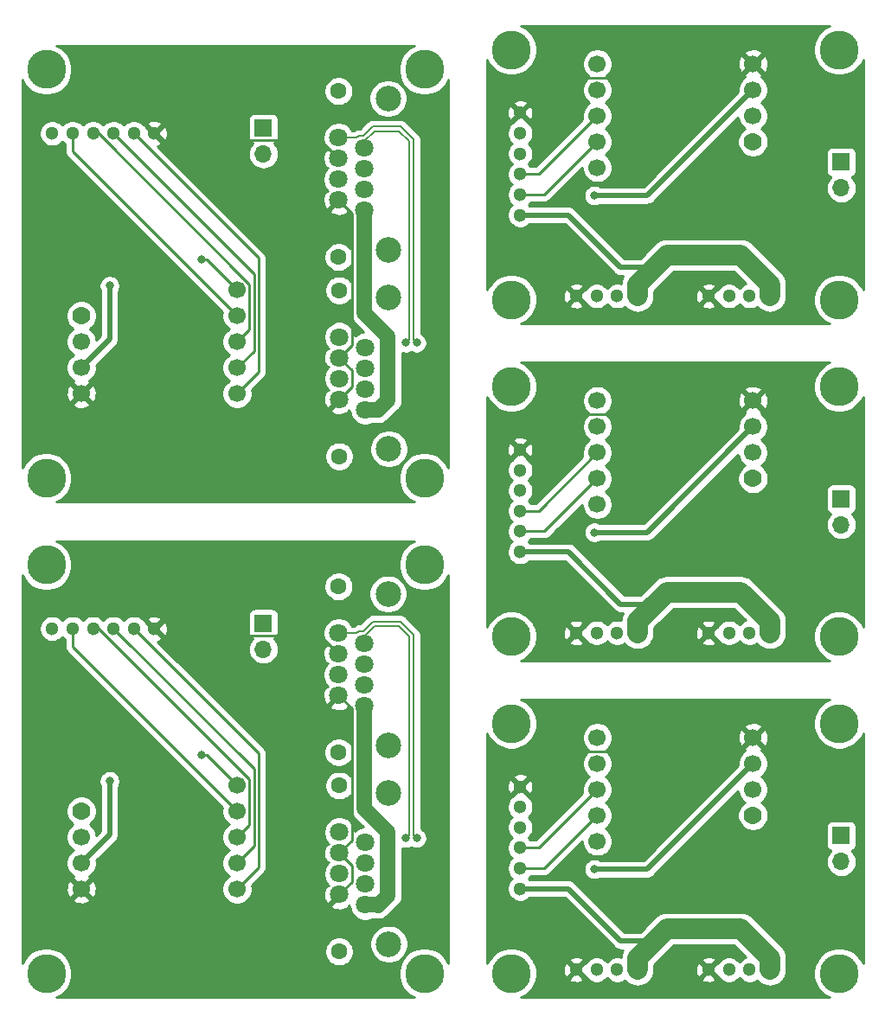
<source format=gtl>
%MOIN*%
%OFA0B0*%
%FSLAX46Y46*%
%IPPOS*%
%LPD*%
%ADD10C,0.14960629921259844*%
%ADD11C,0.0984251968503937*%
%ADD12C,0.062992125984251982*%
%ADD13C,0.070866141732283464*%
%ADD14C,0.066929133858267723*%
%ADD15C,0.069929133858267725*%
%ADD16O,0.066929133858267723X0.066929133858267723*%
%ADD17R,0.066929133858267723X0.066929133858267723*%
%ADD18C,0.051181102362204731*%
%ADD19C,0.031496062992125991*%
%ADD20C,0.00984251968503937*%
%ADD21C,0.01968503937007874*%
%ADD22C,0.059055118110236227*%
%ADD23C,0.0078740157480314977*%
%ADD24C,0.01*%
%ADD35C,0.14960629921259844*%
%ADD36C,0.0984251968503937*%
%ADD37C,0.062992125984251982*%
%ADD38C,0.070866141732283464*%
%ADD39C,0.066929133858267723*%
%ADD40C,0.069929133858267725*%
%ADD41O,0.066929133858267723X0.066929133858267723*%
%ADD42R,0.066929133858267723X0.066929133858267723*%
%ADD43C,0.051181102362204731*%
%ADD44C,0.031496062992125991*%
%ADD45C,0.00984251968503937*%
%ADD46C,0.01968503937007874*%
%ADD47C,0.059055118110236227*%
%ADD48C,0.0078740157480314977*%
%ADD49C,0.01*%
%ADD50C,0.051181102362204731*%
%ADD51R,0.051181102362204731X0.051181102362204731*%
%ADD52O,0.066929133858267723X0.066929133858267723*%
%ADD53R,0.066929133858267723X0.066929133858267723*%
%ADD54C,0.066929133858267723*%
%ADD55C,0.069929133858267725*%
%ADD56C,0.14960629921259844*%
%ADD57C,0.031496062992125991*%
%ADD58C,0.00984251968503937*%
%ADD59C,0.01968503937007874*%
%ADD60C,0.07874015748031496*%
%ADD61C,0.01*%
%ADD62C,0.051181102362204731*%
%ADD63R,0.051181102362204731X0.051181102362204731*%
%ADD64O,0.066929133858267723X0.066929133858267723*%
%ADD65R,0.066929133858267723X0.066929133858267723*%
%ADD66C,0.066929133858267723*%
%ADD67C,0.069929133858267725*%
%ADD68C,0.14960629921259844*%
%ADD69C,0.031496062992125991*%
%ADD70C,0.00984251968503937*%
%ADD71C,0.01968503937007874*%
%ADD72C,0.07874015748031496*%
%ADD73C,0.01*%
%ADD74C,0.051181102362204731*%
%ADD75R,0.051181102362204731X0.051181102362204731*%
%ADD76O,0.066929133858267723X0.066929133858267723*%
%ADD77R,0.066929133858267723X0.066929133858267723*%
%ADD78C,0.066929133858267723*%
%ADD79C,0.069929133858267725*%
%ADD80C,0.14960629921259844*%
%ADD81C,0.031496062992125991*%
%ADD82C,0.00984251968503937*%
%ADD83C,0.01968503937007874*%
%ADD84C,0.07874015748031496*%
%ADD85C,0.01*%
D10*
X-0005275590Y0004889763D02*
X0000118110Y0000118110D03*
X0001574803Y0000118110D03*
X0001574803Y0001692913D03*
X0000118110Y0001692913D03*
D11*
X0001437440Y0000813622D03*
X0001437440Y0000230944D03*
D12*
X0001246889Y0000842165D03*
X0001246889Y0000202401D03*
D13*
X0001346889Y0000382283D03*
X0001246889Y0000422283D03*
X0001346889Y0000462283D03*
X0001246889Y0000502283D03*
X0001346889Y0000542283D03*
X0001246889Y0000582283D03*
X0001346889Y0000622283D03*
X0001246889Y0000662283D03*
D14*
X0000853031Y0000843779D03*
X0000853031Y0000743779D03*
X0000853031Y0000643779D03*
X0000853031Y0000543779D03*
X0000853031Y0000443779D03*
X0000253031Y0000443779D03*
X0000253031Y0000543779D03*
X0000253031Y0000643779D03*
D15*
X0000253031Y0000743779D03*
D16*
X0000954409Y0001367263D03*
D17*
X0000954409Y0001467263D03*
D18*
X0000534409Y0001447263D03*
X0000455669Y0001447263D03*
X0000376929Y0001447263D03*
X0000298188Y0001447263D03*
X0000219448Y0001447263D03*
X0000140708Y0001447263D03*
D11*
X0001434960Y0001581102D03*
X0001434960Y0000998425D03*
D12*
X0001244409Y0001609645D03*
X0001244409Y0000969881D03*
D13*
X0001344409Y0001149763D03*
X0001244409Y0001189763D03*
X0001344409Y0001229763D03*
X0001244409Y0001269763D03*
X0001344409Y0001309763D03*
X0001244409Y0001349763D03*
X0001344409Y0001389763D03*
X0001244409Y0001429763D03*
D19*
X0000717047Y0000961854D03*
X0001503740Y0000639763D03*
X0001545078Y0000639763D03*
X0000362125Y0000859905D03*
D20*
X0001246889Y0000582283D02*
X0001296141Y0000533031D01*
X0001296141Y0000533031D02*
X0001296141Y0000471535D01*
X0001296141Y0000471535D02*
X0001246889Y0000422283D01*
X0001244409Y0001189763D02*
X0001295117Y0001139039D01*
X0001295117Y0001139039D02*
X0001295117Y0000630511D01*
X0001295117Y0000630511D02*
X0001246889Y0000582283D01*
X0001244409Y0001349763D02*
X0001173188Y0001420988D01*
X0001173188Y0001420988D02*
X0000560669Y0001420988D01*
X0000560669Y0001420988D02*
X0000534409Y0001447263D01*
X0000853031Y0000843779D02*
X0000734960Y0000961854D01*
X0000734960Y0000961854D02*
X0000717047Y0000961854D01*
X0001346889Y0000382283D02*
X0001338188Y0000373582D01*
D21*
X0001396999Y0000382283D02*
X0001397519Y0000381763D01*
D22*
X0001346889Y0000382283D02*
X0001396999Y0000382283D01*
X0001397519Y0000381763D02*
X0001434409Y0000418653D01*
X0001434409Y0000664763D02*
X0001434409Y0000418653D01*
X0001344409Y0000754763D02*
X0001434409Y0000664763D01*
X0001344409Y0001099653D02*
X0001344409Y0000754763D01*
X0001344409Y0001149763D02*
X0001344409Y0001099653D01*
D23*
X0001344409Y0001389763D02*
X0001344409Y0001417236D01*
X0001344409Y0001417236D02*
X0001383070Y0001455905D01*
X0001383070Y0001455905D02*
X0001475747Y0001455905D01*
X0001475747Y0001455905D02*
X0001515551Y0001416094D01*
X0001515551Y0001416094D02*
X0001515551Y0000651574D01*
X0001515551Y0000651574D02*
X0001503740Y0000639763D01*
X0001244409Y0001429763D02*
X0001314488Y0001429763D01*
X0001314488Y0001429763D02*
X0001321732Y0001437007D01*
X0001321732Y0001437007D02*
X0001339133Y0001437007D01*
X0001339133Y0001437007D02*
X0001375747Y0001473622D01*
X0001375747Y0001473622D02*
X0001483070Y0001473622D01*
X0001483070Y0001473622D02*
X0001533267Y0001423433D01*
X0001533267Y0001423433D02*
X0001533267Y0000651574D01*
X0001533267Y0000651574D02*
X0001545078Y0000639763D01*
D20*
X0000853031Y0000443779D02*
X0000936220Y0000526968D01*
X0000936220Y0000526968D02*
X0000936220Y0000966700D01*
X0000936220Y0000966700D02*
X0000455669Y0001447263D01*
X0000376929Y0001447263D02*
X0000918503Y0000905708D01*
X0000918503Y0000905708D02*
X0000918503Y0000609251D01*
X0000918503Y0000609251D02*
X0000853031Y0000543779D01*
X0000853031Y0000643779D02*
X0000899566Y0000690314D01*
X0000899566Y0000690314D02*
X0000899566Y0000865866D01*
X0000899566Y0000865866D02*
X0000318149Y0001447263D01*
X0000318149Y0001447263D02*
X0000298188Y0001447263D01*
X0000219448Y0001447263D02*
X0000219448Y0001377362D01*
X0000219448Y0001377362D02*
X0000853031Y0000743779D01*
D21*
X0000253031Y0000543779D02*
X0000362125Y0000652873D01*
X0000362125Y0000652873D02*
X0000362125Y0000859905D01*
D24*
G36*
X0001527528Y0001781357D02*
G01*
X0001511182Y0001770435D01*
X0001497280Y0001756534D01*
X0001486358Y0001740187D01*
X0001478835Y0001722024D01*
X0001474999Y0001702743D01*
X0001474999Y0001683083D01*
X0001478835Y0001663801D01*
X0001486358Y0001645638D01*
X0001497280Y0001629292D01*
X0001511182Y0001615391D01*
X0001527528Y0001604468D01*
X0001545691Y0001596945D01*
X0001564973Y0001593110D01*
X0001584632Y0001593110D01*
X0001603914Y0001596945D01*
X0001622077Y0001604468D01*
X0001638423Y0001615391D01*
X0001652325Y0001629292D01*
X0001663247Y0001645638D01*
X0001666929Y0001654527D01*
X0001666929Y0000156496D01*
X0001663247Y0000165384D01*
X0001652325Y0000181731D01*
X0001638423Y0000195632D01*
X0001622077Y0000206554D01*
X0001603914Y0000214078D01*
X0001584632Y0000217913D01*
X0001564973Y0000217913D01*
X0001545691Y0000214078D01*
X0001527528Y0000206554D01*
X0001511182Y0000195632D01*
X0001497280Y0000181731D01*
X0001486358Y0000165384D01*
X0001478835Y0000147221D01*
X0001474999Y0000127940D01*
X0001474999Y0000108280D01*
X0001478835Y0000088998D01*
X0001486358Y0000070835D01*
X0001497280Y0000054489D01*
X0001511182Y0000040588D01*
X0001527528Y0000029665D01*
X0001536416Y0000025984D01*
X0000156496Y0000025984D01*
X0000165384Y0000029665D01*
X0000181730Y0000040588D01*
X0000195632Y0000054489D01*
X0000206554Y0000070835D01*
X0000214077Y0000088998D01*
X0000217913Y0000108280D01*
X0000217913Y0000127940D01*
X0000214077Y0000147221D01*
X0000206554Y0000165384D01*
X0000195632Y0000181731D01*
X0000181730Y0000195632D01*
X0000165384Y0000206554D01*
X0000161977Y0000207965D01*
X0001190393Y0000207965D01*
X0001190393Y0000196837D01*
X0001192564Y0000185922D01*
X0001196823Y0000175640D01*
X0001203006Y0000166387D01*
X0001210875Y0000158518D01*
X0001220128Y0000152335D01*
X0001230410Y0000148076D01*
X0001241325Y0000145905D01*
X0001252454Y0000145905D01*
X0001263368Y0000148076D01*
X0001273650Y0000152335D01*
X0001282903Y0000158518D01*
X0001290773Y0000166387D01*
X0001296955Y0000175640D01*
X0001301214Y0000185922D01*
X0001303385Y0000196837D01*
X0001303385Y0000207965D01*
X0001301214Y0000218880D01*
X0001296955Y0000229162D01*
X0001290880Y0000238254D01*
X0001363228Y0000238254D01*
X0001363228Y0000223635D01*
X0001366080Y0000209297D01*
X0001371674Y0000195792D01*
X0001379796Y0000183637D01*
X0001390133Y0000173300D01*
X0001402288Y0000165178D01*
X0001415793Y0000159584D01*
X0001430131Y0000156732D01*
X0001444750Y0000156732D01*
X0001459087Y0000159584D01*
X0001472593Y0000165178D01*
X0001484748Y0000173300D01*
X0001495085Y0000183637D01*
X0001503207Y0000195792D01*
X0001508801Y0000209297D01*
X0001511653Y0000223635D01*
X0001511653Y0000238254D01*
X0001508801Y0000252591D01*
X0001503207Y0000266097D01*
X0001495085Y0000278252D01*
X0001484748Y0000288589D01*
X0001472593Y0000296711D01*
X0001459087Y0000302305D01*
X0001444750Y0000305157D01*
X0001430131Y0000305157D01*
X0001415793Y0000302305D01*
X0001402288Y0000296711D01*
X0001390133Y0000288589D01*
X0001379796Y0000278252D01*
X0001371674Y0000266097D01*
X0001366080Y0000252591D01*
X0001363228Y0000238254D01*
X0001290880Y0000238254D01*
X0001290773Y0000238415D01*
X0001282903Y0000246284D01*
X0001273650Y0000252467D01*
X0001263368Y0000256726D01*
X0001252454Y0000258897D01*
X0001241325Y0000258897D01*
X0001230410Y0000256726D01*
X0001220128Y0000252467D01*
X0001210875Y0000246284D01*
X0001203006Y0000238415D01*
X0001196823Y0000229162D01*
X0001192564Y0000218880D01*
X0001190393Y0000207965D01*
X0000161977Y0000207965D01*
X0000147221Y0000214078D01*
X0000127939Y0000217913D01*
X0000108280Y0000217913D01*
X0000088998Y0000214078D01*
X0000070835Y0000206554D01*
X0000054489Y0000195632D01*
X0000040587Y0000181731D01*
X0000029665Y0000165384D01*
X0000025984Y0000156496D01*
X0000025984Y0000403291D01*
X0000219614Y0000403291D01*
X0000222670Y0000393485D01*
X0000233066Y0000388528D01*
X0000244228Y0000385695D01*
X0000255729Y0000385094D01*
X0000267126Y0000386748D01*
X0000277982Y0000390593D01*
X0000283391Y0000393485D01*
X0000286448Y0000403291D01*
X0000253031Y0000436708D01*
X0000219614Y0000403291D01*
X0000025984Y0000403291D01*
X0000025984Y0000441081D01*
X0000194345Y0000441081D01*
X0000195999Y0000429684D01*
X0000199845Y0000418828D01*
X0000202737Y0000413419D01*
X0000212543Y0000410362D01*
X0000245960Y0000443779D01*
X0000260102Y0000443779D01*
X0000293519Y0000410362D01*
X0000303325Y0000413419D01*
X0000308282Y0000423814D01*
X0000311115Y0000434976D01*
X0000311716Y0000446477D01*
X0000310062Y0000457874D01*
X0000306217Y0000468730D01*
X0000303325Y0000474140D01*
X0000293519Y0000477196D01*
X0000260102Y0000443779D01*
X0000245960Y0000443779D01*
X0000212543Y0000477196D01*
X0000202737Y0000474140D01*
X0000197780Y0000463744D01*
X0000194947Y0000452582D01*
X0000194345Y0000441081D01*
X0000025984Y0000441081D01*
X0000025984Y0000749685D01*
X0000193066Y0000749685D01*
X0000193066Y0000737873D01*
X0000195371Y0000726288D01*
X0000199891Y0000715375D01*
X0000206453Y0000705554D01*
X0000214806Y0000697202D01*
X0000221278Y0000692877D01*
X0000215762Y0000689191D01*
X0000207619Y0000681048D01*
X0000201220Y0000671472D01*
X0000196813Y0000660832D01*
X0000194566Y0000649537D01*
X0000194566Y0000638021D01*
X0000196813Y0000626726D01*
X0000201220Y0000616086D01*
X0000207619Y0000606510D01*
X0000215762Y0000598367D01*
X0000222628Y0000593779D01*
X0000215762Y0000589191D01*
X0000207619Y0000581048D01*
X0000201220Y0000571472D01*
X0000196813Y0000560832D01*
X0000194566Y0000549537D01*
X0000194566Y0000538021D01*
X0000196813Y0000526726D01*
X0000201220Y0000516086D01*
X0000207619Y0000506510D01*
X0000215762Y0000498367D01*
X0000222587Y0000493806D01*
X0000219614Y0000484267D01*
X0000253031Y0000450850D01*
X0000286448Y0000484267D01*
X0000283475Y0000493806D01*
X0000290300Y0000498367D01*
X0000298443Y0000506510D01*
X0000304842Y0000516086D01*
X0000309249Y0000526726D01*
X0000311495Y0000538021D01*
X0000311495Y0000549537D01*
X0000310926Y0000552400D01*
X0000385553Y0000627026D01*
X0000386882Y0000628117D01*
X0000388847Y0000630511D01*
X0000391236Y0000633422D01*
X0000393637Y0000637913D01*
X0000394471Y0000639475D01*
X0000396464Y0000646043D01*
X0000396968Y0000651162D01*
X0000396968Y0000651162D01*
X0000397136Y0000652873D01*
X0000396968Y0000654585D01*
X0000396968Y0000838706D01*
X0000398236Y0000840604D01*
X0000401308Y0000848019D01*
X0000402873Y0000855892D01*
X0000402873Y0000863918D01*
X0000401308Y0000871791D01*
X0000398236Y0000879206D01*
X0000393776Y0000885880D01*
X0000388101Y0000891556D01*
X0000381427Y0000896015D01*
X0000374011Y0000899087D01*
X0000366139Y0000900653D01*
X0000358112Y0000900653D01*
X0000350240Y0000899087D01*
X0000342824Y0000896015D01*
X0000336150Y0000891556D01*
X0000330474Y0000885880D01*
X0000326015Y0000879206D01*
X0000322943Y0000871791D01*
X0000321377Y0000863918D01*
X0000321377Y0000855892D01*
X0000322943Y0000848019D01*
X0000326015Y0000840604D01*
X0000327283Y0000838706D01*
X0000327283Y0000667306D01*
X0000311167Y0000651190D01*
X0000309249Y0000660832D01*
X0000304842Y0000671472D01*
X0000298443Y0000681048D01*
X0000290300Y0000689191D01*
X0000284784Y0000692877D01*
X0000291256Y0000697202D01*
X0000299608Y0000705554D01*
X0000306171Y0000715375D01*
X0000310691Y0000726288D01*
X0000312995Y0000737873D01*
X0000312995Y0000749685D01*
X0000310691Y0000761270D01*
X0000306171Y0000772183D01*
X0000299608Y0000782004D01*
X0000291256Y0000790357D01*
X0000281435Y0000796919D01*
X0000270522Y0000801439D01*
X0000258937Y0000803744D01*
X0000247125Y0000803744D01*
X0000235540Y0000801439D01*
X0000224627Y0000796919D01*
X0000214806Y0000790357D01*
X0000206453Y0000782004D01*
X0000199891Y0000772183D01*
X0000195371Y0000761270D01*
X0000193066Y0000749685D01*
X0000025984Y0000749685D01*
X0000025984Y0001452246D01*
X0000090117Y0001452246D01*
X0000090117Y0001442281D01*
X0000092062Y0001432507D01*
X0000095875Y0001423300D01*
X0000101412Y0001415014D01*
X0000108458Y0001407967D01*
X0000116744Y0001402430D01*
X0000125951Y0001398617D01*
X0000135725Y0001396673D01*
X0000145691Y0001396673D01*
X0000155465Y0001398617D01*
X0000164672Y0001402430D01*
X0000172958Y0001407967D01*
X0000180004Y0001415014D01*
X0000180078Y0001415124D01*
X0000180152Y0001415014D01*
X0000187199Y0001407967D01*
X0000189527Y0001406411D01*
X0000189527Y0001378831D01*
X0000189382Y0001377362D01*
X0000189527Y0001375892D01*
X0000189945Y0001371653D01*
X0000189960Y0001371496D01*
X0000191671Y0001365856D01*
X0000194449Y0001360658D01*
X0000195786Y0001359029D01*
X0000198188Y0001356102D01*
X0000199330Y0001355165D01*
X0000796290Y0000758205D01*
X0000794566Y0000749537D01*
X0000794566Y0000738021D01*
X0000796813Y0000726726D01*
X0000801220Y0000716086D01*
X0000807618Y0000706510D01*
X0000815762Y0000698367D01*
X0000822628Y0000693779D01*
X0000815762Y0000689191D01*
X0000807618Y0000681048D01*
X0000801220Y0000671472D01*
X0000796813Y0000660832D01*
X0000794566Y0000649537D01*
X0000794566Y0000638021D01*
X0000796813Y0000626726D01*
X0000801220Y0000616086D01*
X0000807618Y0000606510D01*
X0000815762Y0000598367D01*
X0000822628Y0000593779D01*
X0000815762Y0000589191D01*
X0000807618Y0000581048D01*
X0000801220Y0000571472D01*
X0000796813Y0000560832D01*
X0000794566Y0000549537D01*
X0000794566Y0000538021D01*
X0000796813Y0000526726D01*
X0000801220Y0000516086D01*
X0000807618Y0000506510D01*
X0000815762Y0000498367D01*
X0000822628Y0000493779D01*
X0000815762Y0000489191D01*
X0000807618Y0000481048D01*
X0000801220Y0000471472D01*
X0000796813Y0000460832D01*
X0000794566Y0000449537D01*
X0000794566Y0000438021D01*
X0000796813Y0000426726D01*
X0000801220Y0000416086D01*
X0000807618Y0000406510D01*
X0000815762Y0000398367D01*
X0000825338Y0000391968D01*
X0000835977Y0000387561D01*
X0000847273Y0000385314D01*
X0000858789Y0000385314D01*
X0000870084Y0000387561D01*
X0000880724Y0000391968D01*
X0000890300Y0000398367D01*
X0000898443Y0000406510D01*
X0000904842Y0000416086D01*
X0000909249Y0000426726D01*
X0000911495Y0000438021D01*
X0000911495Y0000449537D01*
X0000909771Y0000458205D01*
X0000956338Y0000504771D01*
X0000957480Y0000505708D01*
X0000961219Y0000510264D01*
X0000963997Y0000515462D01*
X0000965708Y0000521102D01*
X0000966141Y0000525498D01*
X0000966141Y0000525499D01*
X0000966286Y0000526968D01*
X0000966141Y0000528437D01*
X0000966141Y0000965231D01*
X0000966286Y0000966700D01*
X0000966141Y0000968170D01*
X0000966141Y0000968170D01*
X0000965708Y0000972566D01*
X0000963997Y0000978206D01*
X0000962358Y0000981272D01*
X0000961219Y0000983404D01*
X0000961219Y0000983404D01*
X0000961219Y0000983404D01*
X0000957480Y0000987960D01*
X0000956338Y0000988897D01*
X0000577981Y0001367263D01*
X0000895661Y0001367263D01*
X0000896790Y0001355802D01*
X0000900133Y0001344782D01*
X0000905562Y0001334625D01*
X0000912868Y0001325723D01*
X0000921770Y0001318417D01*
X0000931927Y0001312988D01*
X0000942948Y0001309645D01*
X0000951537Y0001308799D01*
X0000957281Y0001308799D01*
X0000965870Y0001309645D01*
X0000976890Y0001312988D01*
X0000987047Y0001318417D01*
X0000995950Y0001325723D01*
X0001003256Y0001334625D01*
X0001008684Y0001344782D01*
X0001009401Y0001347143D01*
X0001183740Y0001347143D01*
X0001185417Y0001335357D01*
X0001189361Y0001324126D01*
X0001192509Y0001318236D01*
X0001202516Y0001314941D01*
X0001197951Y0001310377D01*
X0001198754Y0001309574D01*
X0001197467Y0001308287D01*
X0001190854Y0001298389D01*
X0001186298Y0001287391D01*
X0001183976Y0001275715D01*
X0001183976Y0001263811D01*
X0001186298Y0001252136D01*
X0001190854Y0001241137D01*
X0001197467Y0001231239D01*
X0001198754Y0001229953D01*
X0001197951Y0001229150D01*
X0001202516Y0001224585D01*
X0001192509Y0001221291D01*
X0001187355Y0001210560D01*
X0001184394Y0001199029D01*
X0001183740Y0001187143D01*
X0001185417Y0001175357D01*
X0001189361Y0001164126D01*
X0001192509Y0001158236D01*
X0001202516Y0001154941D01*
X0001237338Y0001189763D01*
X0001236781Y0001190320D01*
X0001243852Y0001197391D01*
X0001244409Y0001196834D01*
X0001244966Y0001197391D01*
X0001252037Y0001190320D01*
X0001251480Y0001189763D01*
X0001252037Y0001189206D01*
X0001244966Y0001182135D01*
X0001244409Y0001182692D01*
X0001209587Y0001147870D01*
X0001212882Y0001137863D01*
X0001223613Y0001132710D01*
X0001235143Y0001129749D01*
X0001247029Y0001129094D01*
X0001258815Y0001130771D01*
X0001270047Y0001134715D01*
X0001275936Y0001137863D01*
X0001279231Y0001147870D01*
X0001283796Y0001143305D01*
X0001284030Y0001143540D01*
X0001286298Y0001132136D01*
X0001289881Y0001123485D01*
X0001289881Y0001003517D01*
X0001288292Y0001005896D01*
X0001280423Y0001013765D01*
X0001271170Y0001019948D01*
X0001260888Y0001024206D01*
X0001249973Y0001026377D01*
X0001238845Y0001026377D01*
X0001227930Y0001024206D01*
X0001217648Y0001019948D01*
X0001208395Y0001013765D01*
X0001200525Y0001005896D01*
X0001194343Y0000996642D01*
X0001190084Y0000986361D01*
X0001187913Y0000975446D01*
X0001187913Y0000964317D01*
X0001190084Y0000953402D01*
X0001194343Y0000943120D01*
X0001200525Y0000933867D01*
X0001208395Y0000925998D01*
X0001217648Y0000919815D01*
X0001227930Y0000915556D01*
X0001238845Y0000913385D01*
X0001249973Y0000913385D01*
X0001260888Y0000915556D01*
X0001271170Y0000919815D01*
X0001280423Y0000925998D01*
X0001288292Y0000933867D01*
X0001289881Y0000936245D01*
X0001289881Y0000879070D01*
X0001282903Y0000886048D01*
X0001273650Y0000892231D01*
X0001263368Y0000896490D01*
X0001252454Y0000898661D01*
X0001241325Y0000898661D01*
X0001230410Y0000896490D01*
X0001220128Y0000892231D01*
X0001210875Y0000886048D01*
X0001203006Y0000878179D01*
X0001196823Y0000868926D01*
X0001192564Y0000858644D01*
X0001190393Y0000847729D01*
X0001190393Y0000836600D01*
X0001192564Y0000825686D01*
X0001196823Y0000815404D01*
X0001203006Y0000806151D01*
X0001210875Y0000798282D01*
X0001220128Y0000792099D01*
X0001230410Y0000787840D01*
X0001241325Y0000785669D01*
X0001252454Y0000785669D01*
X0001263368Y0000787840D01*
X0001273650Y0000792099D01*
X0001282903Y0000798282D01*
X0001289881Y0000805260D01*
X0001289881Y0000757442D01*
X0001289618Y0000754763D01*
X0001290670Y0000744074D01*
X0001293788Y0000733796D01*
X0001298852Y0000724323D01*
X0001303958Y0000718101D01*
X0001303958Y0000718100D01*
X0001305666Y0000716020D01*
X0001307746Y0000714313D01*
X0001339607Y0000682451D01*
X0001329262Y0000680394D01*
X0001318263Y0000675838D01*
X0001308365Y0000669224D01*
X0001307322Y0000668181D01*
X0001307322Y0000668235D01*
X0001305000Y0000679911D01*
X0001300444Y0000690909D01*
X0001293831Y0000700807D01*
X0001285413Y0000709224D01*
X0001275515Y0000715838D01*
X0001264517Y0000720394D01*
X0001252841Y0000722716D01*
X0001240937Y0000722716D01*
X0001229261Y0000720394D01*
X0001218263Y0000715838D01*
X0001208365Y0000709224D01*
X0001199948Y0000700807D01*
X0001193334Y0000690909D01*
X0001188778Y0000679911D01*
X0001186456Y0000668235D01*
X0001186456Y0000656331D01*
X0001188778Y0000644655D01*
X0001193334Y0000633657D01*
X0001199948Y0000623759D01*
X0001201234Y0000622473D01*
X0001200431Y0000621670D01*
X0001204996Y0000617105D01*
X0001194989Y0000613810D01*
X0001189836Y0000603079D01*
X0001186875Y0000591549D01*
X0001186220Y0000579663D01*
X0001187897Y0000567877D01*
X0001191841Y0000556645D01*
X0001194989Y0000550756D01*
X0001204996Y0000547461D01*
X0001200431Y0000542896D01*
X0001201234Y0000542093D01*
X0001199948Y0000540807D01*
X0001193334Y0000530909D01*
X0001188778Y0000519911D01*
X0001186456Y0000508235D01*
X0001186456Y0000496331D01*
X0001188778Y0000484655D01*
X0001193334Y0000473657D01*
X0001199948Y0000463759D01*
X0001201234Y0000462473D01*
X0001200431Y0000461670D01*
X0001204996Y0000457105D01*
X0001194989Y0000453810D01*
X0001189836Y0000443079D01*
X0001186875Y0000431549D01*
X0001186220Y0000419663D01*
X0001187897Y0000407877D01*
X0001191841Y0000396645D01*
X0001194989Y0000390756D01*
X0001204996Y0000387461D01*
X0001239818Y0000422283D01*
X0001239261Y0000422840D01*
X0001246332Y0000429911D01*
X0001246889Y0000429354D01*
X0001247446Y0000429911D01*
X0001254517Y0000422840D01*
X0001253960Y0000422283D01*
X0001254517Y0000421726D01*
X0001247446Y0000414655D01*
X0001246889Y0000415212D01*
X0001212067Y0000380390D01*
X0001215362Y0000370383D01*
X0001226093Y0000365230D01*
X0001237623Y0000362269D01*
X0001249509Y0000361614D01*
X0001261295Y0000363291D01*
X0001272527Y0000367235D01*
X0001278416Y0000370383D01*
X0001281711Y0000380390D01*
X0001286276Y0000375825D01*
X0001286510Y0000376059D01*
X0001288779Y0000364655D01*
X0001293334Y0000353657D01*
X0001299948Y0000343759D01*
X0001308365Y0000335342D01*
X0001318263Y0000328728D01*
X0001329262Y0000324172D01*
X0001340937Y0000321850D01*
X0001352841Y0000321850D01*
X0001364517Y0000324172D01*
X0001373167Y0000327755D01*
X0001389564Y0000327755D01*
X0001397519Y0000326972D01*
X0001408208Y0000328025D01*
X0001418487Y0000331143D01*
X0001427959Y0000336206D01*
X0001434182Y0000341312D01*
X0001471072Y0000378203D01*
X0001473152Y0000379910D01*
X0001475100Y0000382283D01*
X0001479966Y0000388213D01*
X0001479978Y0000388235D01*
X0001485030Y0000397686D01*
X0001488147Y0000407964D01*
X0001488936Y0000415975D01*
X0001488936Y0000415975D01*
X0001489200Y0000418653D01*
X0001488936Y0000421332D01*
X0001488936Y0000601790D01*
X0001491854Y0000600581D01*
X0001499726Y0000599015D01*
X0001507753Y0000599015D01*
X0001515625Y0000600581D01*
X0001523041Y0000603653D01*
X0001524409Y0000604567D01*
X0001525777Y0000603653D01*
X0001533192Y0000600581D01*
X0001541065Y0000599015D01*
X0001549092Y0000599015D01*
X0001556964Y0000600581D01*
X0001564380Y0000603653D01*
X0001571054Y0000608112D01*
X0001576729Y0000613788D01*
X0001581189Y0000620462D01*
X0001584260Y0000627878D01*
X0001585826Y0000635750D01*
X0001585826Y0000643777D01*
X0001584260Y0000651649D01*
X0001581189Y0000659065D01*
X0001576729Y0000665739D01*
X0001571054Y0000671414D01*
X0001564380Y0000675874D01*
X0001562204Y0000676775D01*
X0001562204Y0001422012D01*
X0001562344Y0001423435D01*
X0001562080Y0001426114D01*
X0001561785Y0001429105D01*
X0001561785Y0001429106D01*
X0001561785Y0001429107D01*
X0001561050Y0001431530D01*
X0001560131Y0001434560D01*
X0001560130Y0001434561D01*
X0001560130Y0001434562D01*
X0001558886Y0001436888D01*
X0001557444Y0001439587D01*
X0001557443Y0001439588D01*
X0001557442Y0001439589D01*
X0001555555Y0001441888D01*
X0001553828Y0001443993D01*
X0001552723Y0001444900D01*
X0001504536Y0001493079D01*
X0001503631Y0001494182D01*
X0001502526Y0001495089D01*
X0001502525Y0001495090D01*
X0001501707Y0001495761D01*
X0001499225Y0001497798D01*
X0001499223Y0001497799D01*
X0001499223Y0001497799D01*
X0001497087Y0001498941D01*
X0001494198Y0001500485D01*
X0001494196Y0001500486D01*
X0001494195Y0001500486D01*
X0001491886Y0001501186D01*
X0001488743Y0001502140D01*
X0001488742Y0001502140D01*
X0001488741Y0001502140D01*
X0001485963Y0001502414D01*
X0001484492Y0001502559D01*
X0001484491Y0001502559D01*
X0001483068Y0001502699D01*
X0001481648Y0001502559D01*
X0001377169Y0001502559D01*
X0001375747Y0001502699D01*
X0001370075Y0001502140D01*
X0001364620Y0001500485D01*
X0001359988Y0001498009D01*
X0001359593Y0001497798D01*
X0001355187Y0001494182D01*
X0001354281Y0001493078D01*
X0001327147Y0001465944D01*
X0001323153Y0001465944D01*
X0001321732Y0001466084D01*
X0001320311Y0001465944D01*
X0001320310Y0001465944D01*
X0001316059Y0001465526D01*
X0001310604Y0001463871D01*
X0001305577Y0001461184D01*
X0001302551Y0001458700D01*
X0001297756Y0001458700D01*
X0001291350Y0001468287D01*
X0001282933Y0001476705D01*
X0001273035Y0001483318D01*
X0001262037Y0001487874D01*
X0001250361Y0001490196D01*
X0001238457Y0001490196D01*
X0001226781Y0001487874D01*
X0001215783Y0001483318D01*
X0001205885Y0001476705D01*
X0001197467Y0001468287D01*
X0001190854Y0001458389D01*
X0001186298Y0001447391D01*
X0001183976Y0001435715D01*
X0001183976Y0001423811D01*
X0001186298Y0001412136D01*
X0001190854Y0001401137D01*
X0001197467Y0001391239D01*
X0001198754Y0001389953D01*
X0001197951Y0001389150D01*
X0001202516Y0001384585D01*
X0001192509Y0001381291D01*
X0001187355Y0001370560D01*
X0001184394Y0001359029D01*
X0001183740Y0001347143D01*
X0001009401Y0001347143D01*
X0001012027Y0001355802D01*
X0001013156Y0001367263D01*
X0001012027Y0001378724D01*
X0001008684Y0001389745D01*
X0001003256Y0001399902D01*
X0000995950Y0001408804D01*
X0000994776Y0001409767D01*
X0000997487Y0001410590D01*
X0001001830Y0001412911D01*
X0001005637Y0001416036D01*
X0001008761Y0001419842D01*
X0001011082Y0001424185D01*
X0001012512Y0001428898D01*
X0001012994Y0001433799D01*
X0001012994Y0001500728D01*
X0001012512Y0001505629D01*
X0001011082Y0001510341D01*
X0001008761Y0001514684D01*
X0001005637Y0001518491D01*
X0001001830Y0001521615D01*
X0000997487Y0001523937D01*
X0000992774Y0001525366D01*
X0000987873Y0001525849D01*
X0000920944Y0001525849D01*
X0000916043Y0001525366D01*
X0000911331Y0001523937D01*
X0000906988Y0001521615D01*
X0000903181Y0001518491D01*
X0000900057Y0001514684D01*
X0000897736Y0001510341D01*
X0000896306Y0001505629D01*
X0000895823Y0001500728D01*
X0000895823Y0001433799D01*
X0000896306Y0001428898D01*
X0000897736Y0001424185D01*
X0000900057Y0001419842D01*
X0000903181Y0001416036D01*
X0000906988Y0001412911D01*
X0000911331Y0001410590D01*
X0000914042Y0001409767D01*
X0000912868Y0001408804D01*
X0000905562Y0001399902D01*
X0000900133Y0001389745D01*
X0000896790Y0001378724D01*
X0000895661Y0001367263D01*
X0000577981Y0001367263D01*
X0000547179Y0001398066D01*
X0000547261Y0001398079D01*
X0000556610Y0001401532D01*
X0000560099Y0001403397D01*
X0000562201Y0001412400D01*
X0000534409Y0001440192D01*
X0000533852Y0001439635D01*
X0000526781Y0001446706D01*
X0000527338Y0001447263D01*
X0000541480Y0001447263D01*
X0000569272Y0001419471D01*
X0000578275Y0001421573D01*
X0000582444Y0001430624D01*
X0000584767Y0001440315D01*
X0000585155Y0001450273D01*
X0000583593Y0001460116D01*
X0000580140Y0001469464D01*
X0000578275Y0001472954D01*
X0000569272Y0001475055D01*
X0000541480Y0001447263D01*
X0000527338Y0001447263D01*
X0000499546Y0001475055D01*
X0000498160Y0001474732D01*
X0000494965Y0001479513D01*
X0000492351Y0001482127D01*
X0000506617Y0001482127D01*
X0000534409Y0001454334D01*
X0000562201Y0001482127D01*
X0000560099Y0001491129D01*
X0000551048Y0001495299D01*
X0000541357Y0001497622D01*
X0000531399Y0001498009D01*
X0000521557Y0001496447D01*
X0000512208Y0001492995D01*
X0000508719Y0001491129D01*
X0000506617Y0001482127D01*
X0000492351Y0001482127D01*
X0000487918Y0001486560D01*
X0000479632Y0001492096D01*
X0000470425Y0001495910D01*
X0000460651Y0001497854D01*
X0000450686Y0001497854D01*
X0000440912Y0001495910D01*
X0000431705Y0001492096D01*
X0000423419Y0001486560D01*
X0000416372Y0001479513D01*
X0000416299Y0001479402D01*
X0000416225Y0001479513D01*
X0000409178Y0001486560D01*
X0000400892Y0001492096D01*
X0000391685Y0001495910D01*
X0000381911Y0001497854D01*
X0000371946Y0001497854D01*
X0000362172Y0001495910D01*
X0000352965Y0001492096D01*
X0000344679Y0001486560D01*
X0000337632Y0001479513D01*
X0000337558Y0001479402D01*
X0000337485Y0001479513D01*
X0000330438Y0001486560D01*
X0000322152Y0001492096D01*
X0000312945Y0001495910D01*
X0000303171Y0001497854D01*
X0000293206Y0001497854D01*
X0000283432Y0001495910D01*
X0000274225Y0001492096D01*
X0000265939Y0001486560D01*
X0000258892Y0001479513D01*
X0000258818Y0001479402D01*
X0000258745Y0001479513D01*
X0000251698Y0001486560D01*
X0000243412Y0001492096D01*
X0000234205Y0001495910D01*
X0000224431Y0001497854D01*
X0000214466Y0001497854D01*
X0000204691Y0001495910D01*
X0000195485Y0001492096D01*
X0000187199Y0001486560D01*
X0000180152Y0001479513D01*
X0000180078Y0001479402D01*
X0000180004Y0001479513D01*
X0000172958Y0001486560D01*
X0000164672Y0001492096D01*
X0000155465Y0001495910D01*
X0000145691Y0001497854D01*
X0000135725Y0001497854D01*
X0000125951Y0001495910D01*
X0000116744Y0001492096D01*
X0000108458Y0001486560D01*
X0000101412Y0001479513D01*
X0000095875Y0001471227D01*
X0000092062Y0001462020D01*
X0000090117Y0001452246D01*
X0000025984Y0001452246D01*
X0000025984Y0001654526D01*
X0000029665Y0001645638D01*
X0000040587Y0001629292D01*
X0000054489Y0001615391D01*
X0000070835Y0001604468D01*
X0000088998Y0001596945D01*
X0000108280Y0001593110D01*
X0000127939Y0001593110D01*
X0000147221Y0001596945D01*
X0000165384Y0001604468D01*
X0000181459Y0001615210D01*
X0001187913Y0001615210D01*
X0001187913Y0001604081D01*
X0001190084Y0001593166D01*
X0001194343Y0001582884D01*
X0001200525Y0001573631D01*
X0001208395Y0001565762D01*
X0001217648Y0001559579D01*
X0001227930Y0001555320D01*
X0001238845Y0001553149D01*
X0001249973Y0001553149D01*
X0001260888Y0001555320D01*
X0001271170Y0001559579D01*
X0001280423Y0001565762D01*
X0001288292Y0001573631D01*
X0001294475Y0001582884D01*
X0001296764Y0001588411D01*
X0001360747Y0001588411D01*
X0001360747Y0001573793D01*
X0001363599Y0001559455D01*
X0001369194Y0001545949D01*
X0001377315Y0001533794D01*
X0001387652Y0001523457D01*
X0001399807Y0001515335D01*
X0001413313Y0001509741D01*
X0001427651Y0001506889D01*
X0001442269Y0001506889D01*
X0001456607Y0001509741D01*
X0001470113Y0001515335D01*
X0001482268Y0001523457D01*
X0001492605Y0001533794D01*
X0001500726Y0001545949D01*
X0001506321Y0001559455D01*
X0001509173Y0001573793D01*
X0001509173Y0001588411D01*
X0001506321Y0001602749D01*
X0001500726Y0001616255D01*
X0001492605Y0001628410D01*
X0001482268Y0001638747D01*
X0001470113Y0001646868D01*
X0001456607Y0001652463D01*
X0001442269Y0001655314D01*
X0001427651Y0001655314D01*
X0001413313Y0001652463D01*
X0001399807Y0001646868D01*
X0001387652Y0001638747D01*
X0001377315Y0001628410D01*
X0001369194Y0001616255D01*
X0001363599Y0001602749D01*
X0001360747Y0001588411D01*
X0001296764Y0001588411D01*
X0001298734Y0001593166D01*
X0001300905Y0001604081D01*
X0001300905Y0001615210D01*
X0001298734Y0001626124D01*
X0001294475Y0001636406D01*
X0001288292Y0001645659D01*
X0001280423Y0001653529D01*
X0001271170Y0001659711D01*
X0001260888Y0001663970D01*
X0001249973Y0001666141D01*
X0001238845Y0001666141D01*
X0001227930Y0001663970D01*
X0001217648Y0001659711D01*
X0001208395Y0001653529D01*
X0001200525Y0001645659D01*
X0001194343Y0001636406D01*
X0001190084Y0001626124D01*
X0001187913Y0001615210D01*
X0000181459Y0001615210D01*
X0000181730Y0001615391D01*
X0000195632Y0001629292D01*
X0000206554Y0001645638D01*
X0000214077Y0001663801D01*
X0000217913Y0001683083D01*
X0000217913Y0001702743D01*
X0000214077Y0001722024D01*
X0000206554Y0001740187D01*
X0000195632Y0001756534D01*
X0000181730Y0001770435D01*
X0000165384Y0001781357D01*
X0000156496Y0001785039D01*
X0001536416Y0001785039D01*
X0001527528Y0001781357D01*
X0001527528Y0001781357D01*
G37*
X0001527528Y0001781357D02*
X0001511182Y0001770435D01*
X0001497280Y0001756534D01*
X0001486358Y0001740187D01*
X0001478835Y0001722024D01*
X0001474999Y0001702743D01*
X0001474999Y0001683083D01*
X0001478835Y0001663801D01*
X0001486358Y0001645638D01*
X0001497280Y0001629292D01*
X0001511182Y0001615391D01*
X0001527528Y0001604468D01*
X0001545691Y0001596945D01*
X0001564973Y0001593110D01*
X0001584632Y0001593110D01*
X0001603914Y0001596945D01*
X0001622077Y0001604468D01*
X0001638423Y0001615391D01*
X0001652325Y0001629292D01*
X0001663247Y0001645638D01*
X0001666929Y0001654527D01*
X0001666929Y0000156496D01*
X0001663247Y0000165384D01*
X0001652325Y0000181731D01*
X0001638423Y0000195632D01*
X0001622077Y0000206554D01*
X0001603914Y0000214078D01*
X0001584632Y0000217913D01*
X0001564973Y0000217913D01*
X0001545691Y0000214078D01*
X0001527528Y0000206554D01*
X0001511182Y0000195632D01*
X0001497280Y0000181731D01*
X0001486358Y0000165384D01*
X0001478835Y0000147221D01*
X0001474999Y0000127940D01*
X0001474999Y0000108280D01*
X0001478835Y0000088998D01*
X0001486358Y0000070835D01*
X0001497280Y0000054489D01*
X0001511182Y0000040588D01*
X0001527528Y0000029665D01*
X0001536416Y0000025984D01*
X0000156496Y0000025984D01*
X0000165384Y0000029665D01*
X0000181730Y0000040588D01*
X0000195632Y0000054489D01*
X0000206554Y0000070835D01*
X0000214077Y0000088998D01*
X0000217913Y0000108280D01*
X0000217913Y0000127940D01*
X0000214077Y0000147221D01*
X0000206554Y0000165384D01*
X0000195632Y0000181731D01*
X0000181730Y0000195632D01*
X0000165384Y0000206554D01*
X0000161977Y0000207965D01*
X0001190393Y0000207965D01*
X0001190393Y0000196837D01*
X0001192564Y0000185922D01*
X0001196823Y0000175640D01*
X0001203006Y0000166387D01*
X0001210875Y0000158518D01*
X0001220128Y0000152335D01*
X0001230410Y0000148076D01*
X0001241325Y0000145905D01*
X0001252454Y0000145905D01*
X0001263368Y0000148076D01*
X0001273650Y0000152335D01*
X0001282903Y0000158518D01*
X0001290773Y0000166387D01*
X0001296955Y0000175640D01*
X0001301214Y0000185922D01*
X0001303385Y0000196837D01*
X0001303385Y0000207965D01*
X0001301214Y0000218880D01*
X0001296955Y0000229162D01*
X0001290880Y0000238254D01*
X0001363228Y0000238254D01*
X0001363228Y0000223635D01*
X0001366080Y0000209297D01*
X0001371674Y0000195792D01*
X0001379796Y0000183637D01*
X0001390133Y0000173300D01*
X0001402288Y0000165178D01*
X0001415793Y0000159584D01*
X0001430131Y0000156732D01*
X0001444750Y0000156732D01*
X0001459087Y0000159584D01*
X0001472593Y0000165178D01*
X0001484748Y0000173300D01*
X0001495085Y0000183637D01*
X0001503207Y0000195792D01*
X0001508801Y0000209297D01*
X0001511653Y0000223635D01*
X0001511653Y0000238254D01*
X0001508801Y0000252591D01*
X0001503207Y0000266097D01*
X0001495085Y0000278252D01*
X0001484748Y0000288589D01*
X0001472593Y0000296711D01*
X0001459087Y0000302305D01*
X0001444750Y0000305157D01*
X0001430131Y0000305157D01*
X0001415793Y0000302305D01*
X0001402288Y0000296711D01*
X0001390133Y0000288589D01*
X0001379796Y0000278252D01*
X0001371674Y0000266097D01*
X0001366080Y0000252591D01*
X0001363228Y0000238254D01*
X0001290880Y0000238254D01*
X0001290773Y0000238415D01*
X0001282903Y0000246284D01*
X0001273650Y0000252467D01*
X0001263368Y0000256726D01*
X0001252454Y0000258897D01*
X0001241325Y0000258897D01*
X0001230410Y0000256726D01*
X0001220128Y0000252467D01*
X0001210875Y0000246284D01*
X0001203006Y0000238415D01*
X0001196823Y0000229162D01*
X0001192564Y0000218880D01*
X0001190393Y0000207965D01*
X0000161977Y0000207965D01*
X0000147221Y0000214078D01*
X0000127939Y0000217913D01*
X0000108280Y0000217913D01*
X0000088998Y0000214078D01*
X0000070835Y0000206554D01*
X0000054489Y0000195632D01*
X0000040587Y0000181731D01*
X0000029665Y0000165384D01*
X0000025984Y0000156496D01*
X0000025984Y0000403291D01*
X0000219614Y0000403291D01*
X0000222670Y0000393485D01*
X0000233066Y0000388528D01*
X0000244228Y0000385695D01*
X0000255729Y0000385094D01*
X0000267126Y0000386748D01*
X0000277982Y0000390593D01*
X0000283391Y0000393485D01*
X0000286448Y0000403291D01*
X0000253031Y0000436708D01*
X0000219614Y0000403291D01*
X0000025984Y0000403291D01*
X0000025984Y0000441081D01*
X0000194345Y0000441081D01*
X0000195999Y0000429684D01*
X0000199845Y0000418828D01*
X0000202737Y0000413419D01*
X0000212543Y0000410362D01*
X0000245960Y0000443779D01*
X0000260102Y0000443779D01*
X0000293519Y0000410362D01*
X0000303325Y0000413419D01*
X0000308282Y0000423814D01*
X0000311115Y0000434976D01*
X0000311716Y0000446477D01*
X0000310062Y0000457874D01*
X0000306217Y0000468730D01*
X0000303325Y0000474140D01*
X0000293519Y0000477196D01*
X0000260102Y0000443779D01*
X0000245960Y0000443779D01*
X0000212543Y0000477196D01*
X0000202737Y0000474140D01*
X0000197780Y0000463744D01*
X0000194947Y0000452582D01*
X0000194345Y0000441081D01*
X0000025984Y0000441081D01*
X0000025984Y0000749685D01*
X0000193066Y0000749685D01*
X0000193066Y0000737873D01*
X0000195371Y0000726288D01*
X0000199891Y0000715375D01*
X0000206453Y0000705554D01*
X0000214806Y0000697202D01*
X0000221278Y0000692877D01*
X0000215762Y0000689191D01*
X0000207619Y0000681048D01*
X0000201220Y0000671472D01*
X0000196813Y0000660832D01*
X0000194566Y0000649537D01*
X0000194566Y0000638021D01*
X0000196813Y0000626726D01*
X0000201220Y0000616086D01*
X0000207619Y0000606510D01*
X0000215762Y0000598367D01*
X0000222628Y0000593779D01*
X0000215762Y0000589191D01*
X0000207619Y0000581048D01*
X0000201220Y0000571472D01*
X0000196813Y0000560832D01*
X0000194566Y0000549537D01*
X0000194566Y0000538021D01*
X0000196813Y0000526726D01*
X0000201220Y0000516086D01*
X0000207619Y0000506510D01*
X0000215762Y0000498367D01*
X0000222587Y0000493806D01*
X0000219614Y0000484267D01*
X0000253031Y0000450850D01*
X0000286448Y0000484267D01*
X0000283475Y0000493806D01*
X0000290300Y0000498367D01*
X0000298443Y0000506510D01*
X0000304842Y0000516086D01*
X0000309249Y0000526726D01*
X0000311495Y0000538021D01*
X0000311495Y0000549537D01*
X0000310926Y0000552400D01*
X0000385553Y0000627026D01*
X0000386882Y0000628117D01*
X0000388847Y0000630511D01*
X0000391236Y0000633422D01*
X0000393637Y0000637913D01*
X0000394471Y0000639475D01*
X0000396464Y0000646043D01*
X0000396968Y0000651162D01*
X0000396968Y0000651162D01*
X0000397136Y0000652873D01*
X0000396968Y0000654585D01*
X0000396968Y0000838706D01*
X0000398236Y0000840604D01*
X0000401308Y0000848019D01*
X0000402873Y0000855892D01*
X0000402873Y0000863918D01*
X0000401308Y0000871791D01*
X0000398236Y0000879206D01*
X0000393776Y0000885880D01*
X0000388101Y0000891556D01*
X0000381427Y0000896015D01*
X0000374011Y0000899087D01*
X0000366139Y0000900653D01*
X0000358112Y0000900653D01*
X0000350240Y0000899087D01*
X0000342824Y0000896015D01*
X0000336150Y0000891556D01*
X0000330474Y0000885880D01*
X0000326015Y0000879206D01*
X0000322943Y0000871791D01*
X0000321377Y0000863918D01*
X0000321377Y0000855892D01*
X0000322943Y0000848019D01*
X0000326015Y0000840604D01*
X0000327283Y0000838706D01*
X0000327283Y0000667306D01*
X0000311167Y0000651190D01*
X0000309249Y0000660832D01*
X0000304842Y0000671472D01*
X0000298443Y0000681048D01*
X0000290300Y0000689191D01*
X0000284784Y0000692877D01*
X0000291256Y0000697202D01*
X0000299608Y0000705554D01*
X0000306171Y0000715375D01*
X0000310691Y0000726288D01*
X0000312995Y0000737873D01*
X0000312995Y0000749685D01*
X0000310691Y0000761270D01*
X0000306171Y0000772183D01*
X0000299608Y0000782004D01*
X0000291256Y0000790357D01*
X0000281435Y0000796919D01*
X0000270522Y0000801439D01*
X0000258937Y0000803744D01*
X0000247125Y0000803744D01*
X0000235540Y0000801439D01*
X0000224627Y0000796919D01*
X0000214806Y0000790357D01*
X0000206453Y0000782004D01*
X0000199891Y0000772183D01*
X0000195371Y0000761270D01*
X0000193066Y0000749685D01*
X0000025984Y0000749685D01*
X0000025984Y0001452246D01*
X0000090117Y0001452246D01*
X0000090117Y0001442281D01*
X0000092062Y0001432507D01*
X0000095875Y0001423300D01*
X0000101412Y0001415014D01*
X0000108458Y0001407967D01*
X0000116744Y0001402430D01*
X0000125951Y0001398617D01*
X0000135725Y0001396673D01*
X0000145691Y0001396673D01*
X0000155465Y0001398617D01*
X0000164672Y0001402430D01*
X0000172958Y0001407967D01*
X0000180004Y0001415014D01*
X0000180078Y0001415124D01*
X0000180152Y0001415014D01*
X0000187199Y0001407967D01*
X0000189527Y0001406411D01*
X0000189527Y0001378831D01*
X0000189382Y0001377362D01*
X0000189527Y0001375892D01*
X0000189945Y0001371653D01*
X0000189960Y0001371496D01*
X0000191671Y0001365856D01*
X0000194449Y0001360658D01*
X0000195786Y0001359029D01*
X0000198188Y0001356102D01*
X0000199330Y0001355165D01*
X0000796290Y0000758205D01*
X0000794566Y0000749537D01*
X0000794566Y0000738021D01*
X0000796813Y0000726726D01*
X0000801220Y0000716086D01*
X0000807618Y0000706510D01*
X0000815762Y0000698367D01*
X0000822628Y0000693779D01*
X0000815762Y0000689191D01*
X0000807618Y0000681048D01*
X0000801220Y0000671472D01*
X0000796813Y0000660832D01*
X0000794566Y0000649537D01*
X0000794566Y0000638021D01*
X0000796813Y0000626726D01*
X0000801220Y0000616086D01*
X0000807618Y0000606510D01*
X0000815762Y0000598367D01*
X0000822628Y0000593779D01*
X0000815762Y0000589191D01*
X0000807618Y0000581048D01*
X0000801220Y0000571472D01*
X0000796813Y0000560832D01*
X0000794566Y0000549537D01*
X0000794566Y0000538021D01*
X0000796813Y0000526726D01*
X0000801220Y0000516086D01*
X0000807618Y0000506510D01*
X0000815762Y0000498367D01*
X0000822628Y0000493779D01*
X0000815762Y0000489191D01*
X0000807618Y0000481048D01*
X0000801220Y0000471472D01*
X0000796813Y0000460832D01*
X0000794566Y0000449537D01*
X0000794566Y0000438021D01*
X0000796813Y0000426726D01*
X0000801220Y0000416086D01*
X0000807618Y0000406510D01*
X0000815762Y0000398367D01*
X0000825338Y0000391968D01*
X0000835977Y0000387561D01*
X0000847273Y0000385314D01*
X0000858789Y0000385314D01*
X0000870084Y0000387561D01*
X0000880724Y0000391968D01*
X0000890300Y0000398367D01*
X0000898443Y0000406510D01*
X0000904842Y0000416086D01*
X0000909249Y0000426726D01*
X0000911495Y0000438021D01*
X0000911495Y0000449537D01*
X0000909771Y0000458205D01*
X0000956338Y0000504771D01*
X0000957480Y0000505708D01*
X0000961219Y0000510264D01*
X0000963997Y0000515462D01*
X0000965708Y0000521102D01*
X0000966141Y0000525498D01*
X0000966141Y0000525499D01*
X0000966286Y0000526968D01*
X0000966141Y0000528437D01*
X0000966141Y0000965231D01*
X0000966286Y0000966700D01*
X0000966141Y0000968170D01*
X0000966141Y0000968170D01*
X0000965708Y0000972566D01*
X0000963997Y0000978206D01*
X0000962358Y0000981272D01*
X0000961219Y0000983404D01*
X0000961219Y0000983404D01*
X0000961219Y0000983404D01*
X0000957480Y0000987960D01*
X0000956338Y0000988897D01*
X0000577981Y0001367263D01*
X0000895661Y0001367263D01*
X0000896790Y0001355802D01*
X0000900133Y0001344782D01*
X0000905562Y0001334625D01*
X0000912868Y0001325723D01*
X0000921770Y0001318417D01*
X0000931927Y0001312988D01*
X0000942948Y0001309645D01*
X0000951537Y0001308799D01*
X0000957281Y0001308799D01*
X0000965870Y0001309645D01*
X0000976890Y0001312988D01*
X0000987047Y0001318417D01*
X0000995950Y0001325723D01*
X0001003256Y0001334625D01*
X0001008684Y0001344782D01*
X0001009401Y0001347143D01*
X0001183740Y0001347143D01*
X0001185417Y0001335357D01*
X0001189361Y0001324126D01*
X0001192509Y0001318236D01*
X0001202516Y0001314941D01*
X0001197951Y0001310377D01*
X0001198754Y0001309574D01*
X0001197467Y0001308287D01*
X0001190854Y0001298389D01*
X0001186298Y0001287391D01*
X0001183976Y0001275715D01*
X0001183976Y0001263811D01*
X0001186298Y0001252136D01*
X0001190854Y0001241137D01*
X0001197467Y0001231239D01*
X0001198754Y0001229953D01*
X0001197951Y0001229150D01*
X0001202516Y0001224585D01*
X0001192509Y0001221291D01*
X0001187355Y0001210560D01*
X0001184394Y0001199029D01*
X0001183740Y0001187143D01*
X0001185417Y0001175357D01*
X0001189361Y0001164126D01*
X0001192509Y0001158236D01*
X0001202516Y0001154941D01*
X0001237338Y0001189763D01*
X0001236781Y0001190320D01*
X0001243852Y0001197391D01*
X0001244409Y0001196834D01*
X0001244966Y0001197391D01*
X0001252037Y0001190320D01*
X0001251480Y0001189763D01*
X0001252037Y0001189206D01*
X0001244966Y0001182135D01*
X0001244409Y0001182692D01*
X0001209587Y0001147870D01*
X0001212882Y0001137863D01*
X0001223613Y0001132710D01*
X0001235143Y0001129749D01*
X0001247029Y0001129094D01*
X0001258815Y0001130771D01*
X0001270047Y0001134715D01*
X0001275936Y0001137863D01*
X0001279231Y0001147870D01*
X0001283796Y0001143305D01*
X0001284030Y0001143540D01*
X0001286298Y0001132136D01*
X0001289881Y0001123485D01*
X0001289881Y0001003517D01*
X0001288292Y0001005896D01*
X0001280423Y0001013765D01*
X0001271170Y0001019948D01*
X0001260888Y0001024206D01*
X0001249973Y0001026377D01*
X0001238845Y0001026377D01*
X0001227930Y0001024206D01*
X0001217648Y0001019948D01*
X0001208395Y0001013765D01*
X0001200525Y0001005896D01*
X0001194343Y0000996642D01*
X0001190084Y0000986361D01*
X0001187913Y0000975446D01*
X0001187913Y0000964317D01*
X0001190084Y0000953402D01*
X0001194343Y0000943120D01*
X0001200525Y0000933867D01*
X0001208395Y0000925998D01*
X0001217648Y0000919815D01*
X0001227930Y0000915556D01*
X0001238845Y0000913385D01*
X0001249973Y0000913385D01*
X0001260888Y0000915556D01*
X0001271170Y0000919815D01*
X0001280423Y0000925998D01*
X0001288292Y0000933867D01*
X0001289881Y0000936245D01*
X0001289881Y0000879070D01*
X0001282903Y0000886048D01*
X0001273650Y0000892231D01*
X0001263368Y0000896490D01*
X0001252454Y0000898661D01*
X0001241325Y0000898661D01*
X0001230410Y0000896490D01*
X0001220128Y0000892231D01*
X0001210875Y0000886048D01*
X0001203006Y0000878179D01*
X0001196823Y0000868926D01*
X0001192564Y0000858644D01*
X0001190393Y0000847729D01*
X0001190393Y0000836600D01*
X0001192564Y0000825686D01*
X0001196823Y0000815404D01*
X0001203006Y0000806151D01*
X0001210875Y0000798282D01*
X0001220128Y0000792099D01*
X0001230410Y0000787840D01*
X0001241325Y0000785669D01*
X0001252454Y0000785669D01*
X0001263368Y0000787840D01*
X0001273650Y0000792099D01*
X0001282903Y0000798282D01*
X0001289881Y0000805260D01*
X0001289881Y0000757442D01*
X0001289618Y0000754763D01*
X0001290670Y0000744074D01*
X0001293788Y0000733796D01*
X0001298852Y0000724323D01*
X0001303958Y0000718101D01*
X0001303958Y0000718100D01*
X0001305666Y0000716020D01*
X0001307746Y0000714313D01*
X0001339607Y0000682451D01*
X0001329262Y0000680394D01*
X0001318263Y0000675838D01*
X0001308365Y0000669224D01*
X0001307322Y0000668181D01*
X0001307322Y0000668235D01*
X0001305000Y0000679911D01*
X0001300444Y0000690909D01*
X0001293831Y0000700807D01*
X0001285413Y0000709224D01*
X0001275515Y0000715838D01*
X0001264517Y0000720394D01*
X0001252841Y0000722716D01*
X0001240937Y0000722716D01*
X0001229261Y0000720394D01*
X0001218263Y0000715838D01*
X0001208365Y0000709224D01*
X0001199948Y0000700807D01*
X0001193334Y0000690909D01*
X0001188778Y0000679911D01*
X0001186456Y0000668235D01*
X0001186456Y0000656331D01*
X0001188778Y0000644655D01*
X0001193334Y0000633657D01*
X0001199948Y0000623759D01*
X0001201234Y0000622473D01*
X0001200431Y0000621670D01*
X0001204996Y0000617105D01*
X0001194989Y0000613810D01*
X0001189836Y0000603079D01*
X0001186875Y0000591549D01*
X0001186220Y0000579663D01*
X0001187897Y0000567877D01*
X0001191841Y0000556645D01*
X0001194989Y0000550756D01*
X0001204996Y0000547461D01*
X0001200431Y0000542896D01*
X0001201234Y0000542093D01*
X0001199948Y0000540807D01*
X0001193334Y0000530909D01*
X0001188778Y0000519911D01*
X0001186456Y0000508235D01*
X0001186456Y0000496331D01*
X0001188778Y0000484655D01*
X0001193334Y0000473657D01*
X0001199948Y0000463759D01*
X0001201234Y0000462473D01*
X0001200431Y0000461670D01*
X0001204996Y0000457105D01*
X0001194989Y0000453810D01*
X0001189836Y0000443079D01*
X0001186875Y0000431549D01*
X0001186220Y0000419663D01*
X0001187897Y0000407877D01*
X0001191841Y0000396645D01*
X0001194989Y0000390756D01*
X0001204996Y0000387461D01*
X0001239818Y0000422283D01*
X0001239261Y0000422840D01*
X0001246332Y0000429911D01*
X0001246889Y0000429354D01*
X0001247446Y0000429911D01*
X0001254517Y0000422840D01*
X0001253960Y0000422283D01*
X0001254517Y0000421726D01*
X0001247446Y0000414655D01*
X0001246889Y0000415212D01*
X0001212067Y0000380390D01*
X0001215362Y0000370383D01*
X0001226093Y0000365230D01*
X0001237623Y0000362269D01*
X0001249509Y0000361614D01*
X0001261295Y0000363291D01*
X0001272527Y0000367235D01*
X0001278416Y0000370383D01*
X0001281711Y0000380390D01*
X0001286276Y0000375825D01*
X0001286510Y0000376059D01*
X0001288779Y0000364655D01*
X0001293334Y0000353657D01*
X0001299948Y0000343759D01*
X0001308365Y0000335342D01*
X0001318263Y0000328728D01*
X0001329262Y0000324172D01*
X0001340937Y0000321850D01*
X0001352841Y0000321850D01*
X0001364517Y0000324172D01*
X0001373167Y0000327755D01*
X0001389564Y0000327755D01*
X0001397519Y0000326972D01*
X0001408208Y0000328025D01*
X0001418487Y0000331143D01*
X0001427959Y0000336206D01*
X0001434182Y0000341312D01*
X0001471072Y0000378203D01*
X0001473152Y0000379910D01*
X0001475100Y0000382283D01*
X0001479966Y0000388213D01*
X0001479978Y0000388235D01*
X0001485030Y0000397686D01*
X0001488147Y0000407964D01*
X0001488936Y0000415975D01*
X0001488936Y0000415975D01*
X0001489200Y0000418653D01*
X0001488936Y0000421332D01*
X0001488936Y0000601790D01*
X0001491854Y0000600581D01*
X0001499726Y0000599015D01*
X0001507753Y0000599015D01*
X0001515625Y0000600581D01*
X0001523041Y0000603653D01*
X0001524409Y0000604567D01*
X0001525777Y0000603653D01*
X0001533192Y0000600581D01*
X0001541065Y0000599015D01*
X0001549092Y0000599015D01*
X0001556964Y0000600581D01*
X0001564380Y0000603653D01*
X0001571054Y0000608112D01*
X0001576729Y0000613788D01*
X0001581189Y0000620462D01*
X0001584260Y0000627878D01*
X0001585826Y0000635750D01*
X0001585826Y0000643777D01*
X0001584260Y0000651649D01*
X0001581189Y0000659065D01*
X0001576729Y0000665739D01*
X0001571054Y0000671414D01*
X0001564380Y0000675874D01*
X0001562204Y0000676775D01*
X0001562204Y0001422012D01*
X0001562344Y0001423435D01*
X0001562080Y0001426114D01*
X0001561785Y0001429105D01*
X0001561785Y0001429106D01*
X0001561785Y0001429107D01*
X0001561050Y0001431530D01*
X0001560131Y0001434560D01*
X0001560130Y0001434561D01*
X0001560130Y0001434562D01*
X0001558886Y0001436888D01*
X0001557444Y0001439587D01*
X0001557443Y0001439588D01*
X0001557442Y0001439589D01*
X0001555555Y0001441888D01*
X0001553828Y0001443993D01*
X0001552723Y0001444900D01*
X0001504536Y0001493079D01*
X0001503631Y0001494182D01*
X0001502526Y0001495089D01*
X0001502525Y0001495090D01*
X0001501707Y0001495761D01*
X0001499225Y0001497798D01*
X0001499223Y0001497799D01*
X0001499223Y0001497799D01*
X0001497087Y0001498941D01*
X0001494198Y0001500485D01*
X0001494196Y0001500486D01*
X0001494195Y0001500486D01*
X0001491886Y0001501186D01*
X0001488743Y0001502140D01*
X0001488742Y0001502140D01*
X0001488741Y0001502140D01*
X0001485963Y0001502414D01*
X0001484492Y0001502559D01*
X0001484491Y0001502559D01*
X0001483068Y0001502699D01*
X0001481648Y0001502559D01*
X0001377169Y0001502559D01*
X0001375747Y0001502699D01*
X0001370075Y0001502140D01*
X0001364620Y0001500485D01*
X0001359988Y0001498009D01*
X0001359593Y0001497798D01*
X0001355187Y0001494182D01*
X0001354281Y0001493078D01*
X0001327147Y0001465944D01*
X0001323153Y0001465944D01*
X0001321732Y0001466084D01*
X0001320311Y0001465944D01*
X0001320310Y0001465944D01*
X0001316059Y0001465526D01*
X0001310604Y0001463871D01*
X0001305577Y0001461184D01*
X0001302551Y0001458700D01*
X0001297756Y0001458700D01*
X0001291350Y0001468287D01*
X0001282933Y0001476705D01*
X0001273035Y0001483318D01*
X0001262037Y0001487874D01*
X0001250361Y0001490196D01*
X0001238457Y0001490196D01*
X0001226781Y0001487874D01*
X0001215783Y0001483318D01*
X0001205885Y0001476705D01*
X0001197467Y0001468287D01*
X0001190854Y0001458389D01*
X0001186298Y0001447391D01*
X0001183976Y0001435715D01*
X0001183976Y0001423811D01*
X0001186298Y0001412136D01*
X0001190854Y0001401137D01*
X0001197467Y0001391239D01*
X0001198754Y0001389953D01*
X0001197951Y0001389150D01*
X0001202516Y0001384585D01*
X0001192509Y0001381291D01*
X0001187355Y0001370560D01*
X0001184394Y0001359029D01*
X0001183740Y0001347143D01*
X0001009401Y0001347143D01*
X0001012027Y0001355802D01*
X0001013156Y0001367263D01*
X0001012027Y0001378724D01*
X0001008684Y0001389745D01*
X0001003256Y0001399902D01*
X0000995950Y0001408804D01*
X0000994776Y0001409767D01*
X0000997487Y0001410590D01*
X0001001830Y0001412911D01*
X0001005637Y0001416036D01*
X0001008761Y0001419842D01*
X0001011082Y0001424185D01*
X0001012512Y0001428898D01*
X0001012994Y0001433799D01*
X0001012994Y0001500728D01*
X0001012512Y0001505629D01*
X0001011082Y0001510341D01*
X0001008761Y0001514684D01*
X0001005637Y0001518491D01*
X0001001830Y0001521615D01*
X0000997487Y0001523937D01*
X0000992774Y0001525366D01*
X0000987873Y0001525849D01*
X0000920944Y0001525849D01*
X0000916043Y0001525366D01*
X0000911331Y0001523937D01*
X0000906988Y0001521615D01*
X0000903181Y0001518491D01*
X0000900057Y0001514684D01*
X0000897736Y0001510341D01*
X0000896306Y0001505629D01*
X0000895823Y0001500728D01*
X0000895823Y0001433799D01*
X0000896306Y0001428898D01*
X0000897736Y0001424185D01*
X0000900057Y0001419842D01*
X0000903181Y0001416036D01*
X0000906988Y0001412911D01*
X0000911331Y0001410590D01*
X0000914042Y0001409767D01*
X0000912868Y0001408804D01*
X0000905562Y0001399902D01*
X0000900133Y0001389745D01*
X0000896790Y0001378724D01*
X0000895661Y0001367263D01*
X0000577981Y0001367263D01*
X0000547179Y0001398066D01*
X0000547261Y0001398079D01*
X0000556610Y0001401532D01*
X0000560099Y0001403397D01*
X0000562201Y0001412400D01*
X0000534409Y0001440192D01*
X0000533852Y0001439635D01*
X0000526781Y0001446706D01*
X0000527338Y0001447263D01*
X0000541480Y0001447263D01*
X0000569272Y0001419471D01*
X0000578275Y0001421573D01*
X0000582444Y0001430624D01*
X0000584767Y0001440315D01*
X0000585155Y0001450273D01*
X0000583593Y0001460116D01*
X0000580140Y0001469464D01*
X0000578275Y0001472954D01*
X0000569272Y0001475055D01*
X0000541480Y0001447263D01*
X0000527338Y0001447263D01*
X0000499546Y0001475055D01*
X0000498160Y0001474732D01*
X0000494965Y0001479513D01*
X0000492351Y0001482127D01*
X0000506617Y0001482127D01*
X0000534409Y0001454334D01*
X0000562201Y0001482127D01*
X0000560099Y0001491129D01*
X0000551048Y0001495299D01*
X0000541357Y0001497622D01*
X0000531399Y0001498009D01*
X0000521557Y0001496447D01*
X0000512208Y0001492995D01*
X0000508719Y0001491129D01*
X0000506617Y0001482127D01*
X0000492351Y0001482127D01*
X0000487918Y0001486560D01*
X0000479632Y0001492096D01*
X0000470425Y0001495910D01*
X0000460651Y0001497854D01*
X0000450686Y0001497854D01*
X0000440912Y0001495910D01*
X0000431705Y0001492096D01*
X0000423419Y0001486560D01*
X0000416372Y0001479513D01*
X0000416299Y0001479402D01*
X0000416225Y0001479513D01*
X0000409178Y0001486560D01*
X0000400892Y0001492096D01*
X0000391685Y0001495910D01*
X0000381911Y0001497854D01*
X0000371946Y0001497854D01*
X0000362172Y0001495910D01*
X0000352965Y0001492096D01*
X0000344679Y0001486560D01*
X0000337632Y0001479513D01*
X0000337558Y0001479402D01*
X0000337485Y0001479513D01*
X0000330438Y0001486560D01*
X0000322152Y0001492096D01*
X0000312945Y0001495910D01*
X0000303171Y0001497854D01*
X0000293206Y0001497854D01*
X0000283432Y0001495910D01*
X0000274225Y0001492096D01*
X0000265939Y0001486560D01*
X0000258892Y0001479513D01*
X0000258818Y0001479402D01*
X0000258745Y0001479513D01*
X0000251698Y0001486560D01*
X0000243412Y0001492096D01*
X0000234205Y0001495910D01*
X0000224431Y0001497854D01*
X0000214466Y0001497854D01*
X0000204691Y0001495910D01*
X0000195485Y0001492096D01*
X0000187199Y0001486560D01*
X0000180152Y0001479513D01*
X0000180078Y0001479402D01*
X0000180004Y0001479513D01*
X0000172958Y0001486560D01*
X0000164672Y0001492096D01*
X0000155465Y0001495910D01*
X0000145691Y0001497854D01*
X0000135725Y0001497854D01*
X0000125951Y0001495910D01*
X0000116744Y0001492096D01*
X0000108458Y0001486560D01*
X0000101412Y0001479513D01*
X0000095875Y0001471227D01*
X0000092062Y0001462020D01*
X0000090117Y0001452246D01*
X0000025984Y0001452246D01*
X0000025984Y0001654526D01*
X0000029665Y0001645638D01*
X0000040587Y0001629292D01*
X0000054489Y0001615391D01*
X0000070835Y0001604468D01*
X0000088998Y0001596945D01*
X0000108280Y0001593110D01*
X0000127939Y0001593110D01*
X0000147221Y0001596945D01*
X0000165384Y0001604468D01*
X0000181459Y0001615210D01*
X0001187913Y0001615210D01*
X0001187913Y0001604081D01*
X0001190084Y0001593166D01*
X0001194343Y0001582884D01*
X0001200525Y0001573631D01*
X0001208395Y0001565762D01*
X0001217648Y0001559579D01*
X0001227930Y0001555320D01*
X0001238845Y0001553149D01*
X0001249973Y0001553149D01*
X0001260888Y0001555320D01*
X0001271170Y0001559579D01*
X0001280423Y0001565762D01*
X0001288292Y0001573631D01*
X0001294475Y0001582884D01*
X0001296764Y0001588411D01*
X0001360747Y0001588411D01*
X0001360747Y0001573793D01*
X0001363599Y0001559455D01*
X0001369194Y0001545949D01*
X0001377315Y0001533794D01*
X0001387652Y0001523457D01*
X0001399807Y0001515335D01*
X0001413313Y0001509741D01*
X0001427651Y0001506889D01*
X0001442269Y0001506889D01*
X0001456607Y0001509741D01*
X0001470113Y0001515335D01*
X0001482268Y0001523457D01*
X0001492605Y0001533794D01*
X0001500726Y0001545949D01*
X0001506321Y0001559455D01*
X0001509173Y0001573793D01*
X0001509173Y0001588411D01*
X0001506321Y0001602749D01*
X0001500726Y0001616255D01*
X0001492605Y0001628410D01*
X0001482268Y0001638747D01*
X0001470113Y0001646868D01*
X0001456607Y0001652463D01*
X0001442269Y0001655314D01*
X0001427651Y0001655314D01*
X0001413313Y0001652463D01*
X0001399807Y0001646868D01*
X0001387652Y0001638747D01*
X0001377315Y0001628410D01*
X0001369194Y0001616255D01*
X0001363599Y0001602749D01*
X0001360747Y0001588411D01*
X0001296764Y0001588411D01*
X0001298734Y0001593166D01*
X0001300905Y0001604081D01*
X0001300905Y0001615210D01*
X0001298734Y0001626124D01*
X0001294475Y0001636406D01*
X0001288292Y0001645659D01*
X0001280423Y0001653529D01*
X0001271170Y0001659711D01*
X0001260888Y0001663970D01*
X0001249973Y0001666141D01*
X0001238845Y0001666141D01*
X0001227930Y0001663970D01*
X0001217648Y0001659711D01*
X0001208395Y0001653529D01*
X0001200525Y0001645659D01*
X0001194343Y0001636406D01*
X0001190084Y0001626124D01*
X0001187913Y0001615210D01*
X0000181459Y0001615210D01*
X0000181730Y0001615391D01*
X0000195632Y0001629292D01*
X0000206554Y0001645638D01*
X0000214077Y0001663801D01*
X0000217913Y0001683083D01*
X0000217913Y0001702743D01*
X0000214077Y0001722024D01*
X0000206554Y0001740187D01*
X0000195632Y0001756534D01*
X0000181730Y0001770435D01*
X0000165384Y0001781357D01*
X0000156496Y0001785039D01*
X0001536416Y0001785039D01*
X0001527528Y0001781357D01*
G36*
X0001254517Y0000582840D02*
G01*
X0001253960Y0000582283D01*
X0001254517Y0000581726D01*
X0001247446Y0000574655D01*
X0001246889Y0000575212D01*
X0001246332Y0000574655D01*
X0001239261Y0000581726D01*
X0001239818Y0000582283D01*
X0001239261Y0000582840D01*
X0001246332Y0000589911D01*
X0001246889Y0000589354D01*
X0001247446Y0000589911D01*
X0001254517Y0000582840D01*
X0001254517Y0000582840D01*
G37*
X0001254517Y0000582840D02*
X0001253960Y0000582283D01*
X0001254517Y0000581726D01*
X0001247446Y0000574655D01*
X0001246889Y0000575212D01*
X0001246332Y0000574655D01*
X0001239261Y0000581726D01*
X0001239818Y0000582283D01*
X0001239261Y0000582840D01*
X0001246332Y0000589911D01*
X0001246889Y0000589354D01*
X0001247446Y0000589911D01*
X0001254517Y0000582840D01*
G36*
X0001252037Y0001350320D02*
G01*
X0001251480Y0001349763D01*
X0001252037Y0001349206D01*
X0001244966Y0001342135D01*
X0001244409Y0001342692D01*
X0001243852Y0001342135D01*
X0001236781Y0001349206D01*
X0001237338Y0001349763D01*
X0001236781Y0001350320D01*
X0001243852Y0001357391D01*
X0001244409Y0001356834D01*
X0001244966Y0001357391D01*
X0001252037Y0001350320D01*
X0001252037Y0001350320D01*
G37*
X0001252037Y0001350320D02*
X0001251480Y0001349763D01*
X0001252037Y0001349206D01*
X0001244966Y0001342135D01*
X0001244409Y0001342692D01*
X0001243852Y0001342135D01*
X0001236781Y0001349206D01*
X0001237338Y0001349763D01*
X0001236781Y0001350320D01*
X0001243852Y0001357391D01*
X0001244409Y0001356834D01*
X0001244966Y0001357391D01*
X0001252037Y0001350320D01*
G04 next file*
G04 #@! TF.GenerationSoftware,KiCad,Pcbnew,(5.1.2)-1*
G04 #@! TF.CreationDate,2020-12-30T23:25:53+09:00*
G04 #@! TF.ProjectId,M5Atom_CAN_RJ45,4d354174-6f6d-45f4-9341-4e5f524a3435,rev?*
G04 #@! TF.SameCoordinates,Original*
G04 #@! TF.FileFunction,Copper,L1,Top*
G04 #@! TF.FilePolarity,Positive*
G04 Gerber Fmt 4.6, Leading zero omitted, Abs format (unit mm)*
G04 Created by KiCad (PCBNEW (5.1.2)-1) date 2020-12-30 23:25:53*
G04 APERTURE LIST*
G04 APERTURE END LIST*
D35*
X-0005275590Y0006799212D02*
X0000118110Y0002027558D03*
X0001574803Y0002027558D03*
X0001574803Y0003602362D03*
X0000118110Y0003602362D03*
D36*
X0001437440Y0002723070D03*
X0001437440Y0002140393D03*
D37*
X0001246889Y0002751614D03*
X0001246889Y0002111850D03*
D38*
X0001346889Y0002291732D03*
X0001246889Y0002331732D03*
X0001346889Y0002371732D03*
X0001246889Y0002411732D03*
X0001346889Y0002451732D03*
X0001246889Y0002491732D03*
X0001346889Y0002531732D03*
X0001246889Y0002571732D03*
D39*
X0000853031Y0002753228D03*
X0000853031Y0002653228D03*
X0000853031Y0002553228D03*
X0000853031Y0002453228D03*
X0000853031Y0002353228D03*
X0000253031Y0002353228D03*
X0000253031Y0002453228D03*
X0000253031Y0002553228D03*
D40*
X0000253031Y0002653228D03*
D41*
X0000954409Y0003276712D03*
D42*
X0000954409Y0003376712D03*
D43*
X0000534409Y0003356712D03*
X0000455669Y0003356712D03*
X0000376929Y0003356712D03*
X0000298188Y0003356712D03*
X0000219448Y0003356712D03*
X0000140708Y0003356712D03*
D36*
X0001434960Y0003490551D03*
X0001434960Y0002907873D03*
D37*
X0001244409Y0003519094D03*
X0001244409Y0002879330D03*
D38*
X0001344409Y0003059212D03*
X0001244409Y0003099212D03*
X0001344409Y0003139212D03*
X0001244409Y0003179212D03*
X0001344409Y0003219212D03*
X0001244409Y0003259212D03*
X0001344409Y0003299212D03*
X0001244409Y0003339212D03*
D44*
X0000717047Y0002871303D03*
X0001503740Y0002549212D03*
X0001545078Y0002549212D03*
X0000362125Y0002769354D03*
D45*
X0001246889Y0002491732D02*
X0001296141Y0002442480D01*
X0001296141Y0002442480D02*
X0001296141Y0002380984D01*
X0001296141Y0002380984D02*
X0001246889Y0002331732D01*
X0001244409Y0003099212D02*
X0001295117Y0003048488D01*
X0001295117Y0003048488D02*
X0001295117Y0002539960D01*
X0001295117Y0002539960D02*
X0001246889Y0002491732D01*
X0001244409Y0003259212D02*
X0001173188Y0003330436D01*
X0001173188Y0003330436D02*
X0000560669Y0003330436D01*
X0000560669Y0003330436D02*
X0000534409Y0003356712D01*
X0000853031Y0002753228D02*
X0000734960Y0002871303D01*
X0000734960Y0002871303D02*
X0000717047Y0002871303D01*
X0001346889Y0002291732D02*
X0001338188Y0002283031D01*
D46*
X0001396999Y0002291732D02*
X0001397519Y0002291212D01*
D47*
X0001346889Y0002291732D02*
X0001396999Y0002291732D01*
X0001397519Y0002291212D02*
X0001434409Y0002328102D01*
X0001434409Y0002574212D02*
X0001434409Y0002328102D01*
X0001344409Y0002664212D02*
X0001434409Y0002574212D01*
X0001344409Y0003009102D02*
X0001344409Y0002664212D01*
X0001344409Y0003059212D02*
X0001344409Y0003009102D01*
D48*
X0001344409Y0003299212D02*
X0001344409Y0003326684D01*
X0001344409Y0003326684D02*
X0001383070Y0003365354D01*
X0001383070Y0003365354D02*
X0001475747Y0003365354D01*
X0001475747Y0003365354D02*
X0001515551Y0003325543D01*
X0001515551Y0003325543D02*
X0001515551Y0002561023D01*
X0001515551Y0002561023D02*
X0001503740Y0002549212D01*
X0001244409Y0003339212D02*
X0001314488Y0003339212D01*
X0001314488Y0003339212D02*
X0001321732Y0003346456D01*
X0001321732Y0003346456D02*
X0001339133Y0003346456D01*
X0001339133Y0003346456D02*
X0001375747Y0003383070D01*
X0001375747Y0003383070D02*
X0001483070Y0003383070D01*
X0001483070Y0003383070D02*
X0001533267Y0003332881D01*
X0001533267Y0003332881D02*
X0001533267Y0002561023D01*
X0001533267Y0002561023D02*
X0001545078Y0002549212D01*
D45*
X0000853031Y0002353228D02*
X0000936220Y0002436417D01*
X0000936220Y0002436417D02*
X0000936220Y0002876149D01*
X0000936220Y0002876149D02*
X0000455669Y0003356712D01*
X0000376929Y0003356712D02*
X0000918503Y0002815157D01*
X0000918503Y0002815157D02*
X0000918503Y0002518700D01*
X0000918503Y0002518700D02*
X0000853031Y0002453228D01*
X0000853031Y0002553228D02*
X0000899566Y0002599763D01*
X0000899566Y0002599763D02*
X0000899566Y0002775314D01*
X0000899566Y0002775314D02*
X0000318149Y0003356712D01*
X0000318149Y0003356712D02*
X0000298188Y0003356712D01*
X0000219448Y0003356712D02*
X0000219448Y0003286810D01*
X0000219448Y0003286810D02*
X0000853031Y0002653228D01*
D46*
X0000253031Y0002453228D02*
X0000362125Y0002562322D01*
X0000362125Y0002562322D02*
X0000362125Y0002769354D01*
D49*
G36*
X0001527528Y0003690806D02*
G01*
X0001511182Y0003679884D01*
X0001497280Y0003665982D01*
X0001486358Y0003649636D01*
X0001478835Y0003631473D01*
X0001474999Y0003612191D01*
X0001474999Y0003592532D01*
X0001478835Y0003573250D01*
X0001486358Y0003555087D01*
X0001497280Y0003538741D01*
X0001511182Y0003524839D01*
X0001527528Y0003513917D01*
X0001545691Y0003506394D01*
X0001564973Y0003502558D01*
X0001584632Y0003502558D01*
X0001603914Y0003506394D01*
X0001622077Y0003513917D01*
X0001638423Y0003524839D01*
X0001652325Y0003538741D01*
X0001663247Y0003555087D01*
X0001666929Y0003563975D01*
X0001666929Y0002065945D01*
X0001663247Y0002074833D01*
X0001652325Y0002091179D01*
X0001638423Y0002105081D01*
X0001622077Y0002116003D01*
X0001603914Y0002123526D01*
X0001584632Y0002127362D01*
X0001564973Y0002127362D01*
X0001545691Y0002123526D01*
X0001527528Y0002116003D01*
X0001511182Y0002105081D01*
X0001497280Y0002091179D01*
X0001486358Y0002074833D01*
X0001478835Y0002056670D01*
X0001474999Y0002037388D01*
X0001474999Y0002017729D01*
X0001478835Y0001998447D01*
X0001486358Y0001980284D01*
X0001497280Y0001963938D01*
X0001511182Y0001950036D01*
X0001527528Y0001939114D01*
X0001536416Y0001935432D01*
X0000156496Y0001935432D01*
X0000165384Y0001939114D01*
X0000181730Y0001950036D01*
X0000195632Y0001963938D01*
X0000206554Y0001980284D01*
X0000214077Y0001998447D01*
X0000217913Y0002017729D01*
X0000217913Y0002037388D01*
X0000214077Y0002056670D01*
X0000206554Y0002074833D01*
X0000195632Y0002091179D01*
X0000181730Y0002105081D01*
X0000165384Y0002116003D01*
X0000161977Y0002117414D01*
X0001190393Y0002117414D01*
X0001190393Y0002106285D01*
X0001192564Y0002095371D01*
X0001196823Y0002085089D01*
X0001203006Y0002075836D01*
X0001210875Y0002067966D01*
X0001220128Y0002061784D01*
X0001230410Y0002057525D01*
X0001241325Y0002055354D01*
X0001252454Y0002055354D01*
X0001263368Y0002057525D01*
X0001273650Y0002061784D01*
X0001282903Y0002067966D01*
X0001290773Y0002075836D01*
X0001296955Y0002085089D01*
X0001301214Y0002095371D01*
X0001303385Y0002106285D01*
X0001303385Y0002117414D01*
X0001301214Y0002128329D01*
X0001296955Y0002138611D01*
X0001290880Y0002147702D01*
X0001363228Y0002147702D01*
X0001363228Y0002133084D01*
X0001366080Y0002118746D01*
X0001371674Y0002105240D01*
X0001379796Y0002093085D01*
X0001390133Y0002082748D01*
X0001402288Y0002074627D01*
X0001415793Y0002069032D01*
X0001430131Y0002066181D01*
X0001444750Y0002066181D01*
X0001459087Y0002069032D01*
X0001472593Y0002074627D01*
X0001484748Y0002082748D01*
X0001495085Y0002093085D01*
X0001503207Y0002105240D01*
X0001508801Y0002118746D01*
X0001511653Y0002133084D01*
X0001511653Y0002147702D01*
X0001508801Y0002162040D01*
X0001503207Y0002175546D01*
X0001495085Y0002187701D01*
X0001484748Y0002198038D01*
X0001472593Y0002206160D01*
X0001459087Y0002211754D01*
X0001444750Y0002214606D01*
X0001430131Y0002214606D01*
X0001415793Y0002211754D01*
X0001402288Y0002206160D01*
X0001390133Y0002198038D01*
X0001379796Y0002187701D01*
X0001371674Y0002175546D01*
X0001366080Y0002162040D01*
X0001363228Y0002147702D01*
X0001290880Y0002147702D01*
X0001290773Y0002147864D01*
X0001282903Y0002155733D01*
X0001273650Y0002161916D01*
X0001263368Y0002166175D01*
X0001252454Y0002168346D01*
X0001241325Y0002168346D01*
X0001230410Y0002166175D01*
X0001220128Y0002161916D01*
X0001210875Y0002155733D01*
X0001203006Y0002147864D01*
X0001196823Y0002138611D01*
X0001192564Y0002128329D01*
X0001190393Y0002117414D01*
X0000161977Y0002117414D01*
X0000147221Y0002123526D01*
X0000127939Y0002127362D01*
X0000108280Y0002127362D01*
X0000088998Y0002123526D01*
X0000070835Y0002116003D01*
X0000054489Y0002105081D01*
X0000040587Y0002091179D01*
X0000029665Y0002074833D01*
X0000025984Y0002065945D01*
X0000025984Y0002312740D01*
X0000219614Y0002312740D01*
X0000222670Y0002302934D01*
X0000233066Y0002297977D01*
X0000244228Y0002295144D01*
X0000255729Y0002294542D01*
X0000267126Y0002296196D01*
X0000277982Y0002300042D01*
X0000283391Y0002302934D01*
X0000286448Y0002312740D01*
X0000253031Y0002346157D01*
X0000219614Y0002312740D01*
X0000025984Y0002312740D01*
X0000025984Y0002350530D01*
X0000194345Y0002350530D01*
X0000195999Y0002339133D01*
X0000199845Y0002328277D01*
X0000202737Y0002322867D01*
X0000212543Y0002319811D01*
X0000245960Y0002353228D01*
X0000260102Y0002353228D01*
X0000293519Y0002319811D01*
X0000303325Y0002322867D01*
X0000308282Y0002333263D01*
X0000311115Y0002344425D01*
X0000311716Y0002355926D01*
X0000310062Y0002367323D01*
X0000306217Y0002378178D01*
X0000303325Y0002383588D01*
X0000293519Y0002386645D01*
X0000260102Y0002353228D01*
X0000245960Y0002353228D01*
X0000212543Y0002386645D01*
X0000202737Y0002383588D01*
X0000197780Y0002373193D01*
X0000194947Y0002362031D01*
X0000194345Y0002350530D01*
X0000025984Y0002350530D01*
X0000025984Y0002659134D01*
X0000193066Y0002659134D01*
X0000193066Y0002647322D01*
X0000195371Y0002635737D01*
X0000199891Y0002624824D01*
X0000206453Y0002615003D01*
X0000214806Y0002606650D01*
X0000221278Y0002602326D01*
X0000215762Y0002598640D01*
X0000207619Y0002590497D01*
X0000201220Y0002580921D01*
X0000196813Y0002570281D01*
X0000194566Y0002558986D01*
X0000194566Y0002547470D01*
X0000196813Y0002536174D01*
X0000201220Y0002525534D01*
X0000207619Y0002515959D01*
X0000215762Y0002507815D01*
X0000222628Y0002503228D01*
X0000215762Y0002498640D01*
X0000207619Y0002490497D01*
X0000201220Y0002480921D01*
X0000196813Y0002470281D01*
X0000194566Y0002458986D01*
X0000194566Y0002447470D01*
X0000196813Y0002436174D01*
X0000201220Y0002425534D01*
X0000207619Y0002415959D01*
X0000215762Y0002407815D01*
X0000222587Y0002403255D01*
X0000219614Y0002393716D01*
X0000253031Y0002360299D01*
X0000286448Y0002393716D01*
X0000283475Y0002403255D01*
X0000290300Y0002407815D01*
X0000298443Y0002415959D01*
X0000304842Y0002425534D01*
X0000309249Y0002436174D01*
X0000311495Y0002447470D01*
X0000311495Y0002458986D01*
X0000310926Y0002461848D01*
X0000385553Y0002536475D01*
X0000386882Y0002537566D01*
X0000388847Y0002539960D01*
X0000391236Y0002542871D01*
X0000393637Y0002547362D01*
X0000394471Y0002548924D01*
X0000396464Y0002555492D01*
X0000396968Y0002560611D01*
X0000396968Y0002560611D01*
X0000397136Y0002562322D01*
X0000396968Y0002564034D01*
X0000396968Y0002748155D01*
X0000398236Y0002750052D01*
X0000401308Y0002757468D01*
X0000402873Y0002765340D01*
X0000402873Y0002773367D01*
X0000401308Y0002781240D01*
X0000398236Y0002788655D01*
X0000393776Y0002795329D01*
X0000388101Y0002801005D01*
X0000381427Y0002805464D01*
X0000374011Y0002808536D01*
X0000366139Y0002810102D01*
X0000358112Y0002810102D01*
X0000350240Y0002808536D01*
X0000342824Y0002805464D01*
X0000336150Y0002801005D01*
X0000330474Y0002795329D01*
X0000326015Y0002788655D01*
X0000322943Y0002781240D01*
X0000321377Y0002773367D01*
X0000321377Y0002765340D01*
X0000322943Y0002757468D01*
X0000326015Y0002750052D01*
X0000327283Y0002748155D01*
X0000327283Y0002576755D01*
X0000311167Y0002560638D01*
X0000309249Y0002570281D01*
X0000304842Y0002580921D01*
X0000298443Y0002590497D01*
X0000290300Y0002598640D01*
X0000284784Y0002602326D01*
X0000291256Y0002606650D01*
X0000299608Y0002615003D01*
X0000306171Y0002624824D01*
X0000310691Y0002635737D01*
X0000312995Y0002647322D01*
X0000312995Y0002659134D01*
X0000310691Y0002670719D01*
X0000306171Y0002681632D01*
X0000299608Y0002691453D01*
X0000291256Y0002699805D01*
X0000281435Y0002706368D01*
X0000270522Y0002710888D01*
X0000258937Y0002713192D01*
X0000247125Y0002713192D01*
X0000235540Y0002710888D01*
X0000224627Y0002706368D01*
X0000214806Y0002699805D01*
X0000206453Y0002691453D01*
X0000199891Y0002681632D01*
X0000195371Y0002670719D01*
X0000193066Y0002659134D01*
X0000025984Y0002659134D01*
X0000025984Y0003361695D01*
X0000090117Y0003361695D01*
X0000090117Y0003351729D01*
X0000092062Y0003341955D01*
X0000095875Y0003332748D01*
X0000101412Y0003324462D01*
X0000108458Y0003317416D01*
X0000116744Y0003311879D01*
X0000125951Y0003308066D01*
X0000135725Y0003306121D01*
X0000145691Y0003306121D01*
X0000155465Y0003308066D01*
X0000164672Y0003311879D01*
X0000172958Y0003317416D01*
X0000180004Y0003324462D01*
X0000180078Y0003324573D01*
X0000180152Y0003324462D01*
X0000187199Y0003317416D01*
X0000189527Y0003315860D01*
X0000189527Y0003288280D01*
X0000189382Y0003286810D01*
X0000189527Y0003285341D01*
X0000189945Y0003281101D01*
X0000189960Y0003280945D01*
X0000191671Y0003275305D01*
X0000194449Y0003270107D01*
X0000195786Y0003268478D01*
X0000198188Y0003265551D01*
X0000199330Y0003264614D01*
X0000796290Y0002667653D01*
X0000794566Y0002658986D01*
X0000794566Y0002647470D01*
X0000796813Y0002636174D01*
X0000801220Y0002625534D01*
X0000807618Y0002615959D01*
X0000815762Y0002607815D01*
X0000822628Y0002603228D01*
X0000815762Y0002598640D01*
X0000807618Y0002590497D01*
X0000801220Y0002580921D01*
X0000796813Y0002570281D01*
X0000794566Y0002558986D01*
X0000794566Y0002547470D01*
X0000796813Y0002536174D01*
X0000801220Y0002525534D01*
X0000807618Y0002515959D01*
X0000815762Y0002507815D01*
X0000822628Y0002503228D01*
X0000815762Y0002498640D01*
X0000807618Y0002490497D01*
X0000801220Y0002480921D01*
X0000796813Y0002470281D01*
X0000794566Y0002458986D01*
X0000794566Y0002447470D01*
X0000796813Y0002436174D01*
X0000801220Y0002425534D01*
X0000807618Y0002415959D01*
X0000815762Y0002407815D01*
X0000822628Y0002403228D01*
X0000815762Y0002398640D01*
X0000807618Y0002390497D01*
X0000801220Y0002380921D01*
X0000796813Y0002370281D01*
X0000794566Y0002358986D01*
X0000794566Y0002347470D01*
X0000796813Y0002336174D01*
X0000801220Y0002325534D01*
X0000807618Y0002315959D01*
X0000815762Y0002307815D01*
X0000825338Y0002301417D01*
X0000835977Y0002297010D01*
X0000847273Y0002294763D01*
X0000858789Y0002294763D01*
X0000870084Y0002297010D01*
X0000880724Y0002301417D01*
X0000890300Y0002307815D01*
X0000898443Y0002315959D01*
X0000904842Y0002325534D01*
X0000909249Y0002336174D01*
X0000911495Y0002347470D01*
X0000911495Y0002358986D01*
X0000909771Y0002367653D01*
X0000956338Y0002414220D01*
X0000957480Y0002415157D01*
X0000961219Y0002419713D01*
X0000963997Y0002424911D01*
X0000965708Y0002430551D01*
X0000966141Y0002434947D01*
X0000966141Y0002434947D01*
X0000966286Y0002436417D01*
X0000966141Y0002437886D01*
X0000966141Y0002874679D01*
X0000966286Y0002876149D01*
X0000966141Y0002877618D01*
X0000966141Y0002877619D01*
X0000965708Y0002882015D01*
X0000963997Y0002887655D01*
X0000962358Y0002890721D01*
X0000961219Y0002892853D01*
X0000961219Y0002892853D01*
X0000961219Y0002892853D01*
X0000957480Y0002897409D01*
X0000956338Y0002898346D01*
X0000577981Y0003276712D01*
X0000895661Y0003276712D01*
X0000896790Y0003265251D01*
X0000900133Y0003254230D01*
X0000905562Y0003244074D01*
X0000912868Y0003235171D01*
X0000921770Y0003227865D01*
X0000931927Y0003222436D01*
X0000942948Y0003219093D01*
X0000951537Y0003218247D01*
X0000957281Y0003218247D01*
X0000965870Y0003219093D01*
X0000976890Y0003222436D01*
X0000987047Y0003227865D01*
X0000995950Y0003235171D01*
X0001003256Y0003244074D01*
X0001008684Y0003254230D01*
X0001009401Y0003256592D01*
X0001183740Y0003256592D01*
X0001185417Y0003244806D01*
X0001189361Y0003233574D01*
X0001192509Y0003227685D01*
X0001202516Y0003224390D01*
X0001197951Y0003219825D01*
X0001198754Y0003219022D01*
X0001197467Y0003217736D01*
X0001190854Y0003207838D01*
X0001186298Y0003196840D01*
X0001183976Y0003185164D01*
X0001183976Y0003173260D01*
X0001186298Y0003161584D01*
X0001190854Y0003150586D01*
X0001197467Y0003140688D01*
X0001198754Y0003139402D01*
X0001197951Y0003138599D01*
X0001202516Y0003134034D01*
X0001192509Y0003130739D01*
X0001187355Y0003120008D01*
X0001184394Y0003108478D01*
X0001183740Y0003096592D01*
X0001185417Y0003084806D01*
X0001189361Y0003073574D01*
X0001192509Y0003067685D01*
X0001202516Y0003064390D01*
X0001237338Y0003099212D01*
X0001236781Y0003099769D01*
X0001243852Y0003106840D01*
X0001244409Y0003106283D01*
X0001244966Y0003106840D01*
X0001252037Y0003099769D01*
X0001251480Y0003099212D01*
X0001252037Y0003098655D01*
X0001244966Y0003091584D01*
X0001244409Y0003092141D01*
X0001209587Y0003057319D01*
X0001212882Y0003047312D01*
X0001223613Y0003042159D01*
X0001235143Y0003039198D01*
X0001247029Y0003038543D01*
X0001258815Y0003040220D01*
X0001270047Y0003044164D01*
X0001275936Y0003047312D01*
X0001279231Y0003057319D01*
X0001283796Y0003052754D01*
X0001284030Y0003052988D01*
X0001286298Y0003041584D01*
X0001289881Y0003032934D01*
X0001289881Y0002912966D01*
X0001288292Y0002915344D01*
X0001280423Y0002923214D01*
X0001271170Y0002929396D01*
X0001260888Y0002933655D01*
X0001249973Y0002935826D01*
X0001238845Y0002935826D01*
X0001227930Y0002933655D01*
X0001217648Y0002929396D01*
X0001208395Y0002923214D01*
X0001200525Y0002915344D01*
X0001194343Y0002906091D01*
X0001190084Y0002895809D01*
X0001187913Y0002884894D01*
X0001187913Y0002873766D01*
X0001190084Y0002862851D01*
X0001194343Y0002852569D01*
X0001200525Y0002843316D01*
X0001208395Y0002835447D01*
X0001217648Y0002829264D01*
X0001227930Y0002825005D01*
X0001238845Y0002822834D01*
X0001249973Y0002822834D01*
X0001260888Y0002825005D01*
X0001271170Y0002829264D01*
X0001280423Y0002835447D01*
X0001288292Y0002843316D01*
X0001289881Y0002845694D01*
X0001289881Y0002788519D01*
X0001282903Y0002795497D01*
X0001273650Y0002801680D01*
X0001263368Y0002805939D01*
X0001252454Y0002808110D01*
X0001241325Y0002808110D01*
X0001230410Y0002805939D01*
X0001220128Y0002801680D01*
X0001210875Y0002795497D01*
X0001203006Y0002787628D01*
X0001196823Y0002778375D01*
X0001192564Y0002768093D01*
X0001190393Y0002757178D01*
X0001190393Y0002746049D01*
X0001192564Y0002735134D01*
X0001196823Y0002724853D01*
X0001203006Y0002715599D01*
X0001210875Y0002707730D01*
X0001220128Y0002701547D01*
X0001230410Y0002697289D01*
X0001241325Y0002695118D01*
X0001252454Y0002695118D01*
X0001263368Y0002697289D01*
X0001273650Y0002701547D01*
X0001282903Y0002707730D01*
X0001289881Y0002714708D01*
X0001289881Y0002666891D01*
X0001289618Y0002664212D01*
X0001290670Y0002653523D01*
X0001293788Y0002643244D01*
X0001298852Y0002633772D01*
X0001303958Y0002627549D01*
X0001303958Y0002627549D01*
X0001305666Y0002625469D01*
X0001307746Y0002623761D01*
X0001339607Y0002591900D01*
X0001329262Y0002589842D01*
X0001318263Y0002585287D01*
X0001308365Y0002578673D01*
X0001307322Y0002577630D01*
X0001307322Y0002577684D01*
X0001305000Y0002589359D01*
X0001300444Y0002600358D01*
X0001293831Y0002610256D01*
X0001285413Y0002618673D01*
X0001275515Y0002625287D01*
X0001264517Y0002629842D01*
X0001252841Y0002632165D01*
X0001240937Y0002632165D01*
X0001229261Y0002629842D01*
X0001218263Y0002625287D01*
X0001208365Y0002618673D01*
X0001199948Y0002610256D01*
X0001193334Y0002600358D01*
X0001188778Y0002589359D01*
X0001186456Y0002577684D01*
X0001186456Y0002565780D01*
X0001188778Y0002554104D01*
X0001193334Y0002543106D01*
X0001199948Y0002533208D01*
X0001201234Y0002531921D01*
X0001200431Y0002531118D01*
X0001204996Y0002526554D01*
X0001194989Y0002523259D01*
X0001189836Y0002512528D01*
X0001186875Y0002500998D01*
X0001186220Y0002489112D01*
X0001187897Y0002477326D01*
X0001191841Y0002466094D01*
X0001194989Y0002460204D01*
X0001204996Y0002456910D01*
X0001200431Y0002452345D01*
X0001201234Y0002451542D01*
X0001199948Y0002450256D01*
X0001193334Y0002440357D01*
X0001188778Y0002429359D01*
X0001186456Y0002417684D01*
X0001186456Y0002405780D01*
X0001188778Y0002394104D01*
X0001193334Y0002383106D01*
X0001199948Y0002373208D01*
X0001201234Y0002371921D01*
X0001200431Y0002371118D01*
X0001204996Y0002366554D01*
X0001194989Y0002363259D01*
X0001189836Y0002352528D01*
X0001186875Y0002340998D01*
X0001186220Y0002329112D01*
X0001187897Y0002317326D01*
X0001191841Y0002306094D01*
X0001194989Y0002300204D01*
X0001204996Y0002296910D01*
X0001239818Y0002331732D01*
X0001239261Y0002332288D01*
X0001246332Y0002339360D01*
X0001246889Y0002338803D01*
X0001247446Y0002339360D01*
X0001254517Y0002332288D01*
X0001253960Y0002331732D01*
X0001254517Y0002331175D01*
X0001247446Y0002324104D01*
X0001246889Y0002324661D01*
X0001212067Y0002289839D01*
X0001215362Y0002279832D01*
X0001226093Y0002274678D01*
X0001237623Y0002271717D01*
X0001249509Y0002271063D01*
X0001261295Y0002272740D01*
X0001272527Y0002276684D01*
X0001278416Y0002279832D01*
X0001281711Y0002289839D01*
X0001286276Y0002285274D01*
X0001286510Y0002285508D01*
X0001288779Y0002274104D01*
X0001293334Y0002263106D01*
X0001299948Y0002253208D01*
X0001308365Y0002244790D01*
X0001318263Y0002238177D01*
X0001329262Y0002233621D01*
X0001340937Y0002231299D01*
X0001352841Y0002231299D01*
X0001364517Y0002233621D01*
X0001373167Y0002237204D01*
X0001389564Y0002237204D01*
X0001397519Y0002236421D01*
X0001408208Y0002237473D01*
X0001418487Y0002240591D01*
X0001427959Y0002245655D01*
X0001434182Y0002250761D01*
X0001471072Y0002287651D01*
X0001473152Y0002289359D01*
X0001475100Y0002291732D01*
X0001479966Y0002297662D01*
X0001479978Y0002297684D01*
X0001485030Y0002307134D01*
X0001488147Y0002317413D01*
X0001488936Y0002325423D01*
X0001488936Y0002325424D01*
X0001489200Y0002328102D01*
X0001488936Y0002330780D01*
X0001488936Y0002511238D01*
X0001491854Y0002510030D01*
X0001499726Y0002508464D01*
X0001507753Y0002508464D01*
X0001515625Y0002510030D01*
X0001523041Y0002513102D01*
X0001524409Y0002514016D01*
X0001525777Y0002513102D01*
X0001533192Y0002510030D01*
X0001541065Y0002508464D01*
X0001549092Y0002508464D01*
X0001556964Y0002510030D01*
X0001564380Y0002513102D01*
X0001571054Y0002517561D01*
X0001576729Y0002523237D01*
X0001581189Y0002529911D01*
X0001584260Y0002537326D01*
X0001585826Y0002545199D01*
X0001585826Y0002553225D01*
X0001584260Y0002561098D01*
X0001581189Y0002568513D01*
X0001576729Y0002575187D01*
X0001571054Y0002580863D01*
X0001564380Y0002585322D01*
X0001562204Y0002586224D01*
X0001562204Y0003331461D01*
X0001562344Y0003332884D01*
X0001562080Y0003335562D01*
X0001561785Y0003338554D01*
X0001561785Y0003338555D01*
X0001561785Y0003338556D01*
X0001561050Y0003340979D01*
X0001560131Y0003344009D01*
X0001560130Y0003344010D01*
X0001560130Y0003344011D01*
X0001558886Y0003346337D01*
X0001557444Y0003349036D01*
X0001557443Y0003349037D01*
X0001557442Y0003349038D01*
X0001555555Y0003351337D01*
X0001553828Y0003353442D01*
X0001552723Y0003354349D01*
X0001504536Y0003402527D01*
X0001503631Y0003403631D01*
X0001502526Y0003404538D01*
X0001502525Y0003404538D01*
X0001501707Y0003405210D01*
X0001499225Y0003407247D01*
X0001499223Y0003407248D01*
X0001499223Y0003407248D01*
X0001497087Y0003408390D01*
X0001494198Y0003409934D01*
X0001494196Y0003409934D01*
X0001494195Y0003409935D01*
X0001491886Y0003410635D01*
X0001488743Y0003411589D01*
X0001488742Y0003411589D01*
X0001488741Y0003411589D01*
X0001485963Y0003411862D01*
X0001484492Y0003412007D01*
X0001484491Y0003412007D01*
X0001483068Y0003412147D01*
X0001481648Y0003412007D01*
X0001377169Y0003412007D01*
X0001375747Y0003412147D01*
X0001370075Y0003411589D01*
X0001364620Y0003409934D01*
X0001359988Y0003407458D01*
X0001359593Y0003407247D01*
X0001355187Y0003403631D01*
X0001354281Y0003402527D01*
X0001327147Y0003375393D01*
X0001323153Y0003375393D01*
X0001321732Y0003375533D01*
X0001320311Y0003375393D01*
X0001320310Y0003375393D01*
X0001316059Y0003374974D01*
X0001310604Y0003373320D01*
X0001305577Y0003370633D01*
X0001302551Y0003368149D01*
X0001297756Y0003368149D01*
X0001291350Y0003377736D01*
X0001282933Y0003386153D01*
X0001273035Y0003392767D01*
X0001262037Y0003397323D01*
X0001250361Y0003399645D01*
X0001238457Y0003399645D01*
X0001226781Y0003397323D01*
X0001215783Y0003392767D01*
X0001205885Y0003386153D01*
X0001197467Y0003377736D01*
X0001190854Y0003367838D01*
X0001186298Y0003356840D01*
X0001183976Y0003345164D01*
X0001183976Y0003333260D01*
X0001186298Y0003321584D01*
X0001190854Y0003310586D01*
X0001197467Y0003300688D01*
X0001198754Y0003299402D01*
X0001197951Y0003298599D01*
X0001202516Y0003294034D01*
X0001192509Y0003290739D01*
X0001187355Y0003280008D01*
X0001184394Y0003268478D01*
X0001183740Y0003256592D01*
X0001009401Y0003256592D01*
X0001012027Y0003265251D01*
X0001013156Y0003276712D01*
X0001012027Y0003288173D01*
X0001008684Y0003299194D01*
X0001003256Y0003309350D01*
X0000995950Y0003318253D01*
X0000994776Y0003319216D01*
X0000997487Y0003320039D01*
X0001001830Y0003322360D01*
X0001005637Y0003325484D01*
X0001008761Y0003329291D01*
X0001011082Y0003333634D01*
X0001012512Y0003338347D01*
X0001012994Y0003343247D01*
X0001012994Y0003410177D01*
X0001012512Y0003415077D01*
X0001011082Y0003419790D01*
X0001008761Y0003424133D01*
X0001005637Y0003427940D01*
X0001001830Y0003431064D01*
X0000997487Y0003433385D01*
X0000992774Y0003434815D01*
X0000987873Y0003435298D01*
X0000920944Y0003435298D01*
X0000916043Y0003434815D01*
X0000911331Y0003433385D01*
X0000906988Y0003431064D01*
X0000903181Y0003427940D01*
X0000900057Y0003424133D01*
X0000897736Y0003419790D01*
X0000896306Y0003415077D01*
X0000895823Y0003410177D01*
X0000895823Y0003343247D01*
X0000896306Y0003338347D01*
X0000897736Y0003333634D01*
X0000900057Y0003329291D01*
X0000903181Y0003325484D01*
X0000906988Y0003322360D01*
X0000911331Y0003320039D01*
X0000914042Y0003319216D01*
X0000912868Y0003318253D01*
X0000905562Y0003309350D01*
X0000900133Y0003299194D01*
X0000896790Y0003288173D01*
X0000895661Y0003276712D01*
X0000577981Y0003276712D01*
X0000547179Y0003307515D01*
X0000547261Y0003307528D01*
X0000556610Y0003310981D01*
X0000560099Y0003312846D01*
X0000562201Y0003321849D01*
X0000534409Y0003349641D01*
X0000533852Y0003349084D01*
X0000526781Y0003356155D01*
X0000527338Y0003356712D01*
X0000541480Y0003356712D01*
X0000569272Y0003328920D01*
X0000578275Y0003331022D01*
X0000582444Y0003340073D01*
X0000584767Y0003349764D01*
X0000585155Y0003359722D01*
X0000583593Y0003369564D01*
X0000580140Y0003378913D01*
X0000578275Y0003382402D01*
X0000569272Y0003384504D01*
X0000541480Y0003356712D01*
X0000527338Y0003356712D01*
X0000499546Y0003384504D01*
X0000498160Y0003384181D01*
X0000494965Y0003388962D01*
X0000492351Y0003391575D01*
X0000506617Y0003391575D01*
X0000534409Y0003363783D01*
X0000562201Y0003391575D01*
X0000560099Y0003400578D01*
X0000551048Y0003404747D01*
X0000541357Y0003407070D01*
X0000531399Y0003407458D01*
X0000521557Y0003405896D01*
X0000512208Y0003402443D01*
X0000508719Y0003400578D01*
X0000506617Y0003391575D01*
X0000492351Y0003391575D01*
X0000487918Y0003396008D01*
X0000479632Y0003401545D01*
X0000470425Y0003405358D01*
X0000460651Y0003407303D01*
X0000450686Y0003407303D01*
X0000440912Y0003405358D01*
X0000431705Y0003401545D01*
X0000423419Y0003396008D01*
X0000416372Y0003388962D01*
X0000416299Y0003388851D01*
X0000416225Y0003388962D01*
X0000409178Y0003396008D01*
X0000400892Y0003401545D01*
X0000391685Y0003405358D01*
X0000381911Y0003407303D01*
X0000371946Y0003407303D01*
X0000362172Y0003405358D01*
X0000352965Y0003401545D01*
X0000344679Y0003396008D01*
X0000337632Y0003388962D01*
X0000337558Y0003388851D01*
X0000337485Y0003388962D01*
X0000330438Y0003396008D01*
X0000322152Y0003401545D01*
X0000312945Y0003405358D01*
X0000303171Y0003407303D01*
X0000293206Y0003407303D01*
X0000283432Y0003405358D01*
X0000274225Y0003401545D01*
X0000265939Y0003396008D01*
X0000258892Y0003388962D01*
X0000258818Y0003388851D01*
X0000258745Y0003388962D01*
X0000251698Y0003396008D01*
X0000243412Y0003401545D01*
X0000234205Y0003405358D01*
X0000224431Y0003407303D01*
X0000214466Y0003407303D01*
X0000204691Y0003405358D01*
X0000195485Y0003401545D01*
X0000187199Y0003396008D01*
X0000180152Y0003388962D01*
X0000180078Y0003388851D01*
X0000180004Y0003388962D01*
X0000172958Y0003396008D01*
X0000164672Y0003401545D01*
X0000155465Y0003405358D01*
X0000145691Y0003407303D01*
X0000135725Y0003407303D01*
X0000125951Y0003405358D01*
X0000116744Y0003401545D01*
X0000108458Y0003396008D01*
X0000101412Y0003388962D01*
X0000095875Y0003380676D01*
X0000092062Y0003371469D01*
X0000090117Y0003361695D01*
X0000025984Y0003361695D01*
X0000025984Y0003563975D01*
X0000029665Y0003555087D01*
X0000040587Y0003538741D01*
X0000054489Y0003524839D01*
X0000070835Y0003513917D01*
X0000088998Y0003506394D01*
X0000108280Y0003502558D01*
X0000127939Y0003502558D01*
X0000147221Y0003506394D01*
X0000165384Y0003513917D01*
X0000181459Y0003524658D01*
X0001187913Y0003524658D01*
X0001187913Y0003513530D01*
X0001190084Y0003502615D01*
X0001194343Y0003492333D01*
X0001200525Y0003483080D01*
X0001208395Y0003475211D01*
X0001217648Y0003469028D01*
X0001227930Y0003464769D01*
X0001238845Y0003462598D01*
X0001249973Y0003462598D01*
X0001260888Y0003464769D01*
X0001271170Y0003469028D01*
X0001280423Y0003475211D01*
X0001288292Y0003483080D01*
X0001294475Y0003492333D01*
X0001296764Y0003497860D01*
X0001360747Y0003497860D01*
X0001360747Y0003483241D01*
X0001363599Y0003468904D01*
X0001369194Y0003455398D01*
X0001377315Y0003443243D01*
X0001387652Y0003432906D01*
X0001399807Y0003424784D01*
X0001413313Y0003419190D01*
X0001427651Y0003416338D01*
X0001442269Y0003416338D01*
X0001456607Y0003419190D01*
X0001470113Y0003424784D01*
X0001482268Y0003432906D01*
X0001492605Y0003443243D01*
X0001500726Y0003455398D01*
X0001506321Y0003468904D01*
X0001509173Y0003483241D01*
X0001509173Y0003497860D01*
X0001506321Y0003512198D01*
X0001500726Y0003525703D01*
X0001492605Y0003537858D01*
X0001482268Y0003548195D01*
X0001470113Y0003556317D01*
X0001456607Y0003561911D01*
X0001442269Y0003564763D01*
X0001427651Y0003564763D01*
X0001413313Y0003561911D01*
X0001399807Y0003556317D01*
X0001387652Y0003548195D01*
X0001377315Y0003537858D01*
X0001369194Y0003525703D01*
X0001363599Y0003512198D01*
X0001360747Y0003497860D01*
X0001296764Y0003497860D01*
X0001298734Y0003502615D01*
X0001300905Y0003513530D01*
X0001300905Y0003524658D01*
X0001298734Y0003535573D01*
X0001294475Y0003545855D01*
X0001288292Y0003555108D01*
X0001280423Y0003562977D01*
X0001271170Y0003569160D01*
X0001260888Y0003573419D01*
X0001249973Y0003575590D01*
X0001238845Y0003575590D01*
X0001227930Y0003573419D01*
X0001217648Y0003569160D01*
X0001208395Y0003562977D01*
X0001200525Y0003555108D01*
X0001194343Y0003545855D01*
X0001190084Y0003535573D01*
X0001187913Y0003524658D01*
X0000181459Y0003524658D01*
X0000181730Y0003524839D01*
X0000195632Y0003538741D01*
X0000206554Y0003555087D01*
X0000214077Y0003573250D01*
X0000217913Y0003592532D01*
X0000217913Y0003612191D01*
X0000214077Y0003631473D01*
X0000206554Y0003649636D01*
X0000195632Y0003665982D01*
X0000181730Y0003679884D01*
X0000165384Y0003690806D01*
X0000156496Y0003694488D01*
X0001536416Y0003694488D01*
X0001527528Y0003690806D01*
X0001527528Y0003690806D01*
G37*
X0001527528Y0003690806D02*
X0001511182Y0003679884D01*
X0001497280Y0003665982D01*
X0001486358Y0003649636D01*
X0001478835Y0003631473D01*
X0001474999Y0003612191D01*
X0001474999Y0003592532D01*
X0001478835Y0003573250D01*
X0001486358Y0003555087D01*
X0001497280Y0003538741D01*
X0001511182Y0003524839D01*
X0001527528Y0003513917D01*
X0001545691Y0003506394D01*
X0001564973Y0003502558D01*
X0001584632Y0003502558D01*
X0001603914Y0003506394D01*
X0001622077Y0003513917D01*
X0001638423Y0003524839D01*
X0001652325Y0003538741D01*
X0001663247Y0003555087D01*
X0001666929Y0003563975D01*
X0001666929Y0002065945D01*
X0001663247Y0002074833D01*
X0001652325Y0002091179D01*
X0001638423Y0002105081D01*
X0001622077Y0002116003D01*
X0001603914Y0002123526D01*
X0001584632Y0002127362D01*
X0001564973Y0002127362D01*
X0001545691Y0002123526D01*
X0001527528Y0002116003D01*
X0001511182Y0002105081D01*
X0001497280Y0002091179D01*
X0001486358Y0002074833D01*
X0001478835Y0002056670D01*
X0001474999Y0002037388D01*
X0001474999Y0002017729D01*
X0001478835Y0001998447D01*
X0001486358Y0001980284D01*
X0001497280Y0001963938D01*
X0001511182Y0001950036D01*
X0001527528Y0001939114D01*
X0001536416Y0001935432D01*
X0000156496Y0001935432D01*
X0000165384Y0001939114D01*
X0000181730Y0001950036D01*
X0000195632Y0001963938D01*
X0000206554Y0001980284D01*
X0000214077Y0001998447D01*
X0000217913Y0002017729D01*
X0000217913Y0002037388D01*
X0000214077Y0002056670D01*
X0000206554Y0002074833D01*
X0000195632Y0002091179D01*
X0000181730Y0002105081D01*
X0000165384Y0002116003D01*
X0000161977Y0002117414D01*
X0001190393Y0002117414D01*
X0001190393Y0002106285D01*
X0001192564Y0002095371D01*
X0001196823Y0002085089D01*
X0001203006Y0002075836D01*
X0001210875Y0002067966D01*
X0001220128Y0002061784D01*
X0001230410Y0002057525D01*
X0001241325Y0002055354D01*
X0001252454Y0002055354D01*
X0001263368Y0002057525D01*
X0001273650Y0002061784D01*
X0001282903Y0002067966D01*
X0001290773Y0002075836D01*
X0001296955Y0002085089D01*
X0001301214Y0002095371D01*
X0001303385Y0002106285D01*
X0001303385Y0002117414D01*
X0001301214Y0002128329D01*
X0001296955Y0002138611D01*
X0001290880Y0002147702D01*
X0001363228Y0002147702D01*
X0001363228Y0002133084D01*
X0001366080Y0002118746D01*
X0001371674Y0002105240D01*
X0001379796Y0002093085D01*
X0001390133Y0002082748D01*
X0001402288Y0002074627D01*
X0001415793Y0002069032D01*
X0001430131Y0002066181D01*
X0001444750Y0002066181D01*
X0001459087Y0002069032D01*
X0001472593Y0002074627D01*
X0001484748Y0002082748D01*
X0001495085Y0002093085D01*
X0001503207Y0002105240D01*
X0001508801Y0002118746D01*
X0001511653Y0002133084D01*
X0001511653Y0002147702D01*
X0001508801Y0002162040D01*
X0001503207Y0002175546D01*
X0001495085Y0002187701D01*
X0001484748Y0002198038D01*
X0001472593Y0002206160D01*
X0001459087Y0002211754D01*
X0001444750Y0002214606D01*
X0001430131Y0002214606D01*
X0001415793Y0002211754D01*
X0001402288Y0002206160D01*
X0001390133Y0002198038D01*
X0001379796Y0002187701D01*
X0001371674Y0002175546D01*
X0001366080Y0002162040D01*
X0001363228Y0002147702D01*
X0001290880Y0002147702D01*
X0001290773Y0002147864D01*
X0001282903Y0002155733D01*
X0001273650Y0002161916D01*
X0001263368Y0002166175D01*
X0001252454Y0002168346D01*
X0001241325Y0002168346D01*
X0001230410Y0002166175D01*
X0001220128Y0002161916D01*
X0001210875Y0002155733D01*
X0001203006Y0002147864D01*
X0001196823Y0002138611D01*
X0001192564Y0002128329D01*
X0001190393Y0002117414D01*
X0000161977Y0002117414D01*
X0000147221Y0002123526D01*
X0000127939Y0002127362D01*
X0000108280Y0002127362D01*
X0000088998Y0002123526D01*
X0000070835Y0002116003D01*
X0000054489Y0002105081D01*
X0000040587Y0002091179D01*
X0000029665Y0002074833D01*
X0000025984Y0002065945D01*
X0000025984Y0002312740D01*
X0000219614Y0002312740D01*
X0000222670Y0002302934D01*
X0000233066Y0002297977D01*
X0000244228Y0002295144D01*
X0000255729Y0002294542D01*
X0000267126Y0002296196D01*
X0000277982Y0002300042D01*
X0000283391Y0002302934D01*
X0000286448Y0002312740D01*
X0000253031Y0002346157D01*
X0000219614Y0002312740D01*
X0000025984Y0002312740D01*
X0000025984Y0002350530D01*
X0000194345Y0002350530D01*
X0000195999Y0002339133D01*
X0000199845Y0002328277D01*
X0000202737Y0002322867D01*
X0000212543Y0002319811D01*
X0000245960Y0002353228D01*
X0000260102Y0002353228D01*
X0000293519Y0002319811D01*
X0000303325Y0002322867D01*
X0000308282Y0002333263D01*
X0000311115Y0002344425D01*
X0000311716Y0002355926D01*
X0000310062Y0002367323D01*
X0000306217Y0002378178D01*
X0000303325Y0002383588D01*
X0000293519Y0002386645D01*
X0000260102Y0002353228D01*
X0000245960Y0002353228D01*
X0000212543Y0002386645D01*
X0000202737Y0002383588D01*
X0000197780Y0002373193D01*
X0000194947Y0002362031D01*
X0000194345Y0002350530D01*
X0000025984Y0002350530D01*
X0000025984Y0002659134D01*
X0000193066Y0002659134D01*
X0000193066Y0002647322D01*
X0000195371Y0002635737D01*
X0000199891Y0002624824D01*
X0000206453Y0002615003D01*
X0000214806Y0002606650D01*
X0000221278Y0002602326D01*
X0000215762Y0002598640D01*
X0000207619Y0002590497D01*
X0000201220Y0002580921D01*
X0000196813Y0002570281D01*
X0000194566Y0002558986D01*
X0000194566Y0002547470D01*
X0000196813Y0002536174D01*
X0000201220Y0002525534D01*
X0000207619Y0002515959D01*
X0000215762Y0002507815D01*
X0000222628Y0002503228D01*
X0000215762Y0002498640D01*
X0000207619Y0002490497D01*
X0000201220Y0002480921D01*
X0000196813Y0002470281D01*
X0000194566Y0002458986D01*
X0000194566Y0002447470D01*
X0000196813Y0002436174D01*
X0000201220Y0002425534D01*
X0000207619Y0002415959D01*
X0000215762Y0002407815D01*
X0000222587Y0002403255D01*
X0000219614Y0002393716D01*
X0000253031Y0002360299D01*
X0000286448Y0002393716D01*
X0000283475Y0002403255D01*
X0000290300Y0002407815D01*
X0000298443Y0002415959D01*
X0000304842Y0002425534D01*
X0000309249Y0002436174D01*
X0000311495Y0002447470D01*
X0000311495Y0002458986D01*
X0000310926Y0002461848D01*
X0000385553Y0002536475D01*
X0000386882Y0002537566D01*
X0000388847Y0002539960D01*
X0000391236Y0002542871D01*
X0000393637Y0002547362D01*
X0000394471Y0002548924D01*
X0000396464Y0002555492D01*
X0000396968Y0002560611D01*
X0000396968Y0002560611D01*
X0000397136Y0002562322D01*
X0000396968Y0002564034D01*
X0000396968Y0002748155D01*
X0000398236Y0002750052D01*
X0000401308Y0002757468D01*
X0000402873Y0002765340D01*
X0000402873Y0002773367D01*
X0000401308Y0002781240D01*
X0000398236Y0002788655D01*
X0000393776Y0002795329D01*
X0000388101Y0002801005D01*
X0000381427Y0002805464D01*
X0000374011Y0002808536D01*
X0000366139Y0002810102D01*
X0000358112Y0002810102D01*
X0000350240Y0002808536D01*
X0000342824Y0002805464D01*
X0000336150Y0002801005D01*
X0000330474Y0002795329D01*
X0000326015Y0002788655D01*
X0000322943Y0002781240D01*
X0000321377Y0002773367D01*
X0000321377Y0002765340D01*
X0000322943Y0002757468D01*
X0000326015Y0002750052D01*
X0000327283Y0002748155D01*
X0000327283Y0002576755D01*
X0000311167Y0002560638D01*
X0000309249Y0002570281D01*
X0000304842Y0002580921D01*
X0000298443Y0002590497D01*
X0000290300Y0002598640D01*
X0000284784Y0002602326D01*
X0000291256Y0002606650D01*
X0000299608Y0002615003D01*
X0000306171Y0002624824D01*
X0000310691Y0002635737D01*
X0000312995Y0002647322D01*
X0000312995Y0002659134D01*
X0000310691Y0002670719D01*
X0000306171Y0002681632D01*
X0000299608Y0002691453D01*
X0000291256Y0002699805D01*
X0000281435Y0002706368D01*
X0000270522Y0002710888D01*
X0000258937Y0002713192D01*
X0000247125Y0002713192D01*
X0000235540Y0002710888D01*
X0000224627Y0002706368D01*
X0000214806Y0002699805D01*
X0000206453Y0002691453D01*
X0000199891Y0002681632D01*
X0000195371Y0002670719D01*
X0000193066Y0002659134D01*
X0000025984Y0002659134D01*
X0000025984Y0003361695D01*
X0000090117Y0003361695D01*
X0000090117Y0003351729D01*
X0000092062Y0003341955D01*
X0000095875Y0003332748D01*
X0000101412Y0003324462D01*
X0000108458Y0003317416D01*
X0000116744Y0003311879D01*
X0000125951Y0003308066D01*
X0000135725Y0003306121D01*
X0000145691Y0003306121D01*
X0000155465Y0003308066D01*
X0000164672Y0003311879D01*
X0000172958Y0003317416D01*
X0000180004Y0003324462D01*
X0000180078Y0003324573D01*
X0000180152Y0003324462D01*
X0000187199Y0003317416D01*
X0000189527Y0003315860D01*
X0000189527Y0003288280D01*
X0000189382Y0003286810D01*
X0000189527Y0003285341D01*
X0000189945Y0003281101D01*
X0000189960Y0003280945D01*
X0000191671Y0003275305D01*
X0000194449Y0003270107D01*
X0000195786Y0003268478D01*
X0000198188Y0003265551D01*
X0000199330Y0003264614D01*
X0000796290Y0002667653D01*
X0000794566Y0002658986D01*
X0000794566Y0002647470D01*
X0000796813Y0002636174D01*
X0000801220Y0002625534D01*
X0000807618Y0002615959D01*
X0000815762Y0002607815D01*
X0000822628Y0002603228D01*
X0000815762Y0002598640D01*
X0000807618Y0002590497D01*
X0000801220Y0002580921D01*
X0000796813Y0002570281D01*
X0000794566Y0002558986D01*
X0000794566Y0002547470D01*
X0000796813Y0002536174D01*
X0000801220Y0002525534D01*
X0000807618Y0002515959D01*
X0000815762Y0002507815D01*
X0000822628Y0002503228D01*
X0000815762Y0002498640D01*
X0000807618Y0002490497D01*
X0000801220Y0002480921D01*
X0000796813Y0002470281D01*
X0000794566Y0002458986D01*
X0000794566Y0002447470D01*
X0000796813Y0002436174D01*
X0000801220Y0002425534D01*
X0000807618Y0002415959D01*
X0000815762Y0002407815D01*
X0000822628Y0002403228D01*
X0000815762Y0002398640D01*
X0000807618Y0002390497D01*
X0000801220Y0002380921D01*
X0000796813Y0002370281D01*
X0000794566Y0002358986D01*
X0000794566Y0002347470D01*
X0000796813Y0002336174D01*
X0000801220Y0002325534D01*
X0000807618Y0002315959D01*
X0000815762Y0002307815D01*
X0000825338Y0002301417D01*
X0000835977Y0002297010D01*
X0000847273Y0002294763D01*
X0000858789Y0002294763D01*
X0000870084Y0002297010D01*
X0000880724Y0002301417D01*
X0000890300Y0002307815D01*
X0000898443Y0002315959D01*
X0000904842Y0002325534D01*
X0000909249Y0002336174D01*
X0000911495Y0002347470D01*
X0000911495Y0002358986D01*
X0000909771Y0002367653D01*
X0000956338Y0002414220D01*
X0000957480Y0002415157D01*
X0000961219Y0002419713D01*
X0000963997Y0002424911D01*
X0000965708Y0002430551D01*
X0000966141Y0002434947D01*
X0000966141Y0002434947D01*
X0000966286Y0002436417D01*
X0000966141Y0002437886D01*
X0000966141Y0002874679D01*
X0000966286Y0002876149D01*
X0000966141Y0002877618D01*
X0000966141Y0002877619D01*
X0000965708Y0002882015D01*
X0000963997Y0002887655D01*
X0000962358Y0002890721D01*
X0000961219Y0002892853D01*
X0000961219Y0002892853D01*
X0000961219Y0002892853D01*
X0000957480Y0002897409D01*
X0000956338Y0002898346D01*
X0000577981Y0003276712D01*
X0000895661Y0003276712D01*
X0000896790Y0003265251D01*
X0000900133Y0003254230D01*
X0000905562Y0003244074D01*
X0000912868Y0003235171D01*
X0000921770Y0003227865D01*
X0000931927Y0003222436D01*
X0000942948Y0003219093D01*
X0000951537Y0003218247D01*
X0000957281Y0003218247D01*
X0000965870Y0003219093D01*
X0000976890Y0003222436D01*
X0000987047Y0003227865D01*
X0000995950Y0003235171D01*
X0001003256Y0003244074D01*
X0001008684Y0003254230D01*
X0001009401Y0003256592D01*
X0001183740Y0003256592D01*
X0001185417Y0003244806D01*
X0001189361Y0003233574D01*
X0001192509Y0003227685D01*
X0001202516Y0003224390D01*
X0001197951Y0003219825D01*
X0001198754Y0003219022D01*
X0001197467Y0003217736D01*
X0001190854Y0003207838D01*
X0001186298Y0003196840D01*
X0001183976Y0003185164D01*
X0001183976Y0003173260D01*
X0001186298Y0003161584D01*
X0001190854Y0003150586D01*
X0001197467Y0003140688D01*
X0001198754Y0003139402D01*
X0001197951Y0003138599D01*
X0001202516Y0003134034D01*
X0001192509Y0003130739D01*
X0001187355Y0003120008D01*
X0001184394Y0003108478D01*
X0001183740Y0003096592D01*
X0001185417Y0003084806D01*
X0001189361Y0003073574D01*
X0001192509Y0003067685D01*
X0001202516Y0003064390D01*
X0001237338Y0003099212D01*
X0001236781Y0003099769D01*
X0001243852Y0003106840D01*
X0001244409Y0003106283D01*
X0001244966Y0003106840D01*
X0001252037Y0003099769D01*
X0001251480Y0003099212D01*
X0001252037Y0003098655D01*
X0001244966Y0003091584D01*
X0001244409Y0003092141D01*
X0001209587Y0003057319D01*
X0001212882Y0003047312D01*
X0001223613Y0003042159D01*
X0001235143Y0003039198D01*
X0001247029Y0003038543D01*
X0001258815Y0003040220D01*
X0001270047Y0003044164D01*
X0001275936Y0003047312D01*
X0001279231Y0003057319D01*
X0001283796Y0003052754D01*
X0001284030Y0003052988D01*
X0001286298Y0003041584D01*
X0001289881Y0003032934D01*
X0001289881Y0002912966D01*
X0001288292Y0002915344D01*
X0001280423Y0002923214D01*
X0001271170Y0002929396D01*
X0001260888Y0002933655D01*
X0001249973Y0002935826D01*
X0001238845Y0002935826D01*
X0001227930Y0002933655D01*
X0001217648Y0002929396D01*
X0001208395Y0002923214D01*
X0001200525Y0002915344D01*
X0001194343Y0002906091D01*
X0001190084Y0002895809D01*
X0001187913Y0002884894D01*
X0001187913Y0002873766D01*
X0001190084Y0002862851D01*
X0001194343Y0002852569D01*
X0001200525Y0002843316D01*
X0001208395Y0002835447D01*
X0001217648Y0002829264D01*
X0001227930Y0002825005D01*
X0001238845Y0002822834D01*
X0001249973Y0002822834D01*
X0001260888Y0002825005D01*
X0001271170Y0002829264D01*
X0001280423Y0002835447D01*
X0001288292Y0002843316D01*
X0001289881Y0002845694D01*
X0001289881Y0002788519D01*
X0001282903Y0002795497D01*
X0001273650Y0002801680D01*
X0001263368Y0002805939D01*
X0001252454Y0002808110D01*
X0001241325Y0002808110D01*
X0001230410Y0002805939D01*
X0001220128Y0002801680D01*
X0001210875Y0002795497D01*
X0001203006Y0002787628D01*
X0001196823Y0002778375D01*
X0001192564Y0002768093D01*
X0001190393Y0002757178D01*
X0001190393Y0002746049D01*
X0001192564Y0002735134D01*
X0001196823Y0002724853D01*
X0001203006Y0002715599D01*
X0001210875Y0002707730D01*
X0001220128Y0002701547D01*
X0001230410Y0002697289D01*
X0001241325Y0002695118D01*
X0001252454Y0002695118D01*
X0001263368Y0002697289D01*
X0001273650Y0002701547D01*
X0001282903Y0002707730D01*
X0001289881Y0002714708D01*
X0001289881Y0002666891D01*
X0001289618Y0002664212D01*
X0001290670Y0002653523D01*
X0001293788Y0002643244D01*
X0001298852Y0002633772D01*
X0001303958Y0002627549D01*
X0001303958Y0002627549D01*
X0001305666Y0002625469D01*
X0001307746Y0002623761D01*
X0001339607Y0002591900D01*
X0001329262Y0002589842D01*
X0001318263Y0002585287D01*
X0001308365Y0002578673D01*
X0001307322Y0002577630D01*
X0001307322Y0002577684D01*
X0001305000Y0002589359D01*
X0001300444Y0002600358D01*
X0001293831Y0002610256D01*
X0001285413Y0002618673D01*
X0001275515Y0002625287D01*
X0001264517Y0002629842D01*
X0001252841Y0002632165D01*
X0001240937Y0002632165D01*
X0001229261Y0002629842D01*
X0001218263Y0002625287D01*
X0001208365Y0002618673D01*
X0001199948Y0002610256D01*
X0001193334Y0002600358D01*
X0001188778Y0002589359D01*
X0001186456Y0002577684D01*
X0001186456Y0002565780D01*
X0001188778Y0002554104D01*
X0001193334Y0002543106D01*
X0001199948Y0002533208D01*
X0001201234Y0002531921D01*
X0001200431Y0002531118D01*
X0001204996Y0002526554D01*
X0001194989Y0002523259D01*
X0001189836Y0002512528D01*
X0001186875Y0002500998D01*
X0001186220Y0002489112D01*
X0001187897Y0002477326D01*
X0001191841Y0002466094D01*
X0001194989Y0002460204D01*
X0001204996Y0002456910D01*
X0001200431Y0002452345D01*
X0001201234Y0002451542D01*
X0001199948Y0002450256D01*
X0001193334Y0002440357D01*
X0001188778Y0002429359D01*
X0001186456Y0002417684D01*
X0001186456Y0002405780D01*
X0001188778Y0002394104D01*
X0001193334Y0002383106D01*
X0001199948Y0002373208D01*
X0001201234Y0002371921D01*
X0001200431Y0002371118D01*
X0001204996Y0002366554D01*
X0001194989Y0002363259D01*
X0001189836Y0002352528D01*
X0001186875Y0002340998D01*
X0001186220Y0002329112D01*
X0001187897Y0002317326D01*
X0001191841Y0002306094D01*
X0001194989Y0002300204D01*
X0001204996Y0002296910D01*
X0001239818Y0002331732D01*
X0001239261Y0002332288D01*
X0001246332Y0002339360D01*
X0001246889Y0002338803D01*
X0001247446Y0002339360D01*
X0001254517Y0002332288D01*
X0001253960Y0002331732D01*
X0001254517Y0002331175D01*
X0001247446Y0002324104D01*
X0001246889Y0002324661D01*
X0001212067Y0002289839D01*
X0001215362Y0002279832D01*
X0001226093Y0002274678D01*
X0001237623Y0002271717D01*
X0001249509Y0002271063D01*
X0001261295Y0002272740D01*
X0001272527Y0002276684D01*
X0001278416Y0002279832D01*
X0001281711Y0002289839D01*
X0001286276Y0002285274D01*
X0001286510Y0002285508D01*
X0001288779Y0002274104D01*
X0001293334Y0002263106D01*
X0001299948Y0002253208D01*
X0001308365Y0002244790D01*
X0001318263Y0002238177D01*
X0001329262Y0002233621D01*
X0001340937Y0002231299D01*
X0001352841Y0002231299D01*
X0001364517Y0002233621D01*
X0001373167Y0002237204D01*
X0001389564Y0002237204D01*
X0001397519Y0002236421D01*
X0001408208Y0002237473D01*
X0001418487Y0002240591D01*
X0001427959Y0002245655D01*
X0001434182Y0002250761D01*
X0001471072Y0002287651D01*
X0001473152Y0002289359D01*
X0001475100Y0002291732D01*
X0001479966Y0002297662D01*
X0001479978Y0002297684D01*
X0001485030Y0002307134D01*
X0001488147Y0002317413D01*
X0001488936Y0002325423D01*
X0001488936Y0002325424D01*
X0001489200Y0002328102D01*
X0001488936Y0002330780D01*
X0001488936Y0002511238D01*
X0001491854Y0002510030D01*
X0001499726Y0002508464D01*
X0001507753Y0002508464D01*
X0001515625Y0002510030D01*
X0001523041Y0002513102D01*
X0001524409Y0002514016D01*
X0001525777Y0002513102D01*
X0001533192Y0002510030D01*
X0001541065Y0002508464D01*
X0001549092Y0002508464D01*
X0001556964Y0002510030D01*
X0001564380Y0002513102D01*
X0001571054Y0002517561D01*
X0001576729Y0002523237D01*
X0001581189Y0002529911D01*
X0001584260Y0002537326D01*
X0001585826Y0002545199D01*
X0001585826Y0002553225D01*
X0001584260Y0002561098D01*
X0001581189Y0002568513D01*
X0001576729Y0002575187D01*
X0001571054Y0002580863D01*
X0001564380Y0002585322D01*
X0001562204Y0002586224D01*
X0001562204Y0003331461D01*
X0001562344Y0003332884D01*
X0001562080Y0003335562D01*
X0001561785Y0003338554D01*
X0001561785Y0003338555D01*
X0001561785Y0003338556D01*
X0001561050Y0003340979D01*
X0001560131Y0003344009D01*
X0001560130Y0003344010D01*
X0001560130Y0003344011D01*
X0001558886Y0003346337D01*
X0001557444Y0003349036D01*
X0001557443Y0003349037D01*
X0001557442Y0003349038D01*
X0001555555Y0003351337D01*
X0001553828Y0003353442D01*
X0001552723Y0003354349D01*
X0001504536Y0003402527D01*
X0001503631Y0003403631D01*
X0001502526Y0003404538D01*
X0001502525Y0003404538D01*
X0001501707Y0003405210D01*
X0001499225Y0003407247D01*
X0001499223Y0003407248D01*
X0001499223Y0003407248D01*
X0001497087Y0003408390D01*
X0001494198Y0003409934D01*
X0001494196Y0003409934D01*
X0001494195Y0003409935D01*
X0001491886Y0003410635D01*
X0001488743Y0003411589D01*
X0001488742Y0003411589D01*
X0001488741Y0003411589D01*
X0001485963Y0003411862D01*
X0001484492Y0003412007D01*
X0001484491Y0003412007D01*
X0001483068Y0003412147D01*
X0001481648Y0003412007D01*
X0001377169Y0003412007D01*
X0001375747Y0003412147D01*
X0001370075Y0003411589D01*
X0001364620Y0003409934D01*
X0001359988Y0003407458D01*
X0001359593Y0003407247D01*
X0001355187Y0003403631D01*
X0001354281Y0003402527D01*
X0001327147Y0003375393D01*
X0001323153Y0003375393D01*
X0001321732Y0003375533D01*
X0001320311Y0003375393D01*
X0001320310Y0003375393D01*
X0001316059Y0003374974D01*
X0001310604Y0003373320D01*
X0001305577Y0003370633D01*
X0001302551Y0003368149D01*
X0001297756Y0003368149D01*
X0001291350Y0003377736D01*
X0001282933Y0003386153D01*
X0001273035Y0003392767D01*
X0001262037Y0003397323D01*
X0001250361Y0003399645D01*
X0001238457Y0003399645D01*
X0001226781Y0003397323D01*
X0001215783Y0003392767D01*
X0001205885Y0003386153D01*
X0001197467Y0003377736D01*
X0001190854Y0003367838D01*
X0001186298Y0003356840D01*
X0001183976Y0003345164D01*
X0001183976Y0003333260D01*
X0001186298Y0003321584D01*
X0001190854Y0003310586D01*
X0001197467Y0003300688D01*
X0001198754Y0003299402D01*
X0001197951Y0003298599D01*
X0001202516Y0003294034D01*
X0001192509Y0003290739D01*
X0001187355Y0003280008D01*
X0001184394Y0003268478D01*
X0001183740Y0003256592D01*
X0001009401Y0003256592D01*
X0001012027Y0003265251D01*
X0001013156Y0003276712D01*
X0001012027Y0003288173D01*
X0001008684Y0003299194D01*
X0001003256Y0003309350D01*
X0000995950Y0003318253D01*
X0000994776Y0003319216D01*
X0000997487Y0003320039D01*
X0001001830Y0003322360D01*
X0001005637Y0003325484D01*
X0001008761Y0003329291D01*
X0001011082Y0003333634D01*
X0001012512Y0003338347D01*
X0001012994Y0003343247D01*
X0001012994Y0003410177D01*
X0001012512Y0003415077D01*
X0001011082Y0003419790D01*
X0001008761Y0003424133D01*
X0001005637Y0003427940D01*
X0001001830Y0003431064D01*
X0000997487Y0003433385D01*
X0000992774Y0003434815D01*
X0000987873Y0003435298D01*
X0000920944Y0003435298D01*
X0000916043Y0003434815D01*
X0000911331Y0003433385D01*
X0000906988Y0003431064D01*
X0000903181Y0003427940D01*
X0000900057Y0003424133D01*
X0000897736Y0003419790D01*
X0000896306Y0003415077D01*
X0000895823Y0003410177D01*
X0000895823Y0003343247D01*
X0000896306Y0003338347D01*
X0000897736Y0003333634D01*
X0000900057Y0003329291D01*
X0000903181Y0003325484D01*
X0000906988Y0003322360D01*
X0000911331Y0003320039D01*
X0000914042Y0003319216D01*
X0000912868Y0003318253D01*
X0000905562Y0003309350D01*
X0000900133Y0003299194D01*
X0000896790Y0003288173D01*
X0000895661Y0003276712D01*
X0000577981Y0003276712D01*
X0000547179Y0003307515D01*
X0000547261Y0003307528D01*
X0000556610Y0003310981D01*
X0000560099Y0003312846D01*
X0000562201Y0003321849D01*
X0000534409Y0003349641D01*
X0000533852Y0003349084D01*
X0000526781Y0003356155D01*
X0000527338Y0003356712D01*
X0000541480Y0003356712D01*
X0000569272Y0003328920D01*
X0000578275Y0003331022D01*
X0000582444Y0003340073D01*
X0000584767Y0003349764D01*
X0000585155Y0003359722D01*
X0000583593Y0003369564D01*
X0000580140Y0003378913D01*
X0000578275Y0003382402D01*
X0000569272Y0003384504D01*
X0000541480Y0003356712D01*
X0000527338Y0003356712D01*
X0000499546Y0003384504D01*
X0000498160Y0003384181D01*
X0000494965Y0003388962D01*
X0000492351Y0003391575D01*
X0000506617Y0003391575D01*
X0000534409Y0003363783D01*
X0000562201Y0003391575D01*
X0000560099Y0003400578D01*
X0000551048Y0003404747D01*
X0000541357Y0003407070D01*
X0000531399Y0003407458D01*
X0000521557Y0003405896D01*
X0000512208Y0003402443D01*
X0000508719Y0003400578D01*
X0000506617Y0003391575D01*
X0000492351Y0003391575D01*
X0000487918Y0003396008D01*
X0000479632Y0003401545D01*
X0000470425Y0003405358D01*
X0000460651Y0003407303D01*
X0000450686Y0003407303D01*
X0000440912Y0003405358D01*
X0000431705Y0003401545D01*
X0000423419Y0003396008D01*
X0000416372Y0003388962D01*
X0000416299Y0003388851D01*
X0000416225Y0003388962D01*
X0000409178Y0003396008D01*
X0000400892Y0003401545D01*
X0000391685Y0003405358D01*
X0000381911Y0003407303D01*
X0000371946Y0003407303D01*
X0000362172Y0003405358D01*
X0000352965Y0003401545D01*
X0000344679Y0003396008D01*
X0000337632Y0003388962D01*
X0000337558Y0003388851D01*
X0000337485Y0003388962D01*
X0000330438Y0003396008D01*
X0000322152Y0003401545D01*
X0000312945Y0003405358D01*
X0000303171Y0003407303D01*
X0000293206Y0003407303D01*
X0000283432Y0003405358D01*
X0000274225Y0003401545D01*
X0000265939Y0003396008D01*
X0000258892Y0003388962D01*
X0000258818Y0003388851D01*
X0000258745Y0003388962D01*
X0000251698Y0003396008D01*
X0000243412Y0003401545D01*
X0000234205Y0003405358D01*
X0000224431Y0003407303D01*
X0000214466Y0003407303D01*
X0000204691Y0003405358D01*
X0000195485Y0003401545D01*
X0000187199Y0003396008D01*
X0000180152Y0003388962D01*
X0000180078Y0003388851D01*
X0000180004Y0003388962D01*
X0000172958Y0003396008D01*
X0000164672Y0003401545D01*
X0000155465Y0003405358D01*
X0000145691Y0003407303D01*
X0000135725Y0003407303D01*
X0000125951Y0003405358D01*
X0000116744Y0003401545D01*
X0000108458Y0003396008D01*
X0000101412Y0003388962D01*
X0000095875Y0003380676D01*
X0000092062Y0003371469D01*
X0000090117Y0003361695D01*
X0000025984Y0003361695D01*
X0000025984Y0003563975D01*
X0000029665Y0003555087D01*
X0000040587Y0003538741D01*
X0000054489Y0003524839D01*
X0000070835Y0003513917D01*
X0000088998Y0003506394D01*
X0000108280Y0003502558D01*
X0000127939Y0003502558D01*
X0000147221Y0003506394D01*
X0000165384Y0003513917D01*
X0000181459Y0003524658D01*
X0001187913Y0003524658D01*
X0001187913Y0003513530D01*
X0001190084Y0003502615D01*
X0001194343Y0003492333D01*
X0001200525Y0003483080D01*
X0001208395Y0003475211D01*
X0001217648Y0003469028D01*
X0001227930Y0003464769D01*
X0001238845Y0003462598D01*
X0001249973Y0003462598D01*
X0001260888Y0003464769D01*
X0001271170Y0003469028D01*
X0001280423Y0003475211D01*
X0001288292Y0003483080D01*
X0001294475Y0003492333D01*
X0001296764Y0003497860D01*
X0001360747Y0003497860D01*
X0001360747Y0003483241D01*
X0001363599Y0003468904D01*
X0001369194Y0003455398D01*
X0001377315Y0003443243D01*
X0001387652Y0003432906D01*
X0001399807Y0003424784D01*
X0001413313Y0003419190D01*
X0001427651Y0003416338D01*
X0001442269Y0003416338D01*
X0001456607Y0003419190D01*
X0001470113Y0003424784D01*
X0001482268Y0003432906D01*
X0001492605Y0003443243D01*
X0001500726Y0003455398D01*
X0001506321Y0003468904D01*
X0001509173Y0003483241D01*
X0001509173Y0003497860D01*
X0001506321Y0003512198D01*
X0001500726Y0003525703D01*
X0001492605Y0003537858D01*
X0001482268Y0003548195D01*
X0001470113Y0003556317D01*
X0001456607Y0003561911D01*
X0001442269Y0003564763D01*
X0001427651Y0003564763D01*
X0001413313Y0003561911D01*
X0001399807Y0003556317D01*
X0001387652Y0003548195D01*
X0001377315Y0003537858D01*
X0001369194Y0003525703D01*
X0001363599Y0003512198D01*
X0001360747Y0003497860D01*
X0001296764Y0003497860D01*
X0001298734Y0003502615D01*
X0001300905Y0003513530D01*
X0001300905Y0003524658D01*
X0001298734Y0003535573D01*
X0001294475Y0003545855D01*
X0001288292Y0003555108D01*
X0001280423Y0003562977D01*
X0001271170Y0003569160D01*
X0001260888Y0003573419D01*
X0001249973Y0003575590D01*
X0001238845Y0003575590D01*
X0001227930Y0003573419D01*
X0001217648Y0003569160D01*
X0001208395Y0003562977D01*
X0001200525Y0003555108D01*
X0001194343Y0003545855D01*
X0001190084Y0003535573D01*
X0001187913Y0003524658D01*
X0000181459Y0003524658D01*
X0000181730Y0003524839D01*
X0000195632Y0003538741D01*
X0000206554Y0003555087D01*
X0000214077Y0003573250D01*
X0000217913Y0003592532D01*
X0000217913Y0003612191D01*
X0000214077Y0003631473D01*
X0000206554Y0003649636D01*
X0000195632Y0003665982D01*
X0000181730Y0003679884D01*
X0000165384Y0003690806D01*
X0000156496Y0003694488D01*
X0001536416Y0003694488D01*
X0001527528Y0003690806D01*
G36*
X0001254517Y0002492288D02*
G01*
X0001253960Y0002491732D01*
X0001254517Y0002491175D01*
X0001247446Y0002484104D01*
X0001246889Y0002484661D01*
X0001246332Y0002484104D01*
X0001239261Y0002491175D01*
X0001239818Y0002491732D01*
X0001239261Y0002492288D01*
X0001246332Y0002499360D01*
X0001246889Y0002498803D01*
X0001247446Y0002499360D01*
X0001254517Y0002492288D01*
X0001254517Y0002492288D01*
G37*
X0001254517Y0002492288D02*
X0001253960Y0002491732D01*
X0001254517Y0002491175D01*
X0001247446Y0002484104D01*
X0001246889Y0002484661D01*
X0001246332Y0002484104D01*
X0001239261Y0002491175D01*
X0001239818Y0002491732D01*
X0001239261Y0002492288D01*
X0001246332Y0002499360D01*
X0001246889Y0002498803D01*
X0001247446Y0002499360D01*
X0001254517Y0002492288D01*
G36*
X0001252037Y0003259769D02*
G01*
X0001251480Y0003259212D01*
X0001252037Y0003258655D01*
X0001244966Y0003251584D01*
X0001244409Y0003252141D01*
X0001243852Y0003251584D01*
X0001236781Y0003258655D01*
X0001237338Y0003259212D01*
X0001236781Y0003259769D01*
X0001243852Y0003266840D01*
X0001244409Y0003266283D01*
X0001244966Y0003266840D01*
X0001252037Y0003259769D01*
X0001252037Y0003259769D01*
G37*
X0001252037Y0003259769D02*
X0001251480Y0003259212D01*
X0001252037Y0003258655D01*
X0001244966Y0003251584D01*
X0001244409Y0003252141D01*
X0001243852Y0003251584D01*
X0001236781Y0003258655D01*
X0001237338Y0003259212D01*
X0001236781Y0003259769D01*
X0001243852Y0003266840D01*
X0001244409Y0003266283D01*
X0001244966Y0003266840D01*
X0001252037Y0003259769D01*
G04 next file*
G04 #@! TF.GenerationSoftware,KiCad,Pcbnew,(5.1.2)-1*
G04 #@! TF.CreationDate,2020-12-30T14:45:37+09:00*
G04 #@! TF.ProjectId,M5Atom_CAN,4d354174-6f6d-45f4-9341-4e2e6b696361,rev?*
G04 #@! TF.SameCoordinates,Original*
G04 #@! TF.FileFunction,Copper,L1,Top*
G04 #@! TF.FilePolarity,Positive*
G04 Gerber Fmt 4.6, Leading zero omitted, Abs format (unit mm)*
G04 Created by KiCad (PCBNEW (5.1.2)-1) date 2020-12-30 14:45:37*
G04 APERTURE LIST*
G04 APERTURE END LIST*
D50*
X-0003368661Y0005500000D02*
X0002670118Y0000132519D03*
X0002748858Y0000132519D03*
X0002827598Y0000132519D03*
D51*
X0002906338Y0000132519D03*
D52*
X0003181338Y0000549015D03*
D53*
X0003181338Y0000649015D03*
D54*
X0002241338Y0000627480D03*
X0002241338Y0000727480D03*
X0002241338Y0000827480D03*
X0002241338Y0000927480D03*
X0002241338Y0001027480D03*
X0002841338Y0001027480D03*
X0002841338Y0000927480D03*
X0002841338Y0000827480D03*
D55*
X0002841338Y0000727480D03*
D56*
X0001909448Y0001081889D03*
X0003173228Y0001081889D03*
X0003173228Y0000118110D03*
X0001909448Y0000118110D03*
D50*
X0001943858Y0000838700D03*
X0001943858Y0000759960D03*
X0001943858Y0000681220D03*
X0001943858Y0000602480D03*
X0001943858Y0000523740D03*
X0001943858Y0000444999D03*
X0002160118Y0000132519D03*
X0002238858Y0000132519D03*
X0002317598Y0000132519D03*
D51*
X0002396338Y0000132519D03*
D57*
X0002229527Y0000519724D03*
D58*
X0002160118Y0000132519D02*
X0002252637Y0000039999D01*
X0002252637Y0000039999D02*
X0002577598Y0000039999D01*
X0002577598Y0000039999D02*
X0002670118Y0000132519D01*
X0001943858Y0000838700D02*
X0002078897Y0000973740D01*
X0002078897Y0000973740D02*
X0002787598Y0000973740D01*
X0002787598Y0000973740D02*
X0002841338Y0001027480D01*
D59*
X0002461972Y0000243429D02*
X0002331098Y0000243429D01*
X0002331098Y0000243429D02*
X0002129527Y0000444999D01*
D60*
X0002461972Y0000243429D02*
X0002508543Y0000289999D01*
X0002508543Y0000289999D02*
X0002794133Y0000289999D01*
X0002794133Y0000289999D02*
X0002906338Y0000177795D01*
X0002906338Y0000177795D02*
X0002906338Y0000132519D01*
X0002396338Y0000132519D02*
X0002396338Y0000177795D01*
X0002396338Y0000177795D02*
X0002461972Y0000243429D01*
D59*
X0001943858Y0000444999D02*
X0002129527Y0000444999D01*
D58*
X0002241338Y0000827480D02*
X0002016338Y0000602480D01*
X0002016338Y0000602480D02*
X0001943858Y0000602480D01*
X0001943858Y0000523740D02*
X0002037598Y0000523740D01*
X0002037598Y0000523740D02*
X0002241338Y0000727480D01*
D59*
X0002841338Y0000927480D02*
X0002433582Y0000519724D01*
X0002433582Y0000519724D02*
X0002229527Y0000519724D01*
D61*
G36*
X0003125953Y0001170334D02*
G01*
X0003109607Y0001159411D01*
X0003095706Y0001145510D01*
X0003084783Y0001129164D01*
X0003077260Y0001111001D01*
X0003073425Y0001091719D01*
X0003073425Y0001072059D01*
X0003077260Y0001052778D01*
X0003084783Y0001034615D01*
X0003095706Y0001018268D01*
X0003109607Y0001004367D01*
X0003125953Y0000993445D01*
X0003144116Y0000985921D01*
X0003163398Y0000982086D01*
X0003183058Y0000982086D01*
X0003202339Y0000985921D01*
X0003220502Y0000993445D01*
X0003236849Y0001004367D01*
X0003250750Y0001018268D01*
X0003261672Y0001034615D01*
X0003265354Y0001043503D01*
X0003265354Y0000156496D01*
X0003261672Y0000165384D01*
X0003250750Y0000181730D01*
X0003236849Y0000195632D01*
X0003220502Y0000206554D01*
X0003202339Y0000214077D01*
X0003183058Y0000217913D01*
X0003163398Y0000217913D01*
X0003144116Y0000214077D01*
X0003125953Y0000206554D01*
X0003109607Y0000195632D01*
X0003095706Y0000181730D01*
X0003084783Y0000165384D01*
X0003077260Y0000147221D01*
X0003073425Y0000127939D01*
X0003073425Y0000108280D01*
X0003077260Y0000088998D01*
X0003084783Y0000070835D01*
X0003095706Y0000054489D01*
X0003109607Y0000040588D01*
X0003125953Y0000029665D01*
X0003134841Y0000025984D01*
X0001947835Y0000025984D01*
X0001956723Y0000029665D01*
X0001973069Y0000040588D01*
X0001986970Y0000054489D01*
X0001997893Y0000070835D01*
X0002005416Y0000088998D01*
X0002007138Y0000097656D01*
X0002132325Y0000097656D01*
X0002134427Y0000088653D01*
X0002143479Y0000084484D01*
X0002153170Y0000082161D01*
X0002163128Y0000081773D01*
X0002172970Y0000083335D01*
X0002182318Y0000086788D01*
X0002185808Y0000088653D01*
X0002187910Y0000097656D01*
X0002160118Y0000125448D01*
X0002132325Y0000097656D01*
X0002007138Y0000097656D01*
X0002009251Y0000108280D01*
X0002009251Y0000127939D01*
X0002008939Y0000129509D01*
X0002109371Y0000129509D01*
X0002110934Y0000119667D01*
X0002114386Y0000110319D01*
X0002116251Y0000106829D01*
X0002125254Y0000104727D01*
X0002153046Y0000132519D01*
X0002125254Y0000160311D01*
X0002116251Y0000158209D01*
X0002112082Y0000149158D01*
X0002109759Y0000139467D01*
X0002109371Y0000129509D01*
X0002008939Y0000129509D01*
X0002005416Y0000147221D01*
X0001997893Y0000165384D01*
X0001996558Y0000167382D01*
X0002132325Y0000167382D01*
X0002160118Y0000139590D01*
X0002187910Y0000167382D01*
X0002185808Y0000176385D01*
X0002176756Y0000180554D01*
X0002167065Y0000182877D01*
X0002157107Y0000183265D01*
X0002147265Y0000181703D01*
X0002137917Y0000178251D01*
X0002134427Y0000176385D01*
X0002132325Y0000167382D01*
X0001996558Y0000167382D01*
X0001986970Y0000181730D01*
X0001973069Y0000195632D01*
X0001956723Y0000206554D01*
X0001938560Y0000214077D01*
X0001919278Y0000217913D01*
X0001899618Y0000217913D01*
X0001880337Y0000214077D01*
X0001862174Y0000206554D01*
X0001845827Y0000195632D01*
X0001831926Y0000181730D01*
X0001821004Y0000165384D01*
X0001817322Y0000156496D01*
X0001817322Y0000764943D01*
X0001893267Y0000764943D01*
X0001893267Y0000754977D01*
X0001895211Y0000745203D01*
X0001899025Y0000735996D01*
X0001904561Y0000727710D01*
X0001911608Y0000720664D01*
X0001911719Y0000720590D01*
X0001911608Y0000720516D01*
X0001904561Y0000713470D01*
X0001899025Y0000705184D01*
X0001895211Y0000695977D01*
X0001893267Y0000686203D01*
X0001893267Y0000676237D01*
X0001895211Y0000666463D01*
X0001899025Y0000657256D01*
X0001904561Y0000648970D01*
X0001911608Y0000641924D01*
X0001911719Y0000641850D01*
X0001911608Y0000641776D01*
X0001904561Y0000634729D01*
X0001899025Y0000626443D01*
X0001895211Y0000617237D01*
X0001893267Y0000607462D01*
X0001893267Y0000597497D01*
X0001895211Y0000587723D01*
X0001899025Y0000578516D01*
X0001904561Y0000570230D01*
X0001911608Y0000563184D01*
X0001911719Y0000563110D01*
X0001911608Y0000563036D01*
X0001904561Y0000555989D01*
X0001899025Y0000547703D01*
X0001895211Y0000538496D01*
X0001893267Y0000528722D01*
X0001893267Y0000518757D01*
X0001895211Y0000508983D01*
X0001899025Y0000499776D01*
X0001904561Y0000491490D01*
X0001911608Y0000484443D01*
X0001911719Y0000484370D01*
X0001911608Y0000484296D01*
X0001904561Y0000477249D01*
X0001899025Y0000468963D01*
X0001895211Y0000459756D01*
X0001893267Y0000449982D01*
X0001893267Y0000440017D01*
X0001895211Y0000430243D01*
X0001899025Y0000421036D01*
X0001904561Y0000412750D01*
X0001911608Y0000405703D01*
X0001919894Y0000400167D01*
X0001929101Y0000396353D01*
X0001938875Y0000394409D01*
X0001948840Y0000394409D01*
X0001958614Y0000396353D01*
X0001967821Y0000400167D01*
X0001976107Y0000405703D01*
X0001980561Y0000410157D01*
X0002115095Y0000410157D01*
X0002305250Y0000220001D01*
X0002306341Y0000218672D01*
X0002307671Y0000217581D01*
X0002307671Y0000217581D01*
X0002310486Y0000215271D01*
X0002311647Y0000214318D01*
X0002317700Y0000211083D01*
X0002324268Y0000209090D01*
X0002329386Y0000208586D01*
X0002329387Y0000208586D01*
X0002331098Y0000208418D01*
X0002332809Y0000208586D01*
X0002339808Y0000208586D01*
X0002336580Y0000202547D01*
X0002332899Y0000190413D01*
X0002332004Y0000181318D01*
X0002331996Y0000181237D01*
X0002322581Y0000183110D01*
X0002312615Y0000183110D01*
X0002302841Y0000181166D01*
X0002293634Y0000177352D01*
X0002285348Y0000171815D01*
X0002278302Y0000164769D01*
X0002278228Y0000164658D01*
X0002278154Y0000164769D01*
X0002271107Y0000171815D01*
X0002262821Y0000177352D01*
X0002253614Y0000181166D01*
X0002243840Y0000183110D01*
X0002233875Y0000183110D01*
X0002224101Y0000181166D01*
X0002214894Y0000177352D01*
X0002206608Y0000171815D01*
X0002199561Y0000164769D01*
X0002196367Y0000159988D01*
X0002194981Y0000160311D01*
X0002167189Y0000132519D01*
X0002194981Y0000104727D01*
X0002196367Y0000105051D01*
X0002199561Y0000100270D01*
X0002206608Y0000093223D01*
X0002214894Y0000087686D01*
X0002224101Y0000083873D01*
X0002233875Y0000081929D01*
X0002243840Y0000081929D01*
X0002253614Y0000083873D01*
X0002262821Y0000087686D01*
X0002271107Y0000093223D01*
X0002278154Y0000100270D01*
X0002278228Y0000100380D01*
X0002278302Y0000100270D01*
X0002285348Y0000093223D01*
X0002293634Y0000087686D01*
X0002302841Y0000083873D01*
X0002312615Y0000081929D01*
X0002322581Y0000081929D01*
X0002332355Y0000083873D01*
X0002341561Y0000087686D01*
X0002346921Y0000091267D01*
X0002350601Y0000086782D01*
X0002360403Y0000078738D01*
X0002371585Y0000072761D01*
X0002383719Y0000069080D01*
X0002396338Y0000067838D01*
X0002408957Y0000069080D01*
X0002421091Y0000072761D01*
X0002432273Y0000078738D01*
X0002442075Y0000086782D01*
X0002450119Y0000096584D01*
X0002450692Y0000097656D01*
X0002642325Y0000097656D01*
X0002644427Y0000088653D01*
X0002653479Y0000084484D01*
X0002663170Y0000082161D01*
X0002673128Y0000081773D01*
X0002682970Y0000083335D01*
X0002692318Y0000086788D01*
X0002695808Y0000088653D01*
X0002697910Y0000097656D01*
X0002670118Y0000125448D01*
X0002642325Y0000097656D01*
X0002450692Y0000097656D01*
X0002456096Y0000107767D01*
X0002459777Y0000119900D01*
X0002460708Y0000129357D01*
X0002460708Y0000129509D01*
X0002619371Y0000129509D01*
X0002620934Y0000119667D01*
X0002624386Y0000110319D01*
X0002626251Y0000106829D01*
X0002635254Y0000104727D01*
X0002663046Y0000132519D01*
X0002635254Y0000160311D01*
X0002626251Y0000158209D01*
X0002622082Y0000149158D01*
X0002619759Y0000139467D01*
X0002619371Y0000129509D01*
X0002460708Y0000129509D01*
X0002460708Y0000151132D01*
X0002476959Y0000167382D01*
X0002642325Y0000167382D01*
X0002670118Y0000139590D01*
X0002697910Y0000167382D01*
X0002695808Y0000176385D01*
X0002686756Y0000180554D01*
X0002677065Y0000182877D01*
X0002667107Y0000183265D01*
X0002657265Y0000181703D01*
X0002647917Y0000178251D01*
X0002644427Y0000176385D01*
X0002642325Y0000167382D01*
X0002476959Y0000167382D01*
X0002509724Y0000200148D01*
X0002509725Y0000200148D01*
X0002535206Y0000225629D01*
X0002767470Y0000225629D01*
X0002812200Y0000180900D01*
X0002803634Y0000177352D01*
X0002795348Y0000171815D01*
X0002788302Y0000164769D01*
X0002788228Y0000164658D01*
X0002788154Y0000164769D01*
X0002781107Y0000171815D01*
X0002772821Y0000177352D01*
X0002763614Y0000181166D01*
X0002753840Y0000183110D01*
X0002743875Y0000183110D01*
X0002734101Y0000181166D01*
X0002724894Y0000177352D01*
X0002716608Y0000171815D01*
X0002709561Y0000164769D01*
X0002706367Y0000159988D01*
X0002704981Y0000160311D01*
X0002677189Y0000132519D01*
X0002704981Y0000104727D01*
X0002706367Y0000105051D01*
X0002709561Y0000100270D01*
X0002716608Y0000093223D01*
X0002724894Y0000087686D01*
X0002734101Y0000083873D01*
X0002743875Y0000081929D01*
X0002753840Y0000081929D01*
X0002763614Y0000083873D01*
X0002772821Y0000087686D01*
X0002781107Y0000093223D01*
X0002788154Y0000100270D01*
X0002788228Y0000100380D01*
X0002788302Y0000100270D01*
X0002795348Y0000093223D01*
X0002803634Y0000087686D01*
X0002812841Y0000083873D01*
X0002822615Y0000081929D01*
X0002832581Y0000081929D01*
X0002842355Y0000083873D01*
X0002851561Y0000087686D01*
X0002856921Y0000091267D01*
X0002860601Y0000086782D01*
X0002870403Y0000078738D01*
X0002881585Y0000072761D01*
X0002893719Y0000069080D01*
X0002906338Y0000067838D01*
X0002918957Y0000069080D01*
X0002931091Y0000072761D01*
X0002942273Y0000078738D01*
X0002952075Y0000086782D01*
X0002960119Y0000096584D01*
X0002966096Y0000107767D01*
X0002969777Y0000119900D01*
X0002970708Y0000129357D01*
X0002970708Y0000174632D01*
X0002971020Y0000177795D01*
X0002969777Y0000190414D01*
X0002966096Y0000202547D01*
X0002962868Y0000208586D01*
X0002960119Y0000213730D01*
X0002952075Y0000223532D01*
X0002949619Y0000225547D01*
X0002841886Y0000333280D01*
X0002839870Y0000335736D01*
X0002830068Y0000343780D01*
X0002818886Y0000349757D01*
X0002806752Y0000353438D01*
X0002797296Y0000354370D01*
X0002797295Y0000354370D01*
X0002794133Y0000354681D01*
X0002790971Y0000354370D01*
X0002511705Y0000354370D01*
X0002508543Y0000354681D01*
X0002505381Y0000354370D01*
X0002505380Y0000354370D01*
X0002495924Y0000353438D01*
X0002483790Y0000349757D01*
X0002472608Y0000343780D01*
X0002462806Y0000335736D01*
X0002460790Y0000333280D01*
X0002418692Y0000291181D01*
X0002418691Y0000291181D01*
X0002405781Y0000278271D01*
X0002345530Y0000278271D01*
X0002155375Y0000468426D01*
X0002154284Y0000469756D01*
X0002148978Y0000474110D01*
X0002142925Y0000477345D01*
X0002136357Y0000479338D01*
X0002131239Y0000479842D01*
X0002131238Y0000479842D01*
X0002129527Y0000480011D01*
X0002127816Y0000479842D01*
X0001980561Y0000479842D01*
X0001976107Y0000484296D01*
X0001975997Y0000484370D01*
X0001976107Y0000484443D01*
X0001983154Y0000491490D01*
X0001984710Y0000493818D01*
X0002036128Y0000493818D01*
X0002037598Y0000493674D01*
X0002039067Y0000493818D01*
X0002039068Y0000493818D01*
X0002043463Y0000494251D01*
X0002049104Y0000495962D01*
X0002054302Y0000498741D01*
X0002058858Y0000502480D01*
X0002059795Y0000503622D01*
X0002079910Y0000523737D01*
X0002188779Y0000523737D01*
X0002188779Y0000515711D01*
X0002190345Y0000507838D01*
X0002193417Y0000500422D01*
X0002197876Y0000493749D01*
X0002203552Y0000488073D01*
X0002210226Y0000483613D01*
X0002217641Y0000480542D01*
X0002225514Y0000478976D01*
X0002233540Y0000478976D01*
X0002241413Y0000480542D01*
X0002248828Y0000483613D01*
X0002250726Y0000484881D01*
X0002431871Y0000484881D01*
X0002433582Y0000484713D01*
X0002435293Y0000484881D01*
X0002435294Y0000484881D01*
X0002440412Y0000485385D01*
X0002446980Y0000487378D01*
X0002453033Y0000490613D01*
X0002458339Y0000494967D01*
X0002459430Y0000496297D01*
X0002512148Y0000549015D01*
X0003122591Y0000549015D01*
X0003123719Y0000537554D01*
X0003127062Y0000526534D01*
X0003132491Y0000516377D01*
X0003139797Y0000507475D01*
X0003148700Y0000500169D01*
X0003158856Y0000494740D01*
X0003169877Y0000491397D01*
X0003178466Y0000490551D01*
X0003184210Y0000490551D01*
X0003192799Y0000491397D01*
X0003203820Y0000494740D01*
X0003213976Y0000500169D01*
X0003222879Y0000507475D01*
X0003230185Y0000516377D01*
X0003235614Y0000526534D01*
X0003238957Y0000537554D01*
X0003240085Y0000549015D01*
X0003238957Y0000560476D01*
X0003235614Y0000571497D01*
X0003230185Y0000581654D01*
X0003222879Y0000590556D01*
X0003221705Y0000591519D01*
X0003224416Y0000592342D01*
X0003228759Y0000594663D01*
X0003232566Y0000597787D01*
X0003235690Y0000601594D01*
X0003238011Y0000605937D01*
X0003239441Y0000610650D01*
X0003239924Y0000615551D01*
X0003239924Y0000682480D01*
X0003239441Y0000687381D01*
X0003238011Y0000692093D01*
X0003235690Y0000696436D01*
X0003232566Y0000700243D01*
X0003228759Y0000703367D01*
X0003224416Y0000705689D01*
X0003219703Y0000707118D01*
X0003214803Y0000707601D01*
X0003147873Y0000707601D01*
X0003142973Y0000707118D01*
X0003138260Y0000705689D01*
X0003133917Y0000703367D01*
X0003130110Y0000700243D01*
X0003126986Y0000696436D01*
X0003124665Y0000692093D01*
X0003123235Y0000687381D01*
X0003122752Y0000682480D01*
X0003122752Y0000615551D01*
X0003123235Y0000610650D01*
X0003124665Y0000605937D01*
X0003126986Y0000601594D01*
X0003130110Y0000597787D01*
X0003133917Y0000594663D01*
X0003138260Y0000592342D01*
X0003140971Y0000591519D01*
X0003139797Y0000590556D01*
X0003132491Y0000581654D01*
X0003127062Y0000571497D01*
X0003123719Y0000560476D01*
X0003122591Y0000549015D01*
X0002512148Y0000549015D01*
X0002783202Y0000820069D01*
X0002785120Y0000810426D01*
X0002789527Y0000799786D01*
X0002795926Y0000790211D01*
X0002804069Y0000782067D01*
X0002809585Y0000778382D01*
X0002803113Y0000774057D01*
X0002794760Y0000765705D01*
X0002788198Y0000755884D01*
X0002783678Y0000744971D01*
X0002781373Y0000733386D01*
X0002781373Y0000721574D01*
X0002783678Y0000709989D01*
X0002788198Y0000699076D01*
X0002794760Y0000689255D01*
X0002803113Y0000680902D01*
X0002812934Y0000674340D01*
X0002823847Y0000669820D01*
X0002835432Y0000667515D01*
X0002847244Y0000667515D01*
X0002858829Y0000669820D01*
X0002869742Y0000674340D01*
X0002879563Y0000680902D01*
X0002887916Y0000689255D01*
X0002894478Y0000699076D01*
X0002898998Y0000709989D01*
X0002901303Y0000721574D01*
X0002901303Y0000733386D01*
X0002898998Y0000744971D01*
X0002894478Y0000755884D01*
X0002887916Y0000765705D01*
X0002879563Y0000774057D01*
X0002873091Y0000778382D01*
X0002878607Y0000782067D01*
X0002886750Y0000790211D01*
X0002893149Y0000799786D01*
X0002897556Y0000810426D01*
X0002899803Y0000821722D01*
X0002899803Y0000833238D01*
X0002897556Y0000844533D01*
X0002893149Y0000855173D01*
X0002886750Y0000864749D01*
X0002878607Y0000872892D01*
X0002871741Y0000877480D01*
X0002878607Y0000882067D01*
X0002886750Y0000890211D01*
X0002893149Y0000899786D01*
X0002897556Y0000910426D01*
X0002899803Y0000921722D01*
X0002899803Y0000933238D01*
X0002897556Y0000944533D01*
X0002893149Y0000955173D01*
X0002886750Y0000964749D01*
X0002878607Y0000972892D01*
X0002871782Y0000977453D01*
X0002874755Y0000986992D01*
X0002841338Y0001020409D01*
X0002807921Y0000986992D01*
X0002810894Y0000977453D01*
X0002804069Y0000972892D01*
X0002795926Y0000964749D01*
X0002789527Y0000955173D01*
X0002785120Y0000944533D01*
X0002782873Y0000933238D01*
X0002782873Y0000921722D01*
X0002783443Y0000918859D01*
X0002419150Y0000554566D01*
X0002250726Y0000554566D01*
X0002248828Y0000555834D01*
X0002241413Y0000558906D01*
X0002233540Y0000560472D01*
X0002225514Y0000560472D01*
X0002217641Y0000558906D01*
X0002210226Y0000555834D01*
X0002203552Y0000551375D01*
X0002197876Y0000545699D01*
X0002193417Y0000539025D01*
X0002190345Y0000531610D01*
X0002188779Y0000523737D01*
X0002079910Y0000523737D01*
X0002182873Y0000626700D01*
X0002182873Y0000621722D01*
X0002185120Y0000610426D01*
X0002189527Y0000599786D01*
X0002195926Y0000590211D01*
X0002204069Y0000582067D01*
X0002213645Y0000575669D01*
X0002224285Y0000571262D01*
X0002235580Y0000569015D01*
X0002247096Y0000569015D01*
X0002258391Y0000571262D01*
X0002269031Y0000575669D01*
X0002278607Y0000582067D01*
X0002286750Y0000590211D01*
X0002293149Y0000599786D01*
X0002297556Y0000610426D01*
X0002299803Y0000621722D01*
X0002299803Y0000633238D01*
X0002297556Y0000644533D01*
X0002293149Y0000655173D01*
X0002286750Y0000664749D01*
X0002278607Y0000672892D01*
X0002271741Y0000677480D01*
X0002278607Y0000682067D01*
X0002286750Y0000690211D01*
X0002293149Y0000699786D01*
X0002297556Y0000710426D01*
X0002299803Y0000721722D01*
X0002299803Y0000733238D01*
X0002297556Y0000744533D01*
X0002293149Y0000755173D01*
X0002286750Y0000764749D01*
X0002278607Y0000772892D01*
X0002271741Y0000777480D01*
X0002278607Y0000782067D01*
X0002286750Y0000790211D01*
X0002293149Y0000799786D01*
X0002297556Y0000810426D01*
X0002299803Y0000821722D01*
X0002299803Y0000833238D01*
X0002297556Y0000844533D01*
X0002293149Y0000855173D01*
X0002286750Y0000864749D01*
X0002278607Y0000872892D01*
X0002271741Y0000877480D01*
X0002278607Y0000882067D01*
X0002286750Y0000890211D01*
X0002293149Y0000899786D01*
X0002297556Y0000910426D01*
X0002299803Y0000921722D01*
X0002299803Y0000933238D01*
X0002297556Y0000944533D01*
X0002293149Y0000955173D01*
X0002286750Y0000964749D01*
X0002278607Y0000972892D01*
X0002271741Y0000977480D01*
X0002278607Y0000982067D01*
X0002286750Y0000990211D01*
X0002293149Y0000999786D01*
X0002297556Y0001010426D01*
X0002299803Y0001021722D01*
X0002299803Y0001024782D01*
X0002782653Y0001024782D01*
X0002784307Y0001013385D01*
X0002788152Y0001002529D01*
X0002791044Y0000997119D01*
X0002800850Y0000994063D01*
X0002834267Y0001027480D01*
X0002848409Y0001027480D01*
X0002881826Y0000994063D01*
X0002891632Y0000997119D01*
X0002896589Y0001007515D01*
X0002899422Y0001018677D01*
X0002900023Y0001030178D01*
X0002898369Y0001041575D01*
X0002894524Y0001052430D01*
X0002891632Y0001057840D01*
X0002881826Y0001060897D01*
X0002848409Y0001027480D01*
X0002834267Y0001027480D01*
X0002800850Y0001060897D01*
X0002791044Y0001057840D01*
X0002786087Y0001047445D01*
X0002783254Y0001036282D01*
X0002782653Y0001024782D01*
X0002299803Y0001024782D01*
X0002299803Y0001033238D01*
X0002297556Y0001044533D01*
X0002293149Y0001055173D01*
X0002286750Y0001064749D01*
X0002283531Y0001067968D01*
X0002807921Y0001067968D01*
X0002841338Y0001034551D01*
X0002874755Y0001067968D01*
X0002871699Y0001077774D01*
X0002861303Y0001082731D01*
X0002850141Y0001085564D01*
X0002838640Y0001086165D01*
X0002827243Y0001084511D01*
X0002816387Y0001080666D01*
X0002810977Y0001077774D01*
X0002807921Y0001067968D01*
X0002283531Y0001067968D01*
X0002278607Y0001072892D01*
X0002269031Y0001079290D01*
X0002258391Y0001083698D01*
X0002247096Y0001085944D01*
X0002235580Y0001085944D01*
X0002224285Y0001083698D01*
X0002213645Y0001079290D01*
X0002204069Y0001072892D01*
X0002195926Y0001064749D01*
X0002189527Y0001055173D01*
X0002185120Y0001044533D01*
X0002182873Y0001033238D01*
X0002182873Y0001021722D01*
X0002185120Y0001010426D01*
X0002189527Y0000999786D01*
X0002195926Y0000990211D01*
X0002204069Y0000982067D01*
X0002210935Y0000977480D01*
X0002204069Y0000972892D01*
X0002195926Y0000964749D01*
X0002189527Y0000955173D01*
X0002185120Y0000944533D01*
X0002182873Y0000933238D01*
X0002182873Y0000921722D01*
X0002185120Y0000910426D01*
X0002189527Y0000899786D01*
X0002195926Y0000890211D01*
X0002204069Y0000882067D01*
X0002210935Y0000877480D01*
X0002204069Y0000872892D01*
X0002195926Y0000864749D01*
X0002189527Y0000855173D01*
X0002185120Y0000844533D01*
X0002182873Y0000833238D01*
X0002182873Y0000821722D01*
X0002184597Y0000813054D01*
X0002003944Y0000632401D01*
X0001984710Y0000632401D01*
X0001983154Y0000634729D01*
X0001976107Y0000641776D01*
X0001975997Y0000641850D01*
X0001976107Y0000641924D01*
X0001983154Y0000648970D01*
X0001988690Y0000657256D01*
X0001992504Y0000666463D01*
X0001994448Y0000676237D01*
X0001994448Y0000686203D01*
X0001992504Y0000695977D01*
X0001988690Y0000705184D01*
X0001983154Y0000713470D01*
X0001976107Y0000720516D01*
X0001975997Y0000720590D01*
X0001976107Y0000720664D01*
X0001983154Y0000727710D01*
X0001988690Y0000735996D01*
X0001992504Y0000745203D01*
X0001994448Y0000754977D01*
X0001994448Y0000764943D01*
X0001992504Y0000774717D01*
X0001988690Y0000783924D01*
X0001983154Y0000792210D01*
X0001976107Y0000799256D01*
X0001971326Y0000802451D01*
X0001971650Y0000803837D01*
X0001943858Y0000831629D01*
X0001916065Y0000803837D01*
X0001916389Y0000802451D01*
X0001911608Y0000799256D01*
X0001904561Y0000792210D01*
X0001899025Y0000783924D01*
X0001895211Y0000774717D01*
X0001893267Y0000764943D01*
X0001817322Y0000764943D01*
X0001817322Y0000835690D01*
X0001893112Y0000835690D01*
X0001894674Y0000825848D01*
X0001898126Y0000816500D01*
X0001899992Y0000813010D01*
X0001908994Y0000810908D01*
X0001936787Y0000838700D01*
X0001950929Y0000838700D01*
X0001978721Y0000810908D01*
X0001987724Y0000813010D01*
X0001991893Y0000822061D01*
X0001994216Y0000831752D01*
X0001994604Y0000841710D01*
X0001993042Y0000851553D01*
X0001989589Y0000860901D01*
X0001987724Y0000864391D01*
X0001978721Y0000866492D01*
X0001950929Y0000838700D01*
X0001936787Y0000838700D01*
X0001908994Y0000866492D01*
X0001899992Y0000864391D01*
X0001895822Y0000855339D01*
X0001893499Y0000845648D01*
X0001893112Y0000835690D01*
X0001817322Y0000835690D01*
X0001817322Y0000873564D01*
X0001916065Y0000873564D01*
X0001943858Y0000845771D01*
X0001971650Y0000873564D01*
X0001969548Y0000882566D01*
X0001960497Y0000886735D01*
X0001950806Y0000889059D01*
X0001940848Y0000889446D01*
X0001931005Y0000887884D01*
X0001921657Y0000884432D01*
X0001918167Y0000882566D01*
X0001916065Y0000873564D01*
X0001817322Y0000873564D01*
X0001817322Y0001043503D01*
X0001821004Y0001034615D01*
X0001831926Y0001018268D01*
X0001845827Y0001004367D01*
X0001862174Y0000993445D01*
X0001880337Y0000985921D01*
X0001899618Y0000982086D01*
X0001919278Y0000982086D01*
X0001938560Y0000985921D01*
X0001956723Y0000993445D01*
X0001973069Y0001004367D01*
X0001986970Y0001018268D01*
X0001997893Y0001034615D01*
X0002005416Y0001052778D01*
X0002009251Y0001072059D01*
X0002009251Y0001091719D01*
X0002005416Y0001111001D01*
X0001997893Y0001129164D01*
X0001986970Y0001145510D01*
X0001973069Y0001159411D01*
X0001956723Y0001170334D01*
X0001947835Y0001174015D01*
X0003134841Y0001174015D01*
X0003125953Y0001170334D01*
X0003125953Y0001170334D01*
G37*
X0003125953Y0001170334D02*
X0003109607Y0001159411D01*
X0003095706Y0001145510D01*
X0003084783Y0001129164D01*
X0003077260Y0001111001D01*
X0003073425Y0001091719D01*
X0003073425Y0001072059D01*
X0003077260Y0001052778D01*
X0003084783Y0001034615D01*
X0003095706Y0001018268D01*
X0003109607Y0001004367D01*
X0003125953Y0000993445D01*
X0003144116Y0000985921D01*
X0003163398Y0000982086D01*
X0003183058Y0000982086D01*
X0003202339Y0000985921D01*
X0003220502Y0000993445D01*
X0003236849Y0001004367D01*
X0003250750Y0001018268D01*
X0003261672Y0001034615D01*
X0003265354Y0001043503D01*
X0003265354Y0000156496D01*
X0003261672Y0000165384D01*
X0003250750Y0000181730D01*
X0003236849Y0000195632D01*
X0003220502Y0000206554D01*
X0003202339Y0000214077D01*
X0003183058Y0000217913D01*
X0003163398Y0000217913D01*
X0003144116Y0000214077D01*
X0003125953Y0000206554D01*
X0003109607Y0000195632D01*
X0003095706Y0000181730D01*
X0003084783Y0000165384D01*
X0003077260Y0000147221D01*
X0003073425Y0000127939D01*
X0003073425Y0000108280D01*
X0003077260Y0000088998D01*
X0003084783Y0000070835D01*
X0003095706Y0000054489D01*
X0003109607Y0000040588D01*
X0003125953Y0000029665D01*
X0003134841Y0000025984D01*
X0001947835Y0000025984D01*
X0001956723Y0000029665D01*
X0001973069Y0000040588D01*
X0001986970Y0000054489D01*
X0001997893Y0000070835D01*
X0002005416Y0000088998D01*
X0002007138Y0000097656D01*
X0002132325Y0000097656D01*
X0002134427Y0000088653D01*
X0002143479Y0000084484D01*
X0002153170Y0000082161D01*
X0002163128Y0000081773D01*
X0002172970Y0000083335D01*
X0002182318Y0000086788D01*
X0002185808Y0000088653D01*
X0002187910Y0000097656D01*
X0002160118Y0000125448D01*
X0002132325Y0000097656D01*
X0002007138Y0000097656D01*
X0002009251Y0000108280D01*
X0002009251Y0000127939D01*
X0002008939Y0000129509D01*
X0002109371Y0000129509D01*
X0002110934Y0000119667D01*
X0002114386Y0000110319D01*
X0002116251Y0000106829D01*
X0002125254Y0000104727D01*
X0002153046Y0000132519D01*
X0002125254Y0000160311D01*
X0002116251Y0000158209D01*
X0002112082Y0000149158D01*
X0002109759Y0000139467D01*
X0002109371Y0000129509D01*
X0002008939Y0000129509D01*
X0002005416Y0000147221D01*
X0001997893Y0000165384D01*
X0001996558Y0000167382D01*
X0002132325Y0000167382D01*
X0002160118Y0000139590D01*
X0002187910Y0000167382D01*
X0002185808Y0000176385D01*
X0002176756Y0000180554D01*
X0002167065Y0000182877D01*
X0002157107Y0000183265D01*
X0002147265Y0000181703D01*
X0002137917Y0000178251D01*
X0002134427Y0000176385D01*
X0002132325Y0000167382D01*
X0001996558Y0000167382D01*
X0001986970Y0000181730D01*
X0001973069Y0000195632D01*
X0001956723Y0000206554D01*
X0001938560Y0000214077D01*
X0001919278Y0000217913D01*
X0001899618Y0000217913D01*
X0001880337Y0000214077D01*
X0001862174Y0000206554D01*
X0001845827Y0000195632D01*
X0001831926Y0000181730D01*
X0001821004Y0000165384D01*
X0001817322Y0000156496D01*
X0001817322Y0000764943D01*
X0001893267Y0000764943D01*
X0001893267Y0000754977D01*
X0001895211Y0000745203D01*
X0001899025Y0000735996D01*
X0001904561Y0000727710D01*
X0001911608Y0000720664D01*
X0001911719Y0000720590D01*
X0001911608Y0000720516D01*
X0001904561Y0000713470D01*
X0001899025Y0000705184D01*
X0001895211Y0000695977D01*
X0001893267Y0000686203D01*
X0001893267Y0000676237D01*
X0001895211Y0000666463D01*
X0001899025Y0000657256D01*
X0001904561Y0000648970D01*
X0001911608Y0000641924D01*
X0001911719Y0000641850D01*
X0001911608Y0000641776D01*
X0001904561Y0000634729D01*
X0001899025Y0000626443D01*
X0001895211Y0000617237D01*
X0001893267Y0000607462D01*
X0001893267Y0000597497D01*
X0001895211Y0000587723D01*
X0001899025Y0000578516D01*
X0001904561Y0000570230D01*
X0001911608Y0000563184D01*
X0001911719Y0000563110D01*
X0001911608Y0000563036D01*
X0001904561Y0000555989D01*
X0001899025Y0000547703D01*
X0001895211Y0000538496D01*
X0001893267Y0000528722D01*
X0001893267Y0000518757D01*
X0001895211Y0000508983D01*
X0001899025Y0000499776D01*
X0001904561Y0000491490D01*
X0001911608Y0000484443D01*
X0001911719Y0000484370D01*
X0001911608Y0000484296D01*
X0001904561Y0000477249D01*
X0001899025Y0000468963D01*
X0001895211Y0000459756D01*
X0001893267Y0000449982D01*
X0001893267Y0000440017D01*
X0001895211Y0000430243D01*
X0001899025Y0000421036D01*
X0001904561Y0000412750D01*
X0001911608Y0000405703D01*
X0001919894Y0000400167D01*
X0001929101Y0000396353D01*
X0001938875Y0000394409D01*
X0001948840Y0000394409D01*
X0001958614Y0000396353D01*
X0001967821Y0000400167D01*
X0001976107Y0000405703D01*
X0001980561Y0000410157D01*
X0002115095Y0000410157D01*
X0002305250Y0000220001D01*
X0002306341Y0000218672D01*
X0002307671Y0000217581D01*
X0002307671Y0000217581D01*
X0002310486Y0000215271D01*
X0002311647Y0000214318D01*
X0002317700Y0000211083D01*
X0002324268Y0000209090D01*
X0002329386Y0000208586D01*
X0002329387Y0000208586D01*
X0002331098Y0000208418D01*
X0002332809Y0000208586D01*
X0002339808Y0000208586D01*
X0002336580Y0000202547D01*
X0002332899Y0000190413D01*
X0002332004Y0000181318D01*
X0002331996Y0000181237D01*
X0002322581Y0000183110D01*
X0002312615Y0000183110D01*
X0002302841Y0000181166D01*
X0002293634Y0000177352D01*
X0002285348Y0000171815D01*
X0002278302Y0000164769D01*
X0002278228Y0000164658D01*
X0002278154Y0000164769D01*
X0002271107Y0000171815D01*
X0002262821Y0000177352D01*
X0002253614Y0000181166D01*
X0002243840Y0000183110D01*
X0002233875Y0000183110D01*
X0002224101Y0000181166D01*
X0002214894Y0000177352D01*
X0002206608Y0000171815D01*
X0002199561Y0000164769D01*
X0002196367Y0000159988D01*
X0002194981Y0000160311D01*
X0002167189Y0000132519D01*
X0002194981Y0000104727D01*
X0002196367Y0000105051D01*
X0002199561Y0000100270D01*
X0002206608Y0000093223D01*
X0002214894Y0000087686D01*
X0002224101Y0000083873D01*
X0002233875Y0000081929D01*
X0002243840Y0000081929D01*
X0002253614Y0000083873D01*
X0002262821Y0000087686D01*
X0002271107Y0000093223D01*
X0002278154Y0000100270D01*
X0002278228Y0000100380D01*
X0002278302Y0000100270D01*
X0002285348Y0000093223D01*
X0002293634Y0000087686D01*
X0002302841Y0000083873D01*
X0002312615Y0000081929D01*
X0002322581Y0000081929D01*
X0002332355Y0000083873D01*
X0002341561Y0000087686D01*
X0002346921Y0000091267D01*
X0002350601Y0000086782D01*
X0002360403Y0000078738D01*
X0002371585Y0000072761D01*
X0002383719Y0000069080D01*
X0002396338Y0000067838D01*
X0002408957Y0000069080D01*
X0002421091Y0000072761D01*
X0002432273Y0000078738D01*
X0002442075Y0000086782D01*
X0002450119Y0000096584D01*
X0002450692Y0000097656D01*
X0002642325Y0000097656D01*
X0002644427Y0000088653D01*
X0002653479Y0000084484D01*
X0002663170Y0000082161D01*
X0002673128Y0000081773D01*
X0002682970Y0000083335D01*
X0002692318Y0000086788D01*
X0002695808Y0000088653D01*
X0002697910Y0000097656D01*
X0002670118Y0000125448D01*
X0002642325Y0000097656D01*
X0002450692Y0000097656D01*
X0002456096Y0000107767D01*
X0002459777Y0000119900D01*
X0002460708Y0000129357D01*
X0002460708Y0000129509D01*
X0002619371Y0000129509D01*
X0002620934Y0000119667D01*
X0002624386Y0000110319D01*
X0002626251Y0000106829D01*
X0002635254Y0000104727D01*
X0002663046Y0000132519D01*
X0002635254Y0000160311D01*
X0002626251Y0000158209D01*
X0002622082Y0000149158D01*
X0002619759Y0000139467D01*
X0002619371Y0000129509D01*
X0002460708Y0000129509D01*
X0002460708Y0000151132D01*
X0002476959Y0000167382D01*
X0002642325Y0000167382D01*
X0002670118Y0000139590D01*
X0002697910Y0000167382D01*
X0002695808Y0000176385D01*
X0002686756Y0000180554D01*
X0002677065Y0000182877D01*
X0002667107Y0000183265D01*
X0002657265Y0000181703D01*
X0002647917Y0000178251D01*
X0002644427Y0000176385D01*
X0002642325Y0000167382D01*
X0002476959Y0000167382D01*
X0002509724Y0000200148D01*
X0002509725Y0000200148D01*
X0002535206Y0000225629D01*
X0002767470Y0000225629D01*
X0002812200Y0000180900D01*
X0002803634Y0000177352D01*
X0002795348Y0000171815D01*
X0002788302Y0000164769D01*
X0002788228Y0000164658D01*
X0002788154Y0000164769D01*
X0002781107Y0000171815D01*
X0002772821Y0000177352D01*
X0002763614Y0000181166D01*
X0002753840Y0000183110D01*
X0002743875Y0000183110D01*
X0002734101Y0000181166D01*
X0002724894Y0000177352D01*
X0002716608Y0000171815D01*
X0002709561Y0000164769D01*
X0002706367Y0000159988D01*
X0002704981Y0000160311D01*
X0002677189Y0000132519D01*
X0002704981Y0000104727D01*
X0002706367Y0000105051D01*
X0002709561Y0000100270D01*
X0002716608Y0000093223D01*
X0002724894Y0000087686D01*
X0002734101Y0000083873D01*
X0002743875Y0000081929D01*
X0002753840Y0000081929D01*
X0002763614Y0000083873D01*
X0002772821Y0000087686D01*
X0002781107Y0000093223D01*
X0002788154Y0000100270D01*
X0002788228Y0000100380D01*
X0002788302Y0000100270D01*
X0002795348Y0000093223D01*
X0002803634Y0000087686D01*
X0002812841Y0000083873D01*
X0002822615Y0000081929D01*
X0002832581Y0000081929D01*
X0002842355Y0000083873D01*
X0002851561Y0000087686D01*
X0002856921Y0000091267D01*
X0002860601Y0000086782D01*
X0002870403Y0000078738D01*
X0002881585Y0000072761D01*
X0002893719Y0000069080D01*
X0002906338Y0000067838D01*
X0002918957Y0000069080D01*
X0002931091Y0000072761D01*
X0002942273Y0000078738D01*
X0002952075Y0000086782D01*
X0002960119Y0000096584D01*
X0002966096Y0000107767D01*
X0002969777Y0000119900D01*
X0002970708Y0000129357D01*
X0002970708Y0000174632D01*
X0002971020Y0000177795D01*
X0002969777Y0000190414D01*
X0002966096Y0000202547D01*
X0002962868Y0000208586D01*
X0002960119Y0000213730D01*
X0002952075Y0000223532D01*
X0002949619Y0000225547D01*
X0002841886Y0000333280D01*
X0002839870Y0000335736D01*
X0002830068Y0000343780D01*
X0002818886Y0000349757D01*
X0002806752Y0000353438D01*
X0002797296Y0000354370D01*
X0002797295Y0000354370D01*
X0002794133Y0000354681D01*
X0002790971Y0000354370D01*
X0002511705Y0000354370D01*
X0002508543Y0000354681D01*
X0002505381Y0000354370D01*
X0002505380Y0000354370D01*
X0002495924Y0000353438D01*
X0002483790Y0000349757D01*
X0002472608Y0000343780D01*
X0002462806Y0000335736D01*
X0002460790Y0000333280D01*
X0002418692Y0000291181D01*
X0002418691Y0000291181D01*
X0002405781Y0000278271D01*
X0002345530Y0000278271D01*
X0002155375Y0000468426D01*
X0002154284Y0000469756D01*
X0002148978Y0000474110D01*
X0002142925Y0000477345D01*
X0002136357Y0000479338D01*
X0002131239Y0000479842D01*
X0002131238Y0000479842D01*
X0002129527Y0000480011D01*
X0002127816Y0000479842D01*
X0001980561Y0000479842D01*
X0001976107Y0000484296D01*
X0001975997Y0000484370D01*
X0001976107Y0000484443D01*
X0001983154Y0000491490D01*
X0001984710Y0000493818D01*
X0002036128Y0000493818D01*
X0002037598Y0000493674D01*
X0002039067Y0000493818D01*
X0002039068Y0000493818D01*
X0002043463Y0000494251D01*
X0002049104Y0000495962D01*
X0002054302Y0000498741D01*
X0002058858Y0000502480D01*
X0002059795Y0000503622D01*
X0002079910Y0000523737D01*
X0002188779Y0000523737D01*
X0002188779Y0000515711D01*
X0002190345Y0000507838D01*
X0002193417Y0000500422D01*
X0002197876Y0000493749D01*
X0002203552Y0000488073D01*
X0002210226Y0000483613D01*
X0002217641Y0000480542D01*
X0002225514Y0000478976D01*
X0002233540Y0000478976D01*
X0002241413Y0000480542D01*
X0002248828Y0000483613D01*
X0002250726Y0000484881D01*
X0002431871Y0000484881D01*
X0002433582Y0000484713D01*
X0002435293Y0000484881D01*
X0002435294Y0000484881D01*
X0002440412Y0000485385D01*
X0002446980Y0000487378D01*
X0002453033Y0000490613D01*
X0002458339Y0000494967D01*
X0002459430Y0000496297D01*
X0002512148Y0000549015D01*
X0003122591Y0000549015D01*
X0003123719Y0000537554D01*
X0003127062Y0000526534D01*
X0003132491Y0000516377D01*
X0003139797Y0000507475D01*
X0003148700Y0000500169D01*
X0003158856Y0000494740D01*
X0003169877Y0000491397D01*
X0003178466Y0000490551D01*
X0003184210Y0000490551D01*
X0003192799Y0000491397D01*
X0003203820Y0000494740D01*
X0003213976Y0000500169D01*
X0003222879Y0000507475D01*
X0003230185Y0000516377D01*
X0003235614Y0000526534D01*
X0003238957Y0000537554D01*
X0003240085Y0000549015D01*
X0003238957Y0000560476D01*
X0003235614Y0000571497D01*
X0003230185Y0000581654D01*
X0003222879Y0000590556D01*
X0003221705Y0000591519D01*
X0003224416Y0000592342D01*
X0003228759Y0000594663D01*
X0003232566Y0000597787D01*
X0003235690Y0000601594D01*
X0003238011Y0000605937D01*
X0003239441Y0000610650D01*
X0003239924Y0000615551D01*
X0003239924Y0000682480D01*
X0003239441Y0000687381D01*
X0003238011Y0000692093D01*
X0003235690Y0000696436D01*
X0003232566Y0000700243D01*
X0003228759Y0000703367D01*
X0003224416Y0000705689D01*
X0003219703Y0000707118D01*
X0003214803Y0000707601D01*
X0003147873Y0000707601D01*
X0003142973Y0000707118D01*
X0003138260Y0000705689D01*
X0003133917Y0000703367D01*
X0003130110Y0000700243D01*
X0003126986Y0000696436D01*
X0003124665Y0000692093D01*
X0003123235Y0000687381D01*
X0003122752Y0000682480D01*
X0003122752Y0000615551D01*
X0003123235Y0000610650D01*
X0003124665Y0000605937D01*
X0003126986Y0000601594D01*
X0003130110Y0000597787D01*
X0003133917Y0000594663D01*
X0003138260Y0000592342D01*
X0003140971Y0000591519D01*
X0003139797Y0000590556D01*
X0003132491Y0000581654D01*
X0003127062Y0000571497D01*
X0003123719Y0000560476D01*
X0003122591Y0000549015D01*
X0002512148Y0000549015D01*
X0002783202Y0000820069D01*
X0002785120Y0000810426D01*
X0002789527Y0000799786D01*
X0002795926Y0000790211D01*
X0002804069Y0000782067D01*
X0002809585Y0000778382D01*
X0002803113Y0000774057D01*
X0002794760Y0000765705D01*
X0002788198Y0000755884D01*
X0002783678Y0000744971D01*
X0002781373Y0000733386D01*
X0002781373Y0000721574D01*
X0002783678Y0000709989D01*
X0002788198Y0000699076D01*
X0002794760Y0000689255D01*
X0002803113Y0000680902D01*
X0002812934Y0000674340D01*
X0002823847Y0000669820D01*
X0002835432Y0000667515D01*
X0002847244Y0000667515D01*
X0002858829Y0000669820D01*
X0002869742Y0000674340D01*
X0002879563Y0000680902D01*
X0002887916Y0000689255D01*
X0002894478Y0000699076D01*
X0002898998Y0000709989D01*
X0002901303Y0000721574D01*
X0002901303Y0000733386D01*
X0002898998Y0000744971D01*
X0002894478Y0000755884D01*
X0002887916Y0000765705D01*
X0002879563Y0000774057D01*
X0002873091Y0000778382D01*
X0002878607Y0000782067D01*
X0002886750Y0000790211D01*
X0002893149Y0000799786D01*
X0002897556Y0000810426D01*
X0002899803Y0000821722D01*
X0002899803Y0000833238D01*
X0002897556Y0000844533D01*
X0002893149Y0000855173D01*
X0002886750Y0000864749D01*
X0002878607Y0000872892D01*
X0002871741Y0000877480D01*
X0002878607Y0000882067D01*
X0002886750Y0000890211D01*
X0002893149Y0000899786D01*
X0002897556Y0000910426D01*
X0002899803Y0000921722D01*
X0002899803Y0000933238D01*
X0002897556Y0000944533D01*
X0002893149Y0000955173D01*
X0002886750Y0000964749D01*
X0002878607Y0000972892D01*
X0002871782Y0000977453D01*
X0002874755Y0000986992D01*
X0002841338Y0001020409D01*
X0002807921Y0000986992D01*
X0002810894Y0000977453D01*
X0002804069Y0000972892D01*
X0002795926Y0000964749D01*
X0002789527Y0000955173D01*
X0002785120Y0000944533D01*
X0002782873Y0000933238D01*
X0002782873Y0000921722D01*
X0002783443Y0000918859D01*
X0002419150Y0000554566D01*
X0002250726Y0000554566D01*
X0002248828Y0000555834D01*
X0002241413Y0000558906D01*
X0002233540Y0000560472D01*
X0002225514Y0000560472D01*
X0002217641Y0000558906D01*
X0002210226Y0000555834D01*
X0002203552Y0000551375D01*
X0002197876Y0000545699D01*
X0002193417Y0000539025D01*
X0002190345Y0000531610D01*
X0002188779Y0000523737D01*
X0002079910Y0000523737D01*
X0002182873Y0000626700D01*
X0002182873Y0000621722D01*
X0002185120Y0000610426D01*
X0002189527Y0000599786D01*
X0002195926Y0000590211D01*
X0002204069Y0000582067D01*
X0002213645Y0000575669D01*
X0002224285Y0000571262D01*
X0002235580Y0000569015D01*
X0002247096Y0000569015D01*
X0002258391Y0000571262D01*
X0002269031Y0000575669D01*
X0002278607Y0000582067D01*
X0002286750Y0000590211D01*
X0002293149Y0000599786D01*
X0002297556Y0000610426D01*
X0002299803Y0000621722D01*
X0002299803Y0000633238D01*
X0002297556Y0000644533D01*
X0002293149Y0000655173D01*
X0002286750Y0000664749D01*
X0002278607Y0000672892D01*
X0002271741Y0000677480D01*
X0002278607Y0000682067D01*
X0002286750Y0000690211D01*
X0002293149Y0000699786D01*
X0002297556Y0000710426D01*
X0002299803Y0000721722D01*
X0002299803Y0000733238D01*
X0002297556Y0000744533D01*
X0002293149Y0000755173D01*
X0002286750Y0000764749D01*
X0002278607Y0000772892D01*
X0002271741Y0000777480D01*
X0002278607Y0000782067D01*
X0002286750Y0000790211D01*
X0002293149Y0000799786D01*
X0002297556Y0000810426D01*
X0002299803Y0000821722D01*
X0002299803Y0000833238D01*
X0002297556Y0000844533D01*
X0002293149Y0000855173D01*
X0002286750Y0000864749D01*
X0002278607Y0000872892D01*
X0002271741Y0000877480D01*
X0002278607Y0000882067D01*
X0002286750Y0000890211D01*
X0002293149Y0000899786D01*
X0002297556Y0000910426D01*
X0002299803Y0000921722D01*
X0002299803Y0000933238D01*
X0002297556Y0000944533D01*
X0002293149Y0000955173D01*
X0002286750Y0000964749D01*
X0002278607Y0000972892D01*
X0002271741Y0000977480D01*
X0002278607Y0000982067D01*
X0002286750Y0000990211D01*
X0002293149Y0000999786D01*
X0002297556Y0001010426D01*
X0002299803Y0001021722D01*
X0002299803Y0001024782D01*
X0002782653Y0001024782D01*
X0002784307Y0001013385D01*
X0002788152Y0001002529D01*
X0002791044Y0000997119D01*
X0002800850Y0000994063D01*
X0002834267Y0001027480D01*
X0002848409Y0001027480D01*
X0002881826Y0000994063D01*
X0002891632Y0000997119D01*
X0002896589Y0001007515D01*
X0002899422Y0001018677D01*
X0002900023Y0001030178D01*
X0002898369Y0001041575D01*
X0002894524Y0001052430D01*
X0002891632Y0001057840D01*
X0002881826Y0001060897D01*
X0002848409Y0001027480D01*
X0002834267Y0001027480D01*
X0002800850Y0001060897D01*
X0002791044Y0001057840D01*
X0002786087Y0001047445D01*
X0002783254Y0001036282D01*
X0002782653Y0001024782D01*
X0002299803Y0001024782D01*
X0002299803Y0001033238D01*
X0002297556Y0001044533D01*
X0002293149Y0001055173D01*
X0002286750Y0001064749D01*
X0002283531Y0001067968D01*
X0002807921Y0001067968D01*
X0002841338Y0001034551D01*
X0002874755Y0001067968D01*
X0002871699Y0001077774D01*
X0002861303Y0001082731D01*
X0002850141Y0001085564D01*
X0002838640Y0001086165D01*
X0002827243Y0001084511D01*
X0002816387Y0001080666D01*
X0002810977Y0001077774D01*
X0002807921Y0001067968D01*
X0002283531Y0001067968D01*
X0002278607Y0001072892D01*
X0002269031Y0001079290D01*
X0002258391Y0001083698D01*
X0002247096Y0001085944D01*
X0002235580Y0001085944D01*
X0002224285Y0001083698D01*
X0002213645Y0001079290D01*
X0002204069Y0001072892D01*
X0002195926Y0001064749D01*
X0002189527Y0001055173D01*
X0002185120Y0001044533D01*
X0002182873Y0001033238D01*
X0002182873Y0001021722D01*
X0002185120Y0001010426D01*
X0002189527Y0000999786D01*
X0002195926Y0000990211D01*
X0002204069Y0000982067D01*
X0002210935Y0000977480D01*
X0002204069Y0000972892D01*
X0002195926Y0000964749D01*
X0002189527Y0000955173D01*
X0002185120Y0000944533D01*
X0002182873Y0000933238D01*
X0002182873Y0000921722D01*
X0002185120Y0000910426D01*
X0002189527Y0000899786D01*
X0002195926Y0000890211D01*
X0002204069Y0000882067D01*
X0002210935Y0000877480D01*
X0002204069Y0000872892D01*
X0002195926Y0000864749D01*
X0002189527Y0000855173D01*
X0002185120Y0000844533D01*
X0002182873Y0000833238D01*
X0002182873Y0000821722D01*
X0002184597Y0000813054D01*
X0002003944Y0000632401D01*
X0001984710Y0000632401D01*
X0001983154Y0000634729D01*
X0001976107Y0000641776D01*
X0001975997Y0000641850D01*
X0001976107Y0000641924D01*
X0001983154Y0000648970D01*
X0001988690Y0000657256D01*
X0001992504Y0000666463D01*
X0001994448Y0000676237D01*
X0001994448Y0000686203D01*
X0001992504Y0000695977D01*
X0001988690Y0000705184D01*
X0001983154Y0000713470D01*
X0001976107Y0000720516D01*
X0001975997Y0000720590D01*
X0001976107Y0000720664D01*
X0001983154Y0000727710D01*
X0001988690Y0000735996D01*
X0001992504Y0000745203D01*
X0001994448Y0000754977D01*
X0001994448Y0000764943D01*
X0001992504Y0000774717D01*
X0001988690Y0000783924D01*
X0001983154Y0000792210D01*
X0001976107Y0000799256D01*
X0001971326Y0000802451D01*
X0001971650Y0000803837D01*
X0001943858Y0000831629D01*
X0001916065Y0000803837D01*
X0001916389Y0000802451D01*
X0001911608Y0000799256D01*
X0001904561Y0000792210D01*
X0001899025Y0000783924D01*
X0001895211Y0000774717D01*
X0001893267Y0000764943D01*
X0001817322Y0000764943D01*
X0001817322Y0000835690D01*
X0001893112Y0000835690D01*
X0001894674Y0000825848D01*
X0001898126Y0000816500D01*
X0001899992Y0000813010D01*
X0001908994Y0000810908D01*
X0001936787Y0000838700D01*
X0001950929Y0000838700D01*
X0001978721Y0000810908D01*
X0001987724Y0000813010D01*
X0001991893Y0000822061D01*
X0001994216Y0000831752D01*
X0001994604Y0000841710D01*
X0001993042Y0000851553D01*
X0001989589Y0000860901D01*
X0001987724Y0000864391D01*
X0001978721Y0000866492D01*
X0001950929Y0000838700D01*
X0001936787Y0000838700D01*
X0001908994Y0000866492D01*
X0001899992Y0000864391D01*
X0001895822Y0000855339D01*
X0001893499Y0000845648D01*
X0001893112Y0000835690D01*
X0001817322Y0000835690D01*
X0001817322Y0000873564D01*
X0001916065Y0000873564D01*
X0001943858Y0000845771D01*
X0001971650Y0000873564D01*
X0001969548Y0000882566D01*
X0001960497Y0000886735D01*
X0001950806Y0000889059D01*
X0001940848Y0000889446D01*
X0001931005Y0000887884D01*
X0001921657Y0000884432D01*
X0001918167Y0000882566D01*
X0001916065Y0000873564D01*
X0001817322Y0000873564D01*
X0001817322Y0001043503D01*
X0001821004Y0001034615D01*
X0001831926Y0001018268D01*
X0001845827Y0001004367D01*
X0001862174Y0000993445D01*
X0001880337Y0000985921D01*
X0001899618Y0000982086D01*
X0001919278Y0000982086D01*
X0001938560Y0000985921D01*
X0001956723Y0000993445D01*
X0001973069Y0001004367D01*
X0001986970Y0001018268D01*
X0001997893Y0001034615D01*
X0002005416Y0001052778D01*
X0002009251Y0001072059D01*
X0002009251Y0001091719D01*
X0002005416Y0001111001D01*
X0001997893Y0001129164D01*
X0001986970Y0001145510D01*
X0001973069Y0001159411D01*
X0001956723Y0001170334D01*
X0001947835Y0001174015D01*
X0003134841Y0001174015D01*
X0003125953Y0001170334D01*
G04 next file*
G04 #@! TF.GenerationSoftware,KiCad,Pcbnew,(5.1.2)-1*
G04 #@! TF.CreationDate,2020-12-30T14:45:37+09:00*
G04 #@! TF.ProjectId,M5Atom_CAN,4d354174-6f6d-45f4-9341-4e2e6b696361,rev?*
G04 #@! TF.SameCoordinates,Original*
G04 #@! TF.FileFunction,Copper,L1,Top*
G04 #@! TF.FilePolarity,Positive*
G04 Gerber Fmt 4.6, Leading zero omitted, Abs format (unit mm)*
G04 Created by KiCad (PCBNEW (5.1.2)-1) date 2020-12-30 14:45:37*
G04 APERTURE LIST*
G04 APERTURE END LIST*
D62*
X-0003368661Y0006798425D02*
X0002670118Y0001430944D03*
X0002748858Y0001430944D03*
X0002827598Y0001430944D03*
D63*
X0002906338Y0001430944D03*
D64*
X0003181338Y0001847440D03*
D65*
X0003181338Y0001947440D03*
D66*
X0002241338Y0001925905D03*
X0002241338Y0002025905D03*
X0002241338Y0002125905D03*
X0002241338Y0002225905D03*
X0002241338Y0002325905D03*
X0002841338Y0002325905D03*
X0002841338Y0002225905D03*
X0002841338Y0002125905D03*
D67*
X0002841338Y0002025905D03*
D68*
X0001909448Y0002380314D03*
X0003173228Y0002380314D03*
X0003173228Y0001416535D03*
X0001909448Y0001416535D03*
D62*
X0001943858Y0002137125D03*
X0001943858Y0002058385D03*
X0001943858Y0001979645D03*
X0001943858Y0001900905D03*
X0001943858Y0001822165D03*
X0001943858Y0001743425D03*
X0002160118Y0001430944D03*
X0002238858Y0001430944D03*
X0002317598Y0001430944D03*
D63*
X0002396338Y0001430944D03*
D69*
X0002229527Y0001818149D03*
D70*
X0002160118Y0001430944D02*
X0002252637Y0001338425D01*
X0002252637Y0001338425D02*
X0002577598Y0001338425D01*
X0002577598Y0001338425D02*
X0002670118Y0001430944D01*
X0001943858Y0002137125D02*
X0002078897Y0002272165D01*
X0002078897Y0002272165D02*
X0002787598Y0002272165D01*
X0002787598Y0002272165D02*
X0002841338Y0002325905D01*
D71*
X0002461972Y0001541854D02*
X0002331098Y0001541854D01*
X0002331098Y0001541854D02*
X0002129527Y0001743425D01*
D72*
X0002461972Y0001541854D02*
X0002508543Y0001588425D01*
X0002508543Y0001588425D02*
X0002794133Y0001588425D01*
X0002794133Y0001588425D02*
X0002906338Y0001476220D01*
X0002906338Y0001476220D02*
X0002906338Y0001430944D01*
X0002396338Y0001430944D02*
X0002396338Y0001476220D01*
X0002396338Y0001476220D02*
X0002461972Y0001541854D01*
D71*
X0001943858Y0001743425D02*
X0002129527Y0001743425D01*
D70*
X0002241338Y0002125905D02*
X0002016338Y0001900905D01*
X0002016338Y0001900905D02*
X0001943858Y0001900905D01*
X0001943858Y0001822165D02*
X0002037598Y0001822165D01*
X0002037598Y0001822165D02*
X0002241338Y0002025905D01*
D71*
X0002841338Y0002225905D02*
X0002433582Y0001818149D01*
X0002433582Y0001818149D02*
X0002229527Y0001818149D01*
D73*
G36*
X0003125953Y0002468759D02*
G01*
X0003109607Y0002457837D01*
X0003095706Y0002443935D01*
X0003084783Y0002427589D01*
X0003077260Y0002409426D01*
X0003073425Y0002390144D01*
X0003073425Y0002370485D01*
X0003077260Y0002351203D01*
X0003084783Y0002333040D01*
X0003095706Y0002316694D01*
X0003109607Y0002302792D01*
X0003125953Y0002291870D01*
X0003144116Y0002284347D01*
X0003163398Y0002280511D01*
X0003183058Y0002280511D01*
X0003202339Y0002284347D01*
X0003220502Y0002291870D01*
X0003236849Y0002302792D01*
X0003250750Y0002316694D01*
X0003261672Y0002333040D01*
X0003265354Y0002341928D01*
X0003265354Y0001454921D01*
X0003261672Y0001463809D01*
X0003250750Y0001480156D01*
X0003236849Y0001494057D01*
X0003220502Y0001504979D01*
X0003202339Y0001512503D01*
X0003183058Y0001516338D01*
X0003163398Y0001516338D01*
X0003144116Y0001512503D01*
X0003125953Y0001504979D01*
X0003109607Y0001494057D01*
X0003095706Y0001480156D01*
X0003084783Y0001463809D01*
X0003077260Y0001445646D01*
X0003073425Y0001426365D01*
X0003073425Y0001406705D01*
X0003077260Y0001387423D01*
X0003084783Y0001369260D01*
X0003095706Y0001352914D01*
X0003109607Y0001339013D01*
X0003125953Y0001328090D01*
X0003134841Y0001324409D01*
X0001947835Y0001324409D01*
X0001956723Y0001328090D01*
X0001973069Y0001339013D01*
X0001986970Y0001352914D01*
X0001997893Y0001369260D01*
X0002005416Y0001387423D01*
X0002007138Y0001396081D01*
X0002132325Y0001396081D01*
X0002134427Y0001387078D01*
X0002143479Y0001382909D01*
X0002153170Y0001380586D01*
X0002163128Y0001380198D01*
X0002172970Y0001381760D01*
X0002182318Y0001385213D01*
X0002185808Y0001387078D01*
X0002187910Y0001396081D01*
X0002160118Y0001423873D01*
X0002132325Y0001396081D01*
X0002007138Y0001396081D01*
X0002009251Y0001406705D01*
X0002009251Y0001426365D01*
X0002008939Y0001427934D01*
X0002109371Y0001427934D01*
X0002110934Y0001418092D01*
X0002114386Y0001408744D01*
X0002116251Y0001405254D01*
X0002125254Y0001403152D01*
X0002153046Y0001430944D01*
X0002125254Y0001458737D01*
X0002116251Y0001456635D01*
X0002112082Y0001447583D01*
X0002109759Y0001437892D01*
X0002109371Y0001427934D01*
X0002008939Y0001427934D01*
X0002005416Y0001445646D01*
X0001997893Y0001463809D01*
X0001996558Y0001465808D01*
X0002132325Y0001465808D01*
X0002160118Y0001438015D01*
X0002187910Y0001465808D01*
X0002185808Y0001474810D01*
X0002176756Y0001478980D01*
X0002167065Y0001481303D01*
X0002157107Y0001481690D01*
X0002147265Y0001480128D01*
X0002137917Y0001476676D01*
X0002134427Y0001474810D01*
X0002132325Y0001465808D01*
X0001996558Y0001465808D01*
X0001986970Y0001480156D01*
X0001973069Y0001494057D01*
X0001956723Y0001504979D01*
X0001938560Y0001512503D01*
X0001919278Y0001516338D01*
X0001899618Y0001516338D01*
X0001880337Y0001512503D01*
X0001862174Y0001504979D01*
X0001845827Y0001494057D01*
X0001831926Y0001480156D01*
X0001821004Y0001463809D01*
X0001817322Y0001454921D01*
X0001817322Y0002063368D01*
X0001893267Y0002063368D01*
X0001893267Y0002053403D01*
X0001895211Y0002043629D01*
X0001899025Y0002034422D01*
X0001904561Y0002026136D01*
X0001911608Y0002019089D01*
X0001911719Y0002019015D01*
X0001911608Y0002018941D01*
X0001904561Y0002011895D01*
X0001899025Y0002003609D01*
X0001895211Y0001994402D01*
X0001893267Y0001984628D01*
X0001893267Y0001974662D01*
X0001895211Y0001964888D01*
X0001899025Y0001955681D01*
X0001904561Y0001947395D01*
X0001911608Y0001940349D01*
X0001911719Y0001940275D01*
X0001911608Y0001940201D01*
X0001904561Y0001933155D01*
X0001899025Y0001924869D01*
X0001895211Y0001915662D01*
X0001893267Y0001905888D01*
X0001893267Y0001895922D01*
X0001895211Y0001886148D01*
X0001899025Y0001876941D01*
X0001904561Y0001868655D01*
X0001911608Y0001861609D01*
X0001911719Y0001861535D01*
X0001911608Y0001861461D01*
X0001904561Y0001854414D01*
X0001899025Y0001846128D01*
X0001895211Y0001836922D01*
X0001893267Y0001827147D01*
X0001893267Y0001817182D01*
X0001895211Y0001807408D01*
X0001899025Y0001798201D01*
X0001904561Y0001789915D01*
X0001911608Y0001782869D01*
X0001911719Y0001782795D01*
X0001911608Y0001782721D01*
X0001904561Y0001775674D01*
X0001899025Y0001767388D01*
X0001895211Y0001758181D01*
X0001893267Y0001748407D01*
X0001893267Y0001738442D01*
X0001895211Y0001728668D01*
X0001899025Y0001719461D01*
X0001904561Y0001711175D01*
X0001911608Y0001704128D01*
X0001919894Y0001698592D01*
X0001929101Y0001694778D01*
X0001938875Y0001692834D01*
X0001948840Y0001692834D01*
X0001958614Y0001694778D01*
X0001967821Y0001698592D01*
X0001976107Y0001704128D01*
X0001980561Y0001708582D01*
X0002115095Y0001708582D01*
X0002305250Y0001518427D01*
X0002306341Y0001517097D01*
X0002307671Y0001516006D01*
X0002307671Y0001516006D01*
X0002310486Y0001513696D01*
X0002311647Y0001512743D01*
X0002317700Y0001509508D01*
X0002324268Y0001507515D01*
X0002329386Y0001507011D01*
X0002329387Y0001507011D01*
X0002331098Y0001506843D01*
X0002332809Y0001507011D01*
X0002339808Y0001507011D01*
X0002336580Y0001500972D01*
X0002332899Y0001488839D01*
X0002332004Y0001479744D01*
X0002331996Y0001479662D01*
X0002322581Y0001481535D01*
X0002312615Y0001481535D01*
X0002302841Y0001479591D01*
X0002293634Y0001475777D01*
X0002285348Y0001470241D01*
X0002278302Y0001463194D01*
X0002278228Y0001463083D01*
X0002278154Y0001463194D01*
X0002271107Y0001470241D01*
X0002262821Y0001475777D01*
X0002253614Y0001479591D01*
X0002243840Y0001481535D01*
X0002233875Y0001481535D01*
X0002224101Y0001479591D01*
X0002214894Y0001475777D01*
X0002206608Y0001470241D01*
X0002199561Y0001463194D01*
X0002196367Y0001458413D01*
X0002194981Y0001458737D01*
X0002167189Y0001430944D01*
X0002194981Y0001403152D01*
X0002196367Y0001403476D01*
X0002199561Y0001398695D01*
X0002206608Y0001391648D01*
X0002214894Y0001386112D01*
X0002224101Y0001382298D01*
X0002233875Y0001380354D01*
X0002243840Y0001380354D01*
X0002253614Y0001382298D01*
X0002262821Y0001386112D01*
X0002271107Y0001391648D01*
X0002278154Y0001398695D01*
X0002278228Y0001398805D01*
X0002278302Y0001398695D01*
X0002285348Y0001391648D01*
X0002293634Y0001386112D01*
X0002302841Y0001382298D01*
X0002312615Y0001380354D01*
X0002322581Y0001380354D01*
X0002332355Y0001382298D01*
X0002341561Y0001386112D01*
X0002346921Y0001389692D01*
X0002350601Y0001385208D01*
X0002360403Y0001377164D01*
X0002371585Y0001371186D01*
X0002383719Y0001367506D01*
X0002396338Y0001366263D01*
X0002408957Y0001367506D01*
X0002421091Y0001371186D01*
X0002432273Y0001377164D01*
X0002442075Y0001385208D01*
X0002450119Y0001395009D01*
X0002450692Y0001396081D01*
X0002642325Y0001396081D01*
X0002644427Y0001387078D01*
X0002653479Y0001382909D01*
X0002663170Y0001380586D01*
X0002673128Y0001380198D01*
X0002682970Y0001381760D01*
X0002692318Y0001385213D01*
X0002695808Y0001387078D01*
X0002697910Y0001396081D01*
X0002670118Y0001423873D01*
X0002642325Y0001396081D01*
X0002450692Y0001396081D01*
X0002456096Y0001406192D01*
X0002459777Y0001418326D01*
X0002460708Y0001427782D01*
X0002460708Y0001427934D01*
X0002619371Y0001427934D01*
X0002620934Y0001418092D01*
X0002624386Y0001408744D01*
X0002626251Y0001405254D01*
X0002635254Y0001403152D01*
X0002663046Y0001430944D01*
X0002635254Y0001458737D01*
X0002626251Y0001456635D01*
X0002622082Y0001447583D01*
X0002619759Y0001437892D01*
X0002619371Y0001427934D01*
X0002460708Y0001427934D01*
X0002460708Y0001449557D01*
X0002476959Y0001465808D01*
X0002642325Y0001465808D01*
X0002670118Y0001438015D01*
X0002697910Y0001465808D01*
X0002695808Y0001474810D01*
X0002686756Y0001478980D01*
X0002677065Y0001481303D01*
X0002667107Y0001481690D01*
X0002657265Y0001480128D01*
X0002647917Y0001476676D01*
X0002644427Y0001474810D01*
X0002642325Y0001465808D01*
X0002476959Y0001465808D01*
X0002509724Y0001498573D01*
X0002509725Y0001498573D01*
X0002535206Y0001524055D01*
X0002767470Y0001524055D01*
X0002812200Y0001479325D01*
X0002803634Y0001475777D01*
X0002795348Y0001470241D01*
X0002788302Y0001463194D01*
X0002788228Y0001463083D01*
X0002788154Y0001463194D01*
X0002781107Y0001470241D01*
X0002772821Y0001475777D01*
X0002763614Y0001479591D01*
X0002753840Y0001481535D01*
X0002743875Y0001481535D01*
X0002734101Y0001479591D01*
X0002724894Y0001475777D01*
X0002716608Y0001470241D01*
X0002709561Y0001463194D01*
X0002706367Y0001458413D01*
X0002704981Y0001458737D01*
X0002677189Y0001430944D01*
X0002704981Y0001403152D01*
X0002706367Y0001403476D01*
X0002709561Y0001398695D01*
X0002716608Y0001391648D01*
X0002724894Y0001386112D01*
X0002734101Y0001382298D01*
X0002743875Y0001380354D01*
X0002753840Y0001380354D01*
X0002763614Y0001382298D01*
X0002772821Y0001386112D01*
X0002781107Y0001391648D01*
X0002788154Y0001398695D01*
X0002788228Y0001398805D01*
X0002788302Y0001398695D01*
X0002795348Y0001391648D01*
X0002803634Y0001386112D01*
X0002812841Y0001382298D01*
X0002822615Y0001380354D01*
X0002832581Y0001380354D01*
X0002842355Y0001382298D01*
X0002851561Y0001386112D01*
X0002856921Y0001389692D01*
X0002860601Y0001385208D01*
X0002870403Y0001377164D01*
X0002881585Y0001371186D01*
X0002893719Y0001367506D01*
X0002906338Y0001366263D01*
X0002918957Y0001367506D01*
X0002931091Y0001371186D01*
X0002942273Y0001377164D01*
X0002952075Y0001385208D01*
X0002960119Y0001395009D01*
X0002966096Y0001406192D01*
X0002969777Y0001418326D01*
X0002970708Y0001427782D01*
X0002970708Y0001473058D01*
X0002971020Y0001476220D01*
X0002969777Y0001488839D01*
X0002966096Y0001500972D01*
X0002962868Y0001507011D01*
X0002960119Y0001512155D01*
X0002952075Y0001521957D01*
X0002949619Y0001523972D01*
X0002841886Y0001631705D01*
X0002839870Y0001634161D01*
X0002830068Y0001642205D01*
X0002818886Y0001648183D01*
X0002806752Y0001651863D01*
X0002797296Y0001652795D01*
X0002797295Y0001652795D01*
X0002794133Y0001653106D01*
X0002790971Y0001652795D01*
X0002511705Y0001652795D01*
X0002508543Y0001653106D01*
X0002505381Y0001652795D01*
X0002505380Y0001652795D01*
X0002495924Y0001651863D01*
X0002483790Y0001648183D01*
X0002472608Y0001642205D01*
X0002462806Y0001634161D01*
X0002460790Y0001631705D01*
X0002418692Y0001589606D01*
X0002418691Y0001589606D01*
X0002405781Y0001576696D01*
X0002345530Y0001576696D01*
X0002155375Y0001766852D01*
X0002154284Y0001768181D01*
X0002148978Y0001772535D01*
X0002142925Y0001775771D01*
X0002136357Y0001777763D01*
X0002131239Y0001778267D01*
X0002131238Y0001778267D01*
X0002129527Y0001778436D01*
X0002127816Y0001778267D01*
X0001980561Y0001778267D01*
X0001976107Y0001782721D01*
X0001975997Y0001782795D01*
X0001976107Y0001782869D01*
X0001983154Y0001789915D01*
X0001984710Y0001792244D01*
X0002036128Y0001792244D01*
X0002037598Y0001792099D01*
X0002039067Y0001792244D01*
X0002039068Y0001792244D01*
X0002043463Y0001792676D01*
X0002049104Y0001794387D01*
X0002054302Y0001797166D01*
X0002058858Y0001800905D01*
X0002059795Y0001802047D01*
X0002079910Y0001822162D01*
X0002188779Y0001822162D01*
X0002188779Y0001814136D01*
X0002190345Y0001806263D01*
X0002193417Y0001798848D01*
X0002197876Y0001792174D01*
X0002203552Y0001786498D01*
X0002210226Y0001782039D01*
X0002217641Y0001778967D01*
X0002225514Y0001777401D01*
X0002233540Y0001777401D01*
X0002241413Y0001778967D01*
X0002248828Y0001782039D01*
X0002250726Y0001783307D01*
X0002431871Y0001783307D01*
X0002433582Y0001783138D01*
X0002435293Y0001783307D01*
X0002435294Y0001783307D01*
X0002440412Y0001783811D01*
X0002446980Y0001785803D01*
X0002453033Y0001789038D01*
X0002458339Y0001793392D01*
X0002459430Y0001794722D01*
X0002512148Y0001847440D01*
X0003122591Y0001847440D01*
X0003123719Y0001835979D01*
X0003127062Y0001824959D01*
X0003132491Y0001814802D01*
X0003139797Y0001805900D01*
X0003148700Y0001798594D01*
X0003158856Y0001793165D01*
X0003169877Y0001789822D01*
X0003178466Y0001788976D01*
X0003184210Y0001788976D01*
X0003192799Y0001789822D01*
X0003203820Y0001793165D01*
X0003213976Y0001798594D01*
X0003222879Y0001805900D01*
X0003230185Y0001814802D01*
X0003235614Y0001824959D01*
X0003238957Y0001835979D01*
X0003240085Y0001847440D01*
X0003238957Y0001858901D01*
X0003235614Y0001869922D01*
X0003230185Y0001880079D01*
X0003222879Y0001888981D01*
X0003221705Y0001889945D01*
X0003224416Y0001890767D01*
X0003228759Y0001893089D01*
X0003232566Y0001896213D01*
X0003235690Y0001900019D01*
X0003238011Y0001904362D01*
X0003239441Y0001909075D01*
X0003239924Y0001913976D01*
X0003239924Y0001980905D01*
X0003239441Y0001985806D01*
X0003238011Y0001990518D01*
X0003235690Y0001994861D01*
X0003232566Y0001998668D01*
X0003228759Y0002001792D01*
X0003224416Y0002004114D01*
X0003219703Y0002005543D01*
X0003214803Y0002006026D01*
X0003147873Y0002006026D01*
X0003142973Y0002005543D01*
X0003138260Y0002004114D01*
X0003133917Y0002001792D01*
X0003130110Y0001998668D01*
X0003126986Y0001994861D01*
X0003124665Y0001990518D01*
X0003123235Y0001985806D01*
X0003122752Y0001980905D01*
X0003122752Y0001913976D01*
X0003123235Y0001909075D01*
X0003124665Y0001904362D01*
X0003126986Y0001900019D01*
X0003130110Y0001896213D01*
X0003133917Y0001893089D01*
X0003138260Y0001890767D01*
X0003140971Y0001889945D01*
X0003139797Y0001888981D01*
X0003132491Y0001880079D01*
X0003127062Y0001869922D01*
X0003123719Y0001858901D01*
X0003122591Y0001847440D01*
X0002512148Y0001847440D01*
X0002783202Y0002118494D01*
X0002785120Y0002108851D01*
X0002789527Y0002098212D01*
X0002795926Y0002088636D01*
X0002804069Y0002080493D01*
X0002809585Y0002076807D01*
X0002803113Y0002072482D01*
X0002794760Y0002064130D01*
X0002788198Y0002054309D01*
X0002783678Y0002043396D01*
X0002781373Y0002031811D01*
X0002781373Y0002019999D01*
X0002783678Y0002008414D01*
X0002788198Y0001997501D01*
X0002794760Y0001987680D01*
X0002803113Y0001979327D01*
X0002812934Y0001972765D01*
X0002823847Y0001968245D01*
X0002835432Y0001965940D01*
X0002847244Y0001965940D01*
X0002858829Y0001968245D01*
X0002869742Y0001972765D01*
X0002879563Y0001979327D01*
X0002887916Y0001987680D01*
X0002894478Y0001997501D01*
X0002898998Y0002008414D01*
X0002901303Y0002019999D01*
X0002901303Y0002031811D01*
X0002898998Y0002043396D01*
X0002894478Y0002054309D01*
X0002887916Y0002064130D01*
X0002879563Y0002072482D01*
X0002873091Y0002076807D01*
X0002878607Y0002080493D01*
X0002886750Y0002088636D01*
X0002893149Y0002098212D01*
X0002897556Y0002108851D01*
X0002899803Y0002120147D01*
X0002899803Y0002131663D01*
X0002897556Y0002142958D01*
X0002893149Y0002153598D01*
X0002886750Y0002163174D01*
X0002878607Y0002171317D01*
X0002871741Y0002175905D01*
X0002878607Y0002180493D01*
X0002886750Y0002188636D01*
X0002893149Y0002198212D01*
X0002897556Y0002208851D01*
X0002899803Y0002220147D01*
X0002899803Y0002231663D01*
X0002897556Y0002242958D01*
X0002893149Y0002253598D01*
X0002886750Y0002263174D01*
X0002878607Y0002271317D01*
X0002871782Y0002275878D01*
X0002874755Y0002285417D01*
X0002841338Y0002318834D01*
X0002807921Y0002285417D01*
X0002810894Y0002275878D01*
X0002804069Y0002271317D01*
X0002795926Y0002263174D01*
X0002789527Y0002253598D01*
X0002785120Y0002242958D01*
X0002782873Y0002231663D01*
X0002782873Y0002220147D01*
X0002783443Y0002217284D01*
X0002419150Y0001852992D01*
X0002250726Y0001852992D01*
X0002248828Y0001854259D01*
X0002241413Y0001857331D01*
X0002233540Y0001858897D01*
X0002225514Y0001858897D01*
X0002217641Y0001857331D01*
X0002210226Y0001854259D01*
X0002203552Y0001849800D01*
X0002197876Y0001844124D01*
X0002193417Y0001837450D01*
X0002190345Y0001830035D01*
X0002188779Y0001822162D01*
X0002079910Y0001822162D01*
X0002182873Y0001925125D01*
X0002182873Y0001920147D01*
X0002185120Y0001908851D01*
X0002189527Y0001898212D01*
X0002195926Y0001888636D01*
X0002204069Y0001880493D01*
X0002213645Y0001874094D01*
X0002224285Y0001869687D01*
X0002235580Y0001867440D01*
X0002247096Y0001867440D01*
X0002258391Y0001869687D01*
X0002269031Y0001874094D01*
X0002278607Y0001880493D01*
X0002286750Y0001888636D01*
X0002293149Y0001898212D01*
X0002297556Y0001908851D01*
X0002299803Y0001920147D01*
X0002299803Y0001931663D01*
X0002297556Y0001942958D01*
X0002293149Y0001953598D01*
X0002286750Y0001963174D01*
X0002278607Y0001971317D01*
X0002271741Y0001975905D01*
X0002278607Y0001980493D01*
X0002286750Y0001988636D01*
X0002293149Y0001998212D01*
X0002297556Y0002008851D01*
X0002299803Y0002020147D01*
X0002299803Y0002031663D01*
X0002297556Y0002042958D01*
X0002293149Y0002053598D01*
X0002286750Y0002063174D01*
X0002278607Y0002071317D01*
X0002271741Y0002075905D01*
X0002278607Y0002080493D01*
X0002286750Y0002088636D01*
X0002293149Y0002098212D01*
X0002297556Y0002108851D01*
X0002299803Y0002120147D01*
X0002299803Y0002131663D01*
X0002297556Y0002142958D01*
X0002293149Y0002153598D01*
X0002286750Y0002163174D01*
X0002278607Y0002171317D01*
X0002271741Y0002175905D01*
X0002278607Y0002180493D01*
X0002286750Y0002188636D01*
X0002293149Y0002198212D01*
X0002297556Y0002208851D01*
X0002299803Y0002220147D01*
X0002299803Y0002231663D01*
X0002297556Y0002242958D01*
X0002293149Y0002253598D01*
X0002286750Y0002263174D01*
X0002278607Y0002271317D01*
X0002271741Y0002275905D01*
X0002278607Y0002280493D01*
X0002286750Y0002288636D01*
X0002293149Y0002298212D01*
X0002297556Y0002308851D01*
X0002299803Y0002320147D01*
X0002299803Y0002323207D01*
X0002782653Y0002323207D01*
X0002784307Y0002311810D01*
X0002788152Y0002300954D01*
X0002791044Y0002295544D01*
X0002800850Y0002292488D01*
X0002834267Y0002325905D01*
X0002848409Y0002325905D01*
X0002881826Y0002292488D01*
X0002891632Y0002295544D01*
X0002896589Y0002305940D01*
X0002899422Y0002317102D01*
X0002900023Y0002328603D01*
X0002898369Y0002340000D01*
X0002894524Y0002350856D01*
X0002891632Y0002356265D01*
X0002881826Y0002359322D01*
X0002848409Y0002325905D01*
X0002834267Y0002325905D01*
X0002800850Y0002359322D01*
X0002791044Y0002356265D01*
X0002786087Y0002345870D01*
X0002783254Y0002334708D01*
X0002782653Y0002323207D01*
X0002299803Y0002323207D01*
X0002299803Y0002331663D01*
X0002297556Y0002342958D01*
X0002293149Y0002353598D01*
X0002286750Y0002363174D01*
X0002283531Y0002366393D01*
X0002807921Y0002366393D01*
X0002841338Y0002332976D01*
X0002874755Y0002366393D01*
X0002871699Y0002376199D01*
X0002861303Y0002381156D01*
X0002850141Y0002383989D01*
X0002838640Y0002384590D01*
X0002827243Y0002382936D01*
X0002816387Y0002379091D01*
X0002810977Y0002376199D01*
X0002807921Y0002366393D01*
X0002283531Y0002366393D01*
X0002278607Y0002371317D01*
X0002269031Y0002377716D01*
X0002258391Y0002382123D01*
X0002247096Y0002384370D01*
X0002235580Y0002384370D01*
X0002224285Y0002382123D01*
X0002213645Y0002377716D01*
X0002204069Y0002371317D01*
X0002195926Y0002363174D01*
X0002189527Y0002353598D01*
X0002185120Y0002342958D01*
X0002182873Y0002331663D01*
X0002182873Y0002320147D01*
X0002185120Y0002308851D01*
X0002189527Y0002298212D01*
X0002195926Y0002288636D01*
X0002204069Y0002280493D01*
X0002210935Y0002275905D01*
X0002204069Y0002271317D01*
X0002195926Y0002263174D01*
X0002189527Y0002253598D01*
X0002185120Y0002242958D01*
X0002182873Y0002231663D01*
X0002182873Y0002220147D01*
X0002185120Y0002208851D01*
X0002189527Y0002198212D01*
X0002195926Y0002188636D01*
X0002204069Y0002180493D01*
X0002210935Y0002175905D01*
X0002204069Y0002171317D01*
X0002195926Y0002163174D01*
X0002189527Y0002153598D01*
X0002185120Y0002142958D01*
X0002182873Y0002131663D01*
X0002182873Y0002120147D01*
X0002184597Y0002111479D01*
X0002003944Y0001930826D01*
X0001984710Y0001930826D01*
X0001983154Y0001933155D01*
X0001976107Y0001940201D01*
X0001975997Y0001940275D01*
X0001976107Y0001940349D01*
X0001983154Y0001947395D01*
X0001988690Y0001955681D01*
X0001992504Y0001964888D01*
X0001994448Y0001974662D01*
X0001994448Y0001984628D01*
X0001992504Y0001994402D01*
X0001988690Y0002003609D01*
X0001983154Y0002011895D01*
X0001976107Y0002018941D01*
X0001975997Y0002019015D01*
X0001976107Y0002019089D01*
X0001983154Y0002026136D01*
X0001988690Y0002034422D01*
X0001992504Y0002043629D01*
X0001994448Y0002053403D01*
X0001994448Y0002063368D01*
X0001992504Y0002073142D01*
X0001988690Y0002082349D01*
X0001983154Y0002090635D01*
X0001976107Y0002097682D01*
X0001971326Y0002100876D01*
X0001971650Y0002102262D01*
X0001943858Y0002130054D01*
X0001916065Y0002102262D01*
X0001916389Y0002100876D01*
X0001911608Y0002097682D01*
X0001904561Y0002090635D01*
X0001899025Y0002082349D01*
X0001895211Y0002073142D01*
X0001893267Y0002063368D01*
X0001817322Y0002063368D01*
X0001817322Y0002134115D01*
X0001893112Y0002134115D01*
X0001894674Y0002124273D01*
X0001898126Y0002114925D01*
X0001899992Y0002111435D01*
X0001908994Y0002109333D01*
X0001936787Y0002137125D01*
X0001950929Y0002137125D01*
X0001978721Y0002109333D01*
X0001987724Y0002111435D01*
X0001991893Y0002120487D01*
X0001994216Y0002130178D01*
X0001994604Y0002140135D01*
X0001993042Y0002149978D01*
X0001989589Y0002159326D01*
X0001987724Y0002162816D01*
X0001978721Y0002164918D01*
X0001950929Y0002137125D01*
X0001936787Y0002137125D01*
X0001908994Y0002164918D01*
X0001899992Y0002162816D01*
X0001895822Y0002153764D01*
X0001893499Y0002144073D01*
X0001893112Y0002134115D01*
X0001817322Y0002134115D01*
X0001817322Y0002171989D01*
X0001916065Y0002171989D01*
X0001943858Y0002144196D01*
X0001971650Y0002171989D01*
X0001969548Y0002180992D01*
X0001960497Y0002185161D01*
X0001950806Y0002187484D01*
X0001940848Y0002187872D01*
X0001931005Y0002186309D01*
X0001921657Y0002182857D01*
X0001918167Y0002180992D01*
X0001916065Y0002171989D01*
X0001817322Y0002171989D01*
X0001817322Y0002341928D01*
X0001821004Y0002333040D01*
X0001831926Y0002316694D01*
X0001845827Y0002302792D01*
X0001862174Y0002291870D01*
X0001880337Y0002284347D01*
X0001899618Y0002280511D01*
X0001919278Y0002280511D01*
X0001938560Y0002284347D01*
X0001956723Y0002291870D01*
X0001973069Y0002302792D01*
X0001986970Y0002316694D01*
X0001997893Y0002333040D01*
X0002005416Y0002351203D01*
X0002009251Y0002370485D01*
X0002009251Y0002390144D01*
X0002005416Y0002409426D01*
X0001997893Y0002427589D01*
X0001986970Y0002443935D01*
X0001973069Y0002457837D01*
X0001956723Y0002468759D01*
X0001947835Y0002472440D01*
X0003134841Y0002472440D01*
X0003125953Y0002468759D01*
X0003125953Y0002468759D01*
G37*
X0003125953Y0002468759D02*
X0003109607Y0002457837D01*
X0003095706Y0002443935D01*
X0003084783Y0002427589D01*
X0003077260Y0002409426D01*
X0003073425Y0002390144D01*
X0003073425Y0002370485D01*
X0003077260Y0002351203D01*
X0003084783Y0002333040D01*
X0003095706Y0002316694D01*
X0003109607Y0002302792D01*
X0003125953Y0002291870D01*
X0003144116Y0002284347D01*
X0003163398Y0002280511D01*
X0003183058Y0002280511D01*
X0003202339Y0002284347D01*
X0003220502Y0002291870D01*
X0003236849Y0002302792D01*
X0003250750Y0002316694D01*
X0003261672Y0002333040D01*
X0003265354Y0002341928D01*
X0003265354Y0001454921D01*
X0003261672Y0001463809D01*
X0003250750Y0001480156D01*
X0003236849Y0001494057D01*
X0003220502Y0001504979D01*
X0003202339Y0001512503D01*
X0003183058Y0001516338D01*
X0003163398Y0001516338D01*
X0003144116Y0001512503D01*
X0003125953Y0001504979D01*
X0003109607Y0001494057D01*
X0003095706Y0001480156D01*
X0003084783Y0001463809D01*
X0003077260Y0001445646D01*
X0003073425Y0001426365D01*
X0003073425Y0001406705D01*
X0003077260Y0001387423D01*
X0003084783Y0001369260D01*
X0003095706Y0001352914D01*
X0003109607Y0001339013D01*
X0003125953Y0001328090D01*
X0003134841Y0001324409D01*
X0001947835Y0001324409D01*
X0001956723Y0001328090D01*
X0001973069Y0001339013D01*
X0001986970Y0001352914D01*
X0001997893Y0001369260D01*
X0002005416Y0001387423D01*
X0002007138Y0001396081D01*
X0002132325Y0001396081D01*
X0002134427Y0001387078D01*
X0002143479Y0001382909D01*
X0002153170Y0001380586D01*
X0002163128Y0001380198D01*
X0002172970Y0001381760D01*
X0002182318Y0001385213D01*
X0002185808Y0001387078D01*
X0002187910Y0001396081D01*
X0002160118Y0001423873D01*
X0002132325Y0001396081D01*
X0002007138Y0001396081D01*
X0002009251Y0001406705D01*
X0002009251Y0001426365D01*
X0002008939Y0001427934D01*
X0002109371Y0001427934D01*
X0002110934Y0001418092D01*
X0002114386Y0001408744D01*
X0002116251Y0001405254D01*
X0002125254Y0001403152D01*
X0002153046Y0001430944D01*
X0002125254Y0001458737D01*
X0002116251Y0001456635D01*
X0002112082Y0001447583D01*
X0002109759Y0001437892D01*
X0002109371Y0001427934D01*
X0002008939Y0001427934D01*
X0002005416Y0001445646D01*
X0001997893Y0001463809D01*
X0001996558Y0001465808D01*
X0002132325Y0001465808D01*
X0002160118Y0001438015D01*
X0002187910Y0001465808D01*
X0002185808Y0001474810D01*
X0002176756Y0001478980D01*
X0002167065Y0001481303D01*
X0002157107Y0001481690D01*
X0002147265Y0001480128D01*
X0002137917Y0001476676D01*
X0002134427Y0001474810D01*
X0002132325Y0001465808D01*
X0001996558Y0001465808D01*
X0001986970Y0001480156D01*
X0001973069Y0001494057D01*
X0001956723Y0001504979D01*
X0001938560Y0001512503D01*
X0001919278Y0001516338D01*
X0001899618Y0001516338D01*
X0001880337Y0001512503D01*
X0001862174Y0001504979D01*
X0001845827Y0001494057D01*
X0001831926Y0001480156D01*
X0001821004Y0001463809D01*
X0001817322Y0001454921D01*
X0001817322Y0002063368D01*
X0001893267Y0002063368D01*
X0001893267Y0002053403D01*
X0001895211Y0002043629D01*
X0001899025Y0002034422D01*
X0001904561Y0002026136D01*
X0001911608Y0002019089D01*
X0001911719Y0002019015D01*
X0001911608Y0002018941D01*
X0001904561Y0002011895D01*
X0001899025Y0002003609D01*
X0001895211Y0001994402D01*
X0001893267Y0001984628D01*
X0001893267Y0001974662D01*
X0001895211Y0001964888D01*
X0001899025Y0001955681D01*
X0001904561Y0001947395D01*
X0001911608Y0001940349D01*
X0001911719Y0001940275D01*
X0001911608Y0001940201D01*
X0001904561Y0001933155D01*
X0001899025Y0001924869D01*
X0001895211Y0001915662D01*
X0001893267Y0001905888D01*
X0001893267Y0001895922D01*
X0001895211Y0001886148D01*
X0001899025Y0001876941D01*
X0001904561Y0001868655D01*
X0001911608Y0001861609D01*
X0001911719Y0001861535D01*
X0001911608Y0001861461D01*
X0001904561Y0001854414D01*
X0001899025Y0001846128D01*
X0001895211Y0001836922D01*
X0001893267Y0001827147D01*
X0001893267Y0001817182D01*
X0001895211Y0001807408D01*
X0001899025Y0001798201D01*
X0001904561Y0001789915D01*
X0001911608Y0001782869D01*
X0001911719Y0001782795D01*
X0001911608Y0001782721D01*
X0001904561Y0001775674D01*
X0001899025Y0001767388D01*
X0001895211Y0001758181D01*
X0001893267Y0001748407D01*
X0001893267Y0001738442D01*
X0001895211Y0001728668D01*
X0001899025Y0001719461D01*
X0001904561Y0001711175D01*
X0001911608Y0001704128D01*
X0001919894Y0001698592D01*
X0001929101Y0001694778D01*
X0001938875Y0001692834D01*
X0001948840Y0001692834D01*
X0001958614Y0001694778D01*
X0001967821Y0001698592D01*
X0001976107Y0001704128D01*
X0001980561Y0001708582D01*
X0002115095Y0001708582D01*
X0002305250Y0001518427D01*
X0002306341Y0001517097D01*
X0002307671Y0001516006D01*
X0002307671Y0001516006D01*
X0002310486Y0001513696D01*
X0002311647Y0001512743D01*
X0002317700Y0001509508D01*
X0002324268Y0001507515D01*
X0002329386Y0001507011D01*
X0002329387Y0001507011D01*
X0002331098Y0001506843D01*
X0002332809Y0001507011D01*
X0002339808Y0001507011D01*
X0002336580Y0001500972D01*
X0002332899Y0001488839D01*
X0002332004Y0001479744D01*
X0002331996Y0001479662D01*
X0002322581Y0001481535D01*
X0002312615Y0001481535D01*
X0002302841Y0001479591D01*
X0002293634Y0001475777D01*
X0002285348Y0001470241D01*
X0002278302Y0001463194D01*
X0002278228Y0001463083D01*
X0002278154Y0001463194D01*
X0002271107Y0001470241D01*
X0002262821Y0001475777D01*
X0002253614Y0001479591D01*
X0002243840Y0001481535D01*
X0002233875Y0001481535D01*
X0002224101Y0001479591D01*
X0002214894Y0001475777D01*
X0002206608Y0001470241D01*
X0002199561Y0001463194D01*
X0002196367Y0001458413D01*
X0002194981Y0001458737D01*
X0002167189Y0001430944D01*
X0002194981Y0001403152D01*
X0002196367Y0001403476D01*
X0002199561Y0001398695D01*
X0002206608Y0001391648D01*
X0002214894Y0001386112D01*
X0002224101Y0001382298D01*
X0002233875Y0001380354D01*
X0002243840Y0001380354D01*
X0002253614Y0001382298D01*
X0002262821Y0001386112D01*
X0002271107Y0001391648D01*
X0002278154Y0001398695D01*
X0002278228Y0001398805D01*
X0002278302Y0001398695D01*
X0002285348Y0001391648D01*
X0002293634Y0001386112D01*
X0002302841Y0001382298D01*
X0002312615Y0001380354D01*
X0002322581Y0001380354D01*
X0002332355Y0001382298D01*
X0002341561Y0001386112D01*
X0002346921Y0001389692D01*
X0002350601Y0001385208D01*
X0002360403Y0001377164D01*
X0002371585Y0001371186D01*
X0002383719Y0001367506D01*
X0002396338Y0001366263D01*
X0002408957Y0001367506D01*
X0002421091Y0001371186D01*
X0002432273Y0001377164D01*
X0002442075Y0001385208D01*
X0002450119Y0001395009D01*
X0002450692Y0001396081D01*
X0002642325Y0001396081D01*
X0002644427Y0001387078D01*
X0002653479Y0001382909D01*
X0002663170Y0001380586D01*
X0002673128Y0001380198D01*
X0002682970Y0001381760D01*
X0002692318Y0001385213D01*
X0002695808Y0001387078D01*
X0002697910Y0001396081D01*
X0002670118Y0001423873D01*
X0002642325Y0001396081D01*
X0002450692Y0001396081D01*
X0002456096Y0001406192D01*
X0002459777Y0001418326D01*
X0002460708Y0001427782D01*
X0002460708Y0001427934D01*
X0002619371Y0001427934D01*
X0002620934Y0001418092D01*
X0002624386Y0001408744D01*
X0002626251Y0001405254D01*
X0002635254Y0001403152D01*
X0002663046Y0001430944D01*
X0002635254Y0001458737D01*
X0002626251Y0001456635D01*
X0002622082Y0001447583D01*
X0002619759Y0001437892D01*
X0002619371Y0001427934D01*
X0002460708Y0001427934D01*
X0002460708Y0001449557D01*
X0002476959Y0001465808D01*
X0002642325Y0001465808D01*
X0002670118Y0001438015D01*
X0002697910Y0001465808D01*
X0002695808Y0001474810D01*
X0002686756Y0001478980D01*
X0002677065Y0001481303D01*
X0002667107Y0001481690D01*
X0002657265Y0001480128D01*
X0002647917Y0001476676D01*
X0002644427Y0001474810D01*
X0002642325Y0001465808D01*
X0002476959Y0001465808D01*
X0002509724Y0001498573D01*
X0002509725Y0001498573D01*
X0002535206Y0001524055D01*
X0002767470Y0001524055D01*
X0002812200Y0001479325D01*
X0002803634Y0001475777D01*
X0002795348Y0001470241D01*
X0002788302Y0001463194D01*
X0002788228Y0001463083D01*
X0002788154Y0001463194D01*
X0002781107Y0001470241D01*
X0002772821Y0001475777D01*
X0002763614Y0001479591D01*
X0002753840Y0001481535D01*
X0002743875Y0001481535D01*
X0002734101Y0001479591D01*
X0002724894Y0001475777D01*
X0002716608Y0001470241D01*
X0002709561Y0001463194D01*
X0002706367Y0001458413D01*
X0002704981Y0001458737D01*
X0002677189Y0001430944D01*
X0002704981Y0001403152D01*
X0002706367Y0001403476D01*
X0002709561Y0001398695D01*
X0002716608Y0001391648D01*
X0002724894Y0001386112D01*
X0002734101Y0001382298D01*
X0002743875Y0001380354D01*
X0002753840Y0001380354D01*
X0002763614Y0001382298D01*
X0002772821Y0001386112D01*
X0002781107Y0001391648D01*
X0002788154Y0001398695D01*
X0002788228Y0001398805D01*
X0002788302Y0001398695D01*
X0002795348Y0001391648D01*
X0002803634Y0001386112D01*
X0002812841Y0001382298D01*
X0002822615Y0001380354D01*
X0002832581Y0001380354D01*
X0002842355Y0001382298D01*
X0002851561Y0001386112D01*
X0002856921Y0001389692D01*
X0002860601Y0001385208D01*
X0002870403Y0001377164D01*
X0002881585Y0001371186D01*
X0002893719Y0001367506D01*
X0002906338Y0001366263D01*
X0002918957Y0001367506D01*
X0002931091Y0001371186D01*
X0002942273Y0001377164D01*
X0002952075Y0001385208D01*
X0002960119Y0001395009D01*
X0002966096Y0001406192D01*
X0002969777Y0001418326D01*
X0002970708Y0001427782D01*
X0002970708Y0001473058D01*
X0002971020Y0001476220D01*
X0002969777Y0001488839D01*
X0002966096Y0001500972D01*
X0002962868Y0001507011D01*
X0002960119Y0001512155D01*
X0002952075Y0001521957D01*
X0002949619Y0001523972D01*
X0002841886Y0001631705D01*
X0002839870Y0001634161D01*
X0002830068Y0001642205D01*
X0002818886Y0001648183D01*
X0002806752Y0001651863D01*
X0002797296Y0001652795D01*
X0002797295Y0001652795D01*
X0002794133Y0001653106D01*
X0002790971Y0001652795D01*
X0002511705Y0001652795D01*
X0002508543Y0001653106D01*
X0002505381Y0001652795D01*
X0002505380Y0001652795D01*
X0002495924Y0001651863D01*
X0002483790Y0001648183D01*
X0002472608Y0001642205D01*
X0002462806Y0001634161D01*
X0002460790Y0001631705D01*
X0002418692Y0001589606D01*
X0002418691Y0001589606D01*
X0002405781Y0001576696D01*
X0002345530Y0001576696D01*
X0002155375Y0001766852D01*
X0002154284Y0001768181D01*
X0002148978Y0001772535D01*
X0002142925Y0001775771D01*
X0002136357Y0001777763D01*
X0002131239Y0001778267D01*
X0002131238Y0001778267D01*
X0002129527Y0001778436D01*
X0002127816Y0001778267D01*
X0001980561Y0001778267D01*
X0001976107Y0001782721D01*
X0001975997Y0001782795D01*
X0001976107Y0001782869D01*
X0001983154Y0001789915D01*
X0001984710Y0001792244D01*
X0002036128Y0001792244D01*
X0002037598Y0001792099D01*
X0002039067Y0001792244D01*
X0002039068Y0001792244D01*
X0002043463Y0001792676D01*
X0002049104Y0001794387D01*
X0002054302Y0001797166D01*
X0002058858Y0001800905D01*
X0002059795Y0001802047D01*
X0002079910Y0001822162D01*
X0002188779Y0001822162D01*
X0002188779Y0001814136D01*
X0002190345Y0001806263D01*
X0002193417Y0001798848D01*
X0002197876Y0001792174D01*
X0002203552Y0001786498D01*
X0002210226Y0001782039D01*
X0002217641Y0001778967D01*
X0002225514Y0001777401D01*
X0002233540Y0001777401D01*
X0002241413Y0001778967D01*
X0002248828Y0001782039D01*
X0002250726Y0001783307D01*
X0002431871Y0001783307D01*
X0002433582Y0001783138D01*
X0002435293Y0001783307D01*
X0002435294Y0001783307D01*
X0002440412Y0001783811D01*
X0002446980Y0001785803D01*
X0002453033Y0001789038D01*
X0002458339Y0001793392D01*
X0002459430Y0001794722D01*
X0002512148Y0001847440D01*
X0003122591Y0001847440D01*
X0003123719Y0001835979D01*
X0003127062Y0001824959D01*
X0003132491Y0001814802D01*
X0003139797Y0001805900D01*
X0003148700Y0001798594D01*
X0003158856Y0001793165D01*
X0003169877Y0001789822D01*
X0003178466Y0001788976D01*
X0003184210Y0001788976D01*
X0003192799Y0001789822D01*
X0003203820Y0001793165D01*
X0003213976Y0001798594D01*
X0003222879Y0001805900D01*
X0003230185Y0001814802D01*
X0003235614Y0001824959D01*
X0003238957Y0001835979D01*
X0003240085Y0001847440D01*
X0003238957Y0001858901D01*
X0003235614Y0001869922D01*
X0003230185Y0001880079D01*
X0003222879Y0001888981D01*
X0003221705Y0001889945D01*
X0003224416Y0001890767D01*
X0003228759Y0001893089D01*
X0003232566Y0001896213D01*
X0003235690Y0001900019D01*
X0003238011Y0001904362D01*
X0003239441Y0001909075D01*
X0003239924Y0001913976D01*
X0003239924Y0001980905D01*
X0003239441Y0001985806D01*
X0003238011Y0001990518D01*
X0003235690Y0001994861D01*
X0003232566Y0001998668D01*
X0003228759Y0002001792D01*
X0003224416Y0002004114D01*
X0003219703Y0002005543D01*
X0003214803Y0002006026D01*
X0003147873Y0002006026D01*
X0003142973Y0002005543D01*
X0003138260Y0002004114D01*
X0003133917Y0002001792D01*
X0003130110Y0001998668D01*
X0003126986Y0001994861D01*
X0003124665Y0001990518D01*
X0003123235Y0001985806D01*
X0003122752Y0001980905D01*
X0003122752Y0001913976D01*
X0003123235Y0001909075D01*
X0003124665Y0001904362D01*
X0003126986Y0001900019D01*
X0003130110Y0001896213D01*
X0003133917Y0001893089D01*
X0003138260Y0001890767D01*
X0003140971Y0001889945D01*
X0003139797Y0001888981D01*
X0003132491Y0001880079D01*
X0003127062Y0001869922D01*
X0003123719Y0001858901D01*
X0003122591Y0001847440D01*
X0002512148Y0001847440D01*
X0002783202Y0002118494D01*
X0002785120Y0002108851D01*
X0002789527Y0002098212D01*
X0002795926Y0002088636D01*
X0002804069Y0002080493D01*
X0002809585Y0002076807D01*
X0002803113Y0002072482D01*
X0002794760Y0002064130D01*
X0002788198Y0002054309D01*
X0002783678Y0002043396D01*
X0002781373Y0002031811D01*
X0002781373Y0002019999D01*
X0002783678Y0002008414D01*
X0002788198Y0001997501D01*
X0002794760Y0001987680D01*
X0002803113Y0001979327D01*
X0002812934Y0001972765D01*
X0002823847Y0001968245D01*
X0002835432Y0001965940D01*
X0002847244Y0001965940D01*
X0002858829Y0001968245D01*
X0002869742Y0001972765D01*
X0002879563Y0001979327D01*
X0002887916Y0001987680D01*
X0002894478Y0001997501D01*
X0002898998Y0002008414D01*
X0002901303Y0002019999D01*
X0002901303Y0002031811D01*
X0002898998Y0002043396D01*
X0002894478Y0002054309D01*
X0002887916Y0002064130D01*
X0002879563Y0002072482D01*
X0002873091Y0002076807D01*
X0002878607Y0002080493D01*
X0002886750Y0002088636D01*
X0002893149Y0002098212D01*
... [52909 chars truncated]
</source>
